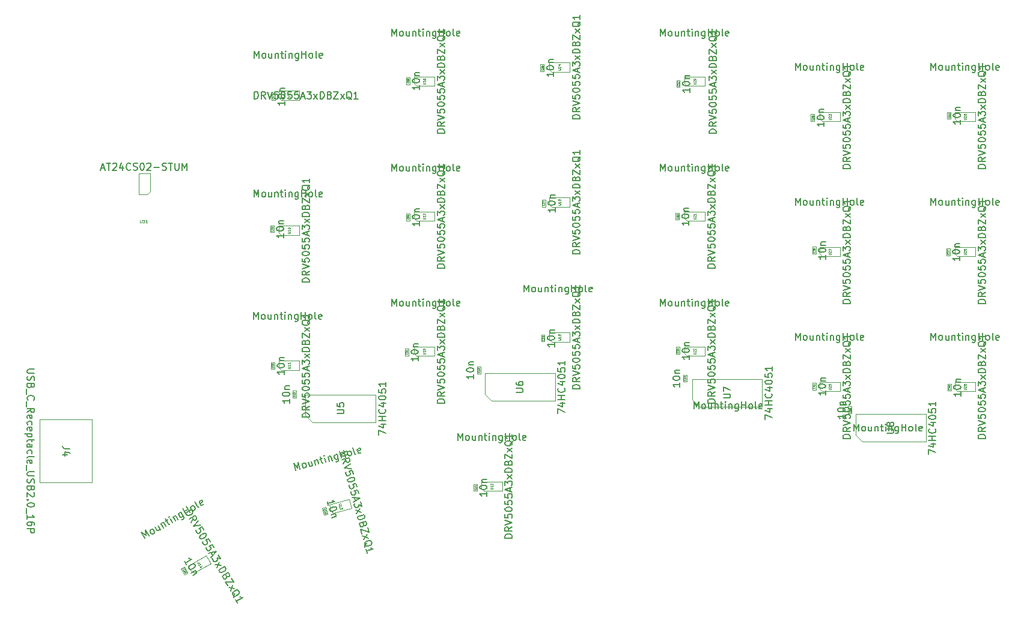
<source format=gbr>
G04 #@! TF.GenerationSoftware,KiCad,Pcbnew,8.0.3*
G04 #@! TF.CreationDate,2024-06-14T18:21:21-07:00*
G04 #@! TF.ProjectId,Keyboard,4b657962-6f61-4726-942e-6b696361645f,rev?*
G04 #@! TF.SameCoordinates,Original*
G04 #@! TF.FileFunction,AssemblyDrawing,Top*
%FSLAX46Y46*%
G04 Gerber Fmt 4.6, Leading zero omitted, Abs format (unit mm)*
G04 Created by KiCad (PCBNEW 8.0.3) date 2024-06-14 18:21:21*
%MOMM*%
%LPD*%
G01*
G04 APERTURE LIST*
%ADD10C,0.150000*%
%ADD11C,0.050000*%
%ADD12C,0.040000*%
%ADD13C,0.060000*%
%ADD14C,0.100000*%
G04 APERTURE END LIST*
D10*
X101483337Y-253686474D02*
X101224518Y-252720548D01*
X101224518Y-252720548D02*
X101731364Y-253324222D01*
X101731364Y-253324222D02*
X101868468Y-252548002D01*
X101868468Y-252548002D02*
X102127287Y-253513928D01*
X102725241Y-253353707D02*
X102620924Y-253332360D01*
X102620924Y-253332360D02*
X102562603Y-253298688D01*
X102562603Y-253298688D02*
X102491957Y-253219020D01*
X102491957Y-253219020D02*
X102418008Y-252943041D01*
X102418008Y-252943041D02*
X102439355Y-252838723D01*
X102439355Y-252838723D02*
X102473027Y-252780402D01*
X102473027Y-252780402D02*
X102552695Y-252709756D01*
X102552695Y-252709756D02*
X102690685Y-252672782D01*
X102690685Y-252672782D02*
X102795002Y-252694129D01*
X102795002Y-252694129D02*
X102853324Y-252727801D01*
X102853324Y-252727801D02*
X102923969Y-252807469D01*
X102923969Y-252807469D02*
X102997918Y-253083448D01*
X102997918Y-253083448D02*
X102976571Y-253187766D01*
X102976571Y-253187766D02*
X102942899Y-253246087D01*
X102942899Y-253246087D02*
X102863231Y-253316733D01*
X102863231Y-253316733D02*
X102725241Y-253353707D01*
X103702607Y-252401638D02*
X103875153Y-253045589D01*
X103288639Y-252512561D02*
X103424211Y-253018522D01*
X103424211Y-253018522D02*
X103494857Y-253098190D01*
X103494857Y-253098190D02*
X103599174Y-253119537D01*
X103599174Y-253119537D02*
X103737164Y-253082563D01*
X103737164Y-253082563D02*
X103816832Y-253011917D01*
X103816832Y-253011917D02*
X103850504Y-252953596D01*
X104162572Y-252278391D02*
X104335118Y-252922342D01*
X104187221Y-252370384D02*
X104220893Y-252312063D01*
X104220893Y-252312063D02*
X104300561Y-252241417D01*
X104300561Y-252241417D02*
X104438551Y-252204443D01*
X104438551Y-252204443D02*
X104542868Y-252225790D01*
X104542868Y-252225790D02*
X104613514Y-252305458D01*
X104613514Y-252305458D02*
X104749086Y-252811419D01*
X104898515Y-252081196D02*
X105266487Y-251982598D01*
X104950232Y-251722246D02*
X105172077Y-252550183D01*
X105172077Y-252550183D02*
X105242723Y-252629851D01*
X105242723Y-252629851D02*
X105347040Y-252651198D01*
X105347040Y-252651198D02*
X105439033Y-252626548D01*
X105761009Y-252540275D02*
X105588463Y-251896325D01*
X105502190Y-251574349D02*
X105468518Y-251632671D01*
X105468518Y-251632671D02*
X105526839Y-251666342D01*
X105526839Y-251666342D02*
X105560511Y-251608021D01*
X105560511Y-251608021D02*
X105502190Y-251574349D01*
X105502190Y-251574349D02*
X105526839Y-251666342D01*
X106048427Y-251773078D02*
X106220973Y-252417028D01*
X106073077Y-251865071D02*
X106106748Y-251806749D01*
X106106748Y-251806749D02*
X106186417Y-251736104D01*
X106186417Y-251736104D02*
X106324406Y-251699129D01*
X106324406Y-251699129D02*
X106428724Y-251720476D01*
X106428724Y-251720476D02*
X106499369Y-251800145D01*
X106499369Y-251800145D02*
X106634941Y-252306106D01*
X107336328Y-251427986D02*
X107545848Y-252209926D01*
X107545848Y-252209926D02*
X107524501Y-252314243D01*
X107524501Y-252314243D02*
X107490830Y-252372564D01*
X107490830Y-252372564D02*
X107411161Y-252443210D01*
X107411161Y-252443210D02*
X107273172Y-252480184D01*
X107273172Y-252480184D02*
X107168854Y-252458837D01*
X107496550Y-252025940D02*
X107416881Y-252096586D01*
X107416881Y-252096586D02*
X107232896Y-252145884D01*
X107232896Y-252145884D02*
X107128578Y-252124537D01*
X107128578Y-252124537D02*
X107070257Y-252090866D01*
X107070257Y-252090866D02*
X106999611Y-252011197D01*
X106999611Y-252011197D02*
X106925662Y-251735219D01*
X106925662Y-251735219D02*
X106947010Y-251630901D01*
X106947010Y-251630901D02*
X106980681Y-251572580D01*
X106980681Y-251572580D02*
X107060349Y-251501934D01*
X107060349Y-251501934D02*
X107244335Y-251452635D01*
X107244335Y-251452635D02*
X107348653Y-251473982D01*
X107968839Y-251948689D02*
X107710020Y-250982763D01*
X107833267Y-251442728D02*
X108385225Y-251294831D01*
X108520797Y-251800792D02*
X108261978Y-250834867D01*
X109118751Y-251640571D02*
X109014433Y-251619224D01*
X109014433Y-251619224D02*
X108956112Y-251585552D01*
X108956112Y-251585552D02*
X108885466Y-251505884D01*
X108885466Y-251505884D02*
X108811518Y-251229905D01*
X108811518Y-251229905D02*
X108832865Y-251125588D01*
X108832865Y-251125588D02*
X108866537Y-251067266D01*
X108866537Y-251067266D02*
X108946205Y-250996621D01*
X108946205Y-250996621D02*
X109084194Y-250959646D01*
X109084194Y-250959646D02*
X109188512Y-250980993D01*
X109188512Y-250980993D02*
X109246833Y-251014665D01*
X109246833Y-251014665D02*
X109317479Y-251094333D01*
X109317479Y-251094333D02*
X109391427Y-251370312D01*
X109391427Y-251370312D02*
X109370080Y-251474630D01*
X109370080Y-251474630D02*
X109336408Y-251532951D01*
X109336408Y-251532951D02*
X109256740Y-251603597D01*
X109256740Y-251603597D02*
X109118751Y-251640571D01*
X109992684Y-251406401D02*
X109888366Y-251385054D01*
X109888366Y-251385054D02*
X109817720Y-251305386D01*
X109817720Y-251305386D02*
X109595875Y-250477450D01*
X110716303Y-251163209D02*
X110636635Y-251233855D01*
X110636635Y-251233855D02*
X110452649Y-251283154D01*
X110452649Y-251283154D02*
X110348331Y-251261807D01*
X110348331Y-251261807D02*
X110277685Y-251182139D01*
X110277685Y-251182139D02*
X110179088Y-250814167D01*
X110179088Y-250814167D02*
X110200435Y-250709850D01*
X110200435Y-250709850D02*
X110280103Y-250639204D01*
X110280103Y-250639204D02*
X110464089Y-250589905D01*
X110464089Y-250589905D02*
X110568406Y-250611252D01*
X110568406Y-250611252D02*
X110639052Y-250690920D01*
X110639052Y-250690920D02*
X110663702Y-250782913D01*
X110663702Y-250782913D02*
X110228386Y-250998153D01*
X103424819Y-246185714D02*
X102424819Y-246185714D01*
X102424819Y-246185714D02*
X102424819Y-245947619D01*
X102424819Y-245947619D02*
X102472438Y-245804762D01*
X102472438Y-245804762D02*
X102567676Y-245709524D01*
X102567676Y-245709524D02*
X102662914Y-245661905D01*
X102662914Y-245661905D02*
X102853390Y-245614286D01*
X102853390Y-245614286D02*
X102996247Y-245614286D01*
X102996247Y-245614286D02*
X103186723Y-245661905D01*
X103186723Y-245661905D02*
X103281961Y-245709524D01*
X103281961Y-245709524D02*
X103377200Y-245804762D01*
X103377200Y-245804762D02*
X103424819Y-245947619D01*
X103424819Y-245947619D02*
X103424819Y-246185714D01*
X103424819Y-244614286D02*
X102948628Y-244947619D01*
X103424819Y-245185714D02*
X102424819Y-245185714D01*
X102424819Y-245185714D02*
X102424819Y-244804762D01*
X102424819Y-244804762D02*
X102472438Y-244709524D01*
X102472438Y-244709524D02*
X102520057Y-244661905D01*
X102520057Y-244661905D02*
X102615295Y-244614286D01*
X102615295Y-244614286D02*
X102758152Y-244614286D01*
X102758152Y-244614286D02*
X102853390Y-244661905D01*
X102853390Y-244661905D02*
X102901009Y-244709524D01*
X102901009Y-244709524D02*
X102948628Y-244804762D01*
X102948628Y-244804762D02*
X102948628Y-245185714D01*
X102424819Y-244328571D02*
X103424819Y-243995238D01*
X103424819Y-243995238D02*
X102424819Y-243661905D01*
X102424819Y-242852381D02*
X102424819Y-243328571D01*
X102424819Y-243328571D02*
X102901009Y-243376190D01*
X102901009Y-243376190D02*
X102853390Y-243328571D01*
X102853390Y-243328571D02*
X102805771Y-243233333D01*
X102805771Y-243233333D02*
X102805771Y-242995238D01*
X102805771Y-242995238D02*
X102853390Y-242900000D01*
X102853390Y-242900000D02*
X102901009Y-242852381D01*
X102901009Y-242852381D02*
X102996247Y-242804762D01*
X102996247Y-242804762D02*
X103234342Y-242804762D01*
X103234342Y-242804762D02*
X103329580Y-242852381D01*
X103329580Y-242852381D02*
X103377200Y-242900000D01*
X103377200Y-242900000D02*
X103424819Y-242995238D01*
X103424819Y-242995238D02*
X103424819Y-243233333D01*
X103424819Y-243233333D02*
X103377200Y-243328571D01*
X103377200Y-243328571D02*
X103329580Y-243376190D01*
X102424819Y-242185714D02*
X102424819Y-242090476D01*
X102424819Y-242090476D02*
X102472438Y-241995238D01*
X102472438Y-241995238D02*
X102520057Y-241947619D01*
X102520057Y-241947619D02*
X102615295Y-241900000D01*
X102615295Y-241900000D02*
X102805771Y-241852381D01*
X102805771Y-241852381D02*
X103043866Y-241852381D01*
X103043866Y-241852381D02*
X103234342Y-241900000D01*
X103234342Y-241900000D02*
X103329580Y-241947619D01*
X103329580Y-241947619D02*
X103377200Y-241995238D01*
X103377200Y-241995238D02*
X103424819Y-242090476D01*
X103424819Y-242090476D02*
X103424819Y-242185714D01*
X103424819Y-242185714D02*
X103377200Y-242280952D01*
X103377200Y-242280952D02*
X103329580Y-242328571D01*
X103329580Y-242328571D02*
X103234342Y-242376190D01*
X103234342Y-242376190D02*
X103043866Y-242423809D01*
X103043866Y-242423809D02*
X102805771Y-242423809D01*
X102805771Y-242423809D02*
X102615295Y-242376190D01*
X102615295Y-242376190D02*
X102520057Y-242328571D01*
X102520057Y-242328571D02*
X102472438Y-242280952D01*
X102472438Y-242280952D02*
X102424819Y-242185714D01*
X102424819Y-240947619D02*
X102424819Y-241423809D01*
X102424819Y-241423809D02*
X102901009Y-241471428D01*
X102901009Y-241471428D02*
X102853390Y-241423809D01*
X102853390Y-241423809D02*
X102805771Y-241328571D01*
X102805771Y-241328571D02*
X102805771Y-241090476D01*
X102805771Y-241090476D02*
X102853390Y-240995238D01*
X102853390Y-240995238D02*
X102901009Y-240947619D01*
X102901009Y-240947619D02*
X102996247Y-240900000D01*
X102996247Y-240900000D02*
X103234342Y-240900000D01*
X103234342Y-240900000D02*
X103329580Y-240947619D01*
X103329580Y-240947619D02*
X103377200Y-240995238D01*
X103377200Y-240995238D02*
X103424819Y-241090476D01*
X103424819Y-241090476D02*
X103424819Y-241328571D01*
X103424819Y-241328571D02*
X103377200Y-241423809D01*
X103377200Y-241423809D02*
X103329580Y-241471428D01*
X102424819Y-239995238D02*
X102424819Y-240471428D01*
X102424819Y-240471428D02*
X102901009Y-240519047D01*
X102901009Y-240519047D02*
X102853390Y-240471428D01*
X102853390Y-240471428D02*
X102805771Y-240376190D01*
X102805771Y-240376190D02*
X102805771Y-240138095D01*
X102805771Y-240138095D02*
X102853390Y-240042857D01*
X102853390Y-240042857D02*
X102901009Y-239995238D01*
X102901009Y-239995238D02*
X102996247Y-239947619D01*
X102996247Y-239947619D02*
X103234342Y-239947619D01*
X103234342Y-239947619D02*
X103329580Y-239995238D01*
X103329580Y-239995238D02*
X103377200Y-240042857D01*
X103377200Y-240042857D02*
X103424819Y-240138095D01*
X103424819Y-240138095D02*
X103424819Y-240376190D01*
X103424819Y-240376190D02*
X103377200Y-240471428D01*
X103377200Y-240471428D02*
X103329580Y-240519047D01*
X103139104Y-239566666D02*
X103139104Y-239090476D01*
X103424819Y-239661904D02*
X102424819Y-239328571D01*
X102424819Y-239328571D02*
X103424819Y-238995238D01*
X102424819Y-238757142D02*
X102424819Y-238138095D01*
X102424819Y-238138095D02*
X102805771Y-238471428D01*
X102805771Y-238471428D02*
X102805771Y-238328571D01*
X102805771Y-238328571D02*
X102853390Y-238233333D01*
X102853390Y-238233333D02*
X102901009Y-238185714D01*
X102901009Y-238185714D02*
X102996247Y-238138095D01*
X102996247Y-238138095D02*
X103234342Y-238138095D01*
X103234342Y-238138095D02*
X103329580Y-238185714D01*
X103329580Y-238185714D02*
X103377200Y-238233333D01*
X103377200Y-238233333D02*
X103424819Y-238328571D01*
X103424819Y-238328571D02*
X103424819Y-238614285D01*
X103424819Y-238614285D02*
X103377200Y-238709523D01*
X103377200Y-238709523D02*
X103329580Y-238757142D01*
X103424819Y-237804761D02*
X102758152Y-237280952D01*
X102758152Y-237804761D02*
X103424819Y-237280952D01*
X103424819Y-236899999D02*
X102424819Y-236899999D01*
X102424819Y-236899999D02*
X102424819Y-236661904D01*
X102424819Y-236661904D02*
X102472438Y-236519047D01*
X102472438Y-236519047D02*
X102567676Y-236423809D01*
X102567676Y-236423809D02*
X102662914Y-236376190D01*
X102662914Y-236376190D02*
X102853390Y-236328571D01*
X102853390Y-236328571D02*
X102996247Y-236328571D01*
X102996247Y-236328571D02*
X103186723Y-236376190D01*
X103186723Y-236376190D02*
X103281961Y-236423809D01*
X103281961Y-236423809D02*
X103377200Y-236519047D01*
X103377200Y-236519047D02*
X103424819Y-236661904D01*
X103424819Y-236661904D02*
X103424819Y-236899999D01*
X102901009Y-235566666D02*
X102948628Y-235423809D01*
X102948628Y-235423809D02*
X102996247Y-235376190D01*
X102996247Y-235376190D02*
X103091485Y-235328571D01*
X103091485Y-235328571D02*
X103234342Y-235328571D01*
X103234342Y-235328571D02*
X103329580Y-235376190D01*
X103329580Y-235376190D02*
X103377200Y-235423809D01*
X103377200Y-235423809D02*
X103424819Y-235519047D01*
X103424819Y-235519047D02*
X103424819Y-235899999D01*
X103424819Y-235899999D02*
X102424819Y-235899999D01*
X102424819Y-235899999D02*
X102424819Y-235566666D01*
X102424819Y-235566666D02*
X102472438Y-235471428D01*
X102472438Y-235471428D02*
X102520057Y-235423809D01*
X102520057Y-235423809D02*
X102615295Y-235376190D01*
X102615295Y-235376190D02*
X102710533Y-235376190D01*
X102710533Y-235376190D02*
X102805771Y-235423809D01*
X102805771Y-235423809D02*
X102853390Y-235471428D01*
X102853390Y-235471428D02*
X102901009Y-235566666D01*
X102901009Y-235566666D02*
X102901009Y-235899999D01*
X102424819Y-234995237D02*
X102424819Y-234328571D01*
X102424819Y-234328571D02*
X103424819Y-234995237D01*
X103424819Y-234995237D02*
X103424819Y-234328571D01*
X103424819Y-234042856D02*
X102758152Y-233519047D01*
X102758152Y-234042856D02*
X103424819Y-233519047D01*
X103520057Y-232471428D02*
X103472438Y-232566666D01*
X103472438Y-232566666D02*
X103377200Y-232661904D01*
X103377200Y-232661904D02*
X103234342Y-232804761D01*
X103234342Y-232804761D02*
X103186723Y-232899999D01*
X103186723Y-232899999D02*
X103186723Y-232995237D01*
X103424819Y-232947618D02*
X103377200Y-233042856D01*
X103377200Y-233042856D02*
X103281961Y-233138094D01*
X103281961Y-233138094D02*
X103091485Y-233185713D01*
X103091485Y-233185713D02*
X102758152Y-233185713D01*
X102758152Y-233185713D02*
X102567676Y-233138094D01*
X102567676Y-233138094D02*
X102472438Y-233042856D01*
X102472438Y-233042856D02*
X102424819Y-232947618D01*
X102424819Y-232947618D02*
X102424819Y-232757142D01*
X102424819Y-232757142D02*
X102472438Y-232661904D01*
X102472438Y-232661904D02*
X102567676Y-232566666D01*
X102567676Y-232566666D02*
X102758152Y-232519047D01*
X102758152Y-232519047D02*
X103091485Y-232519047D01*
X103091485Y-232519047D02*
X103281961Y-232566666D01*
X103281961Y-232566666D02*
X103377200Y-232661904D01*
X103377200Y-232661904D02*
X103424819Y-232757142D01*
X103424819Y-232757142D02*
X103424819Y-232947618D01*
X103424819Y-231566666D02*
X103424819Y-232138094D01*
X103424819Y-231852380D02*
X102424819Y-231852380D01*
X102424819Y-231852380D02*
X102567676Y-231947618D01*
X102567676Y-231947618D02*
X102662914Y-232042856D01*
X102662914Y-232042856D02*
X102710533Y-232138094D01*
D11*
X100395438Y-239296190D02*
X100654485Y-239296190D01*
X100654485Y-239296190D02*
X100684961Y-239280952D01*
X100684961Y-239280952D02*
X100700200Y-239265714D01*
X100700200Y-239265714D02*
X100715438Y-239235238D01*
X100715438Y-239235238D02*
X100715438Y-239174285D01*
X100715438Y-239174285D02*
X100700200Y-239143809D01*
X100700200Y-239143809D02*
X100684961Y-239128571D01*
X100684961Y-239128571D02*
X100654485Y-239113333D01*
X100654485Y-239113333D02*
X100395438Y-239113333D01*
X100715438Y-238793333D02*
X100715438Y-238976190D01*
X100715438Y-238884762D02*
X100395438Y-238884762D01*
X100395438Y-238884762D02*
X100441152Y-238915238D01*
X100441152Y-238915238D02*
X100471628Y-238945714D01*
X100471628Y-238945714D02*
X100486866Y-238976190D01*
X100715438Y-238488571D02*
X100715438Y-238671428D01*
X100715438Y-238580000D02*
X100395438Y-238580000D01*
X100395438Y-238580000D02*
X100441152Y-238610476D01*
X100441152Y-238610476D02*
X100471628Y-238640952D01*
X100471628Y-238640952D02*
X100486866Y-238671428D01*
D10*
X124359285Y-249434819D02*
X124359285Y-248434819D01*
X124359285Y-248434819D02*
X124692618Y-249149104D01*
X124692618Y-249149104D02*
X125025951Y-248434819D01*
X125025951Y-248434819D02*
X125025951Y-249434819D01*
X125644999Y-249434819D02*
X125549761Y-249387200D01*
X125549761Y-249387200D02*
X125502142Y-249339580D01*
X125502142Y-249339580D02*
X125454523Y-249244342D01*
X125454523Y-249244342D02*
X125454523Y-248958628D01*
X125454523Y-248958628D02*
X125502142Y-248863390D01*
X125502142Y-248863390D02*
X125549761Y-248815771D01*
X125549761Y-248815771D02*
X125644999Y-248768152D01*
X125644999Y-248768152D02*
X125787856Y-248768152D01*
X125787856Y-248768152D02*
X125883094Y-248815771D01*
X125883094Y-248815771D02*
X125930713Y-248863390D01*
X125930713Y-248863390D02*
X125978332Y-248958628D01*
X125978332Y-248958628D02*
X125978332Y-249244342D01*
X125978332Y-249244342D02*
X125930713Y-249339580D01*
X125930713Y-249339580D02*
X125883094Y-249387200D01*
X125883094Y-249387200D02*
X125787856Y-249434819D01*
X125787856Y-249434819D02*
X125644999Y-249434819D01*
X126835475Y-248768152D02*
X126835475Y-249434819D01*
X126406904Y-248768152D02*
X126406904Y-249291961D01*
X126406904Y-249291961D02*
X126454523Y-249387200D01*
X126454523Y-249387200D02*
X126549761Y-249434819D01*
X126549761Y-249434819D02*
X126692618Y-249434819D01*
X126692618Y-249434819D02*
X126787856Y-249387200D01*
X126787856Y-249387200D02*
X126835475Y-249339580D01*
X127311666Y-248768152D02*
X127311666Y-249434819D01*
X127311666Y-248863390D02*
X127359285Y-248815771D01*
X127359285Y-248815771D02*
X127454523Y-248768152D01*
X127454523Y-248768152D02*
X127597380Y-248768152D01*
X127597380Y-248768152D02*
X127692618Y-248815771D01*
X127692618Y-248815771D02*
X127740237Y-248911009D01*
X127740237Y-248911009D02*
X127740237Y-249434819D01*
X128073571Y-248768152D02*
X128454523Y-248768152D01*
X128216428Y-248434819D02*
X128216428Y-249291961D01*
X128216428Y-249291961D02*
X128264047Y-249387200D01*
X128264047Y-249387200D02*
X128359285Y-249434819D01*
X128359285Y-249434819D02*
X128454523Y-249434819D01*
X128787857Y-249434819D02*
X128787857Y-248768152D01*
X128787857Y-248434819D02*
X128740238Y-248482438D01*
X128740238Y-248482438D02*
X128787857Y-248530057D01*
X128787857Y-248530057D02*
X128835476Y-248482438D01*
X128835476Y-248482438D02*
X128787857Y-248434819D01*
X128787857Y-248434819D02*
X128787857Y-248530057D01*
X129264047Y-248768152D02*
X129264047Y-249434819D01*
X129264047Y-248863390D02*
X129311666Y-248815771D01*
X129311666Y-248815771D02*
X129406904Y-248768152D01*
X129406904Y-248768152D02*
X129549761Y-248768152D01*
X129549761Y-248768152D02*
X129644999Y-248815771D01*
X129644999Y-248815771D02*
X129692618Y-248911009D01*
X129692618Y-248911009D02*
X129692618Y-249434819D01*
X130597380Y-248768152D02*
X130597380Y-249577676D01*
X130597380Y-249577676D02*
X130549761Y-249672914D01*
X130549761Y-249672914D02*
X130502142Y-249720533D01*
X130502142Y-249720533D02*
X130406904Y-249768152D01*
X130406904Y-249768152D02*
X130264047Y-249768152D01*
X130264047Y-249768152D02*
X130168809Y-249720533D01*
X130597380Y-249387200D02*
X130502142Y-249434819D01*
X130502142Y-249434819D02*
X130311666Y-249434819D01*
X130311666Y-249434819D02*
X130216428Y-249387200D01*
X130216428Y-249387200D02*
X130168809Y-249339580D01*
X130168809Y-249339580D02*
X130121190Y-249244342D01*
X130121190Y-249244342D02*
X130121190Y-248958628D01*
X130121190Y-248958628D02*
X130168809Y-248863390D01*
X130168809Y-248863390D02*
X130216428Y-248815771D01*
X130216428Y-248815771D02*
X130311666Y-248768152D01*
X130311666Y-248768152D02*
X130502142Y-248768152D01*
X130502142Y-248768152D02*
X130597380Y-248815771D01*
X131073571Y-249434819D02*
X131073571Y-248434819D01*
X131073571Y-248911009D02*
X131644999Y-248911009D01*
X131644999Y-249434819D02*
X131644999Y-248434819D01*
X132264047Y-249434819D02*
X132168809Y-249387200D01*
X132168809Y-249387200D02*
X132121190Y-249339580D01*
X132121190Y-249339580D02*
X132073571Y-249244342D01*
X132073571Y-249244342D02*
X132073571Y-248958628D01*
X132073571Y-248958628D02*
X132121190Y-248863390D01*
X132121190Y-248863390D02*
X132168809Y-248815771D01*
X132168809Y-248815771D02*
X132264047Y-248768152D01*
X132264047Y-248768152D02*
X132406904Y-248768152D01*
X132406904Y-248768152D02*
X132502142Y-248815771D01*
X132502142Y-248815771D02*
X132549761Y-248863390D01*
X132549761Y-248863390D02*
X132597380Y-248958628D01*
X132597380Y-248958628D02*
X132597380Y-249244342D01*
X132597380Y-249244342D02*
X132549761Y-249339580D01*
X132549761Y-249339580D02*
X132502142Y-249387200D01*
X132502142Y-249387200D02*
X132406904Y-249434819D01*
X132406904Y-249434819D02*
X132264047Y-249434819D01*
X133168809Y-249434819D02*
X133073571Y-249387200D01*
X133073571Y-249387200D02*
X133025952Y-249291961D01*
X133025952Y-249291961D02*
X133025952Y-248434819D01*
X133930714Y-249387200D02*
X133835476Y-249434819D01*
X133835476Y-249434819D02*
X133645000Y-249434819D01*
X133645000Y-249434819D02*
X133549762Y-249387200D01*
X133549762Y-249387200D02*
X133502143Y-249291961D01*
X133502143Y-249291961D02*
X133502143Y-248911009D01*
X133502143Y-248911009D02*
X133549762Y-248815771D01*
X133549762Y-248815771D02*
X133645000Y-248768152D01*
X133645000Y-248768152D02*
X133835476Y-248768152D01*
X133835476Y-248768152D02*
X133930714Y-248815771D01*
X133930714Y-248815771D02*
X133978333Y-248911009D01*
X133978333Y-248911009D02*
X133978333Y-249006247D01*
X133978333Y-249006247D02*
X133502143Y-249101485D01*
X137864819Y-197542857D02*
X137864819Y-198114285D01*
X137864819Y-197828571D02*
X136864819Y-197828571D01*
X136864819Y-197828571D02*
X137007676Y-197923809D01*
X137007676Y-197923809D02*
X137102914Y-198019047D01*
X137102914Y-198019047D02*
X137150533Y-198114285D01*
X136864819Y-196923809D02*
X136864819Y-196828571D01*
X136864819Y-196828571D02*
X136912438Y-196733333D01*
X136912438Y-196733333D02*
X136960057Y-196685714D01*
X136960057Y-196685714D02*
X137055295Y-196638095D01*
X137055295Y-196638095D02*
X137245771Y-196590476D01*
X137245771Y-196590476D02*
X137483866Y-196590476D01*
X137483866Y-196590476D02*
X137674342Y-196638095D01*
X137674342Y-196638095D02*
X137769580Y-196685714D01*
X137769580Y-196685714D02*
X137817200Y-196733333D01*
X137817200Y-196733333D02*
X137864819Y-196828571D01*
X137864819Y-196828571D02*
X137864819Y-196923809D01*
X137864819Y-196923809D02*
X137817200Y-197019047D01*
X137817200Y-197019047D02*
X137769580Y-197066666D01*
X137769580Y-197066666D02*
X137674342Y-197114285D01*
X137674342Y-197114285D02*
X137483866Y-197161904D01*
X137483866Y-197161904D02*
X137245771Y-197161904D01*
X137245771Y-197161904D02*
X137055295Y-197114285D01*
X137055295Y-197114285D02*
X136960057Y-197066666D01*
X136960057Y-197066666D02*
X136912438Y-197019047D01*
X136912438Y-197019047D02*
X136864819Y-196923809D01*
X137198152Y-196161904D02*
X137864819Y-196161904D01*
X137293390Y-196161904D02*
X137245771Y-196114285D01*
X137245771Y-196114285D02*
X137198152Y-196019047D01*
X137198152Y-196019047D02*
X137198152Y-195876190D01*
X137198152Y-195876190D02*
X137245771Y-195780952D01*
X137245771Y-195780952D02*
X137341009Y-195733333D01*
X137341009Y-195733333D02*
X137864819Y-195733333D01*
D12*
X136339765Y-197060714D02*
X136351670Y-197072618D01*
X136351670Y-197072618D02*
X136363574Y-197108333D01*
X136363574Y-197108333D02*
X136363574Y-197132142D01*
X136363574Y-197132142D02*
X136351670Y-197167856D01*
X136351670Y-197167856D02*
X136327860Y-197191666D01*
X136327860Y-197191666D02*
X136304050Y-197203571D01*
X136304050Y-197203571D02*
X136256431Y-197215475D01*
X136256431Y-197215475D02*
X136220717Y-197215475D01*
X136220717Y-197215475D02*
X136173098Y-197203571D01*
X136173098Y-197203571D02*
X136149289Y-197191666D01*
X136149289Y-197191666D02*
X136125479Y-197167856D01*
X136125479Y-197167856D02*
X136113574Y-197132142D01*
X136113574Y-197132142D02*
X136113574Y-197108333D01*
X136113574Y-197108333D02*
X136125479Y-197072618D01*
X136125479Y-197072618D02*
X136137384Y-197060714D01*
X136113574Y-196977380D02*
X136113574Y-196822618D01*
X136113574Y-196822618D02*
X136208812Y-196905952D01*
X136208812Y-196905952D02*
X136208812Y-196870237D01*
X136208812Y-196870237D02*
X136220717Y-196846428D01*
X136220717Y-196846428D02*
X136232622Y-196834523D01*
X136232622Y-196834523D02*
X136256431Y-196822618D01*
X136256431Y-196822618D02*
X136315955Y-196822618D01*
X136315955Y-196822618D02*
X136339765Y-196834523D01*
X136339765Y-196834523D02*
X136351670Y-196846428D01*
X136351670Y-196846428D02*
X136363574Y-196870237D01*
X136363574Y-196870237D02*
X136363574Y-196941666D01*
X136363574Y-196941666D02*
X136351670Y-196965475D01*
X136351670Y-196965475D02*
X136339765Y-196977380D01*
X136113574Y-196608333D02*
X136113574Y-196655952D01*
X136113574Y-196655952D02*
X136125479Y-196679761D01*
X136125479Y-196679761D02*
X136137384Y-196691666D01*
X136137384Y-196691666D02*
X136173098Y-196715476D01*
X136173098Y-196715476D02*
X136220717Y-196727380D01*
X136220717Y-196727380D02*
X136315955Y-196727380D01*
X136315955Y-196727380D02*
X136339765Y-196715476D01*
X136339765Y-196715476D02*
X136351670Y-196703571D01*
X136351670Y-196703571D02*
X136363574Y-196679761D01*
X136363574Y-196679761D02*
X136363574Y-196632142D01*
X136363574Y-196632142D02*
X136351670Y-196608333D01*
X136351670Y-196608333D02*
X136339765Y-196596428D01*
X136339765Y-196596428D02*
X136315955Y-196584523D01*
X136315955Y-196584523D02*
X136256431Y-196584523D01*
X136256431Y-196584523D02*
X136232622Y-196596428D01*
X136232622Y-196596428D02*
X136220717Y-196608333D01*
X136220717Y-196608333D02*
X136208812Y-196632142D01*
X136208812Y-196632142D02*
X136208812Y-196679761D01*
X136208812Y-196679761D02*
X136220717Y-196703571D01*
X136220717Y-196703571D02*
X136232622Y-196715476D01*
X136232622Y-196715476D02*
X136256431Y-196727380D01*
D10*
X131999819Y-263235714D02*
X130999819Y-263235714D01*
X130999819Y-263235714D02*
X130999819Y-262997619D01*
X130999819Y-262997619D02*
X131047438Y-262854762D01*
X131047438Y-262854762D02*
X131142676Y-262759524D01*
X131142676Y-262759524D02*
X131237914Y-262711905D01*
X131237914Y-262711905D02*
X131428390Y-262664286D01*
X131428390Y-262664286D02*
X131571247Y-262664286D01*
X131571247Y-262664286D02*
X131761723Y-262711905D01*
X131761723Y-262711905D02*
X131856961Y-262759524D01*
X131856961Y-262759524D02*
X131952200Y-262854762D01*
X131952200Y-262854762D02*
X131999819Y-262997619D01*
X131999819Y-262997619D02*
X131999819Y-263235714D01*
X131999819Y-261664286D02*
X131523628Y-261997619D01*
X131999819Y-262235714D02*
X130999819Y-262235714D01*
X130999819Y-262235714D02*
X130999819Y-261854762D01*
X130999819Y-261854762D02*
X131047438Y-261759524D01*
X131047438Y-261759524D02*
X131095057Y-261711905D01*
X131095057Y-261711905D02*
X131190295Y-261664286D01*
X131190295Y-261664286D02*
X131333152Y-261664286D01*
X131333152Y-261664286D02*
X131428390Y-261711905D01*
X131428390Y-261711905D02*
X131476009Y-261759524D01*
X131476009Y-261759524D02*
X131523628Y-261854762D01*
X131523628Y-261854762D02*
X131523628Y-262235714D01*
X130999819Y-261378571D02*
X131999819Y-261045238D01*
X131999819Y-261045238D02*
X130999819Y-260711905D01*
X130999819Y-259902381D02*
X130999819Y-260378571D01*
X130999819Y-260378571D02*
X131476009Y-260426190D01*
X131476009Y-260426190D02*
X131428390Y-260378571D01*
X131428390Y-260378571D02*
X131380771Y-260283333D01*
X131380771Y-260283333D02*
X131380771Y-260045238D01*
X131380771Y-260045238D02*
X131428390Y-259950000D01*
X131428390Y-259950000D02*
X131476009Y-259902381D01*
X131476009Y-259902381D02*
X131571247Y-259854762D01*
X131571247Y-259854762D02*
X131809342Y-259854762D01*
X131809342Y-259854762D02*
X131904580Y-259902381D01*
X131904580Y-259902381D02*
X131952200Y-259950000D01*
X131952200Y-259950000D02*
X131999819Y-260045238D01*
X131999819Y-260045238D02*
X131999819Y-260283333D01*
X131999819Y-260283333D02*
X131952200Y-260378571D01*
X131952200Y-260378571D02*
X131904580Y-260426190D01*
X130999819Y-259235714D02*
X130999819Y-259140476D01*
X130999819Y-259140476D02*
X131047438Y-259045238D01*
X131047438Y-259045238D02*
X131095057Y-258997619D01*
X131095057Y-258997619D02*
X131190295Y-258950000D01*
X131190295Y-258950000D02*
X131380771Y-258902381D01*
X131380771Y-258902381D02*
X131618866Y-258902381D01*
X131618866Y-258902381D02*
X131809342Y-258950000D01*
X131809342Y-258950000D02*
X131904580Y-258997619D01*
X131904580Y-258997619D02*
X131952200Y-259045238D01*
X131952200Y-259045238D02*
X131999819Y-259140476D01*
X131999819Y-259140476D02*
X131999819Y-259235714D01*
X131999819Y-259235714D02*
X131952200Y-259330952D01*
X131952200Y-259330952D02*
X131904580Y-259378571D01*
X131904580Y-259378571D02*
X131809342Y-259426190D01*
X131809342Y-259426190D02*
X131618866Y-259473809D01*
X131618866Y-259473809D02*
X131380771Y-259473809D01*
X131380771Y-259473809D02*
X131190295Y-259426190D01*
X131190295Y-259426190D02*
X131095057Y-259378571D01*
X131095057Y-259378571D02*
X131047438Y-259330952D01*
X131047438Y-259330952D02*
X130999819Y-259235714D01*
X130999819Y-257997619D02*
X130999819Y-258473809D01*
X130999819Y-258473809D02*
X131476009Y-258521428D01*
X131476009Y-258521428D02*
X131428390Y-258473809D01*
X131428390Y-258473809D02*
X131380771Y-258378571D01*
X131380771Y-258378571D02*
X131380771Y-258140476D01*
X131380771Y-258140476D02*
X131428390Y-258045238D01*
X131428390Y-258045238D02*
X131476009Y-257997619D01*
X131476009Y-257997619D02*
X131571247Y-257950000D01*
X131571247Y-257950000D02*
X131809342Y-257950000D01*
X131809342Y-257950000D02*
X131904580Y-257997619D01*
X131904580Y-257997619D02*
X131952200Y-258045238D01*
X131952200Y-258045238D02*
X131999819Y-258140476D01*
X131999819Y-258140476D02*
X131999819Y-258378571D01*
X131999819Y-258378571D02*
X131952200Y-258473809D01*
X131952200Y-258473809D02*
X131904580Y-258521428D01*
X130999819Y-257045238D02*
X130999819Y-257521428D01*
X130999819Y-257521428D02*
X131476009Y-257569047D01*
X131476009Y-257569047D02*
X131428390Y-257521428D01*
X131428390Y-257521428D02*
X131380771Y-257426190D01*
X131380771Y-257426190D02*
X131380771Y-257188095D01*
X131380771Y-257188095D02*
X131428390Y-257092857D01*
X131428390Y-257092857D02*
X131476009Y-257045238D01*
X131476009Y-257045238D02*
X131571247Y-256997619D01*
X131571247Y-256997619D02*
X131809342Y-256997619D01*
X131809342Y-256997619D02*
X131904580Y-257045238D01*
X131904580Y-257045238D02*
X131952200Y-257092857D01*
X131952200Y-257092857D02*
X131999819Y-257188095D01*
X131999819Y-257188095D02*
X131999819Y-257426190D01*
X131999819Y-257426190D02*
X131952200Y-257521428D01*
X131952200Y-257521428D02*
X131904580Y-257569047D01*
X131714104Y-256616666D02*
X131714104Y-256140476D01*
X131999819Y-256711904D02*
X130999819Y-256378571D01*
X130999819Y-256378571D02*
X131999819Y-256045238D01*
X130999819Y-255807142D02*
X130999819Y-255188095D01*
X130999819Y-255188095D02*
X131380771Y-255521428D01*
X131380771Y-255521428D02*
X131380771Y-255378571D01*
X131380771Y-255378571D02*
X131428390Y-255283333D01*
X131428390Y-255283333D02*
X131476009Y-255235714D01*
X131476009Y-255235714D02*
X131571247Y-255188095D01*
X131571247Y-255188095D02*
X131809342Y-255188095D01*
X131809342Y-255188095D02*
X131904580Y-255235714D01*
X131904580Y-255235714D02*
X131952200Y-255283333D01*
X131952200Y-255283333D02*
X131999819Y-255378571D01*
X131999819Y-255378571D02*
X131999819Y-255664285D01*
X131999819Y-255664285D02*
X131952200Y-255759523D01*
X131952200Y-255759523D02*
X131904580Y-255807142D01*
X131999819Y-254854761D02*
X131333152Y-254330952D01*
X131333152Y-254854761D02*
X131999819Y-254330952D01*
X131999819Y-253949999D02*
X130999819Y-253949999D01*
X130999819Y-253949999D02*
X130999819Y-253711904D01*
X130999819Y-253711904D02*
X131047438Y-253569047D01*
X131047438Y-253569047D02*
X131142676Y-253473809D01*
X131142676Y-253473809D02*
X131237914Y-253426190D01*
X131237914Y-253426190D02*
X131428390Y-253378571D01*
X131428390Y-253378571D02*
X131571247Y-253378571D01*
X131571247Y-253378571D02*
X131761723Y-253426190D01*
X131761723Y-253426190D02*
X131856961Y-253473809D01*
X131856961Y-253473809D02*
X131952200Y-253569047D01*
X131952200Y-253569047D02*
X131999819Y-253711904D01*
X131999819Y-253711904D02*
X131999819Y-253949999D01*
X131476009Y-252616666D02*
X131523628Y-252473809D01*
X131523628Y-252473809D02*
X131571247Y-252426190D01*
X131571247Y-252426190D02*
X131666485Y-252378571D01*
X131666485Y-252378571D02*
X131809342Y-252378571D01*
X131809342Y-252378571D02*
X131904580Y-252426190D01*
X131904580Y-252426190D02*
X131952200Y-252473809D01*
X131952200Y-252473809D02*
X131999819Y-252569047D01*
X131999819Y-252569047D02*
X131999819Y-252949999D01*
X131999819Y-252949999D02*
X130999819Y-252949999D01*
X130999819Y-252949999D02*
X130999819Y-252616666D01*
X130999819Y-252616666D02*
X131047438Y-252521428D01*
X131047438Y-252521428D02*
X131095057Y-252473809D01*
X131095057Y-252473809D02*
X131190295Y-252426190D01*
X131190295Y-252426190D02*
X131285533Y-252426190D01*
X131285533Y-252426190D02*
X131380771Y-252473809D01*
X131380771Y-252473809D02*
X131428390Y-252521428D01*
X131428390Y-252521428D02*
X131476009Y-252616666D01*
X131476009Y-252616666D02*
X131476009Y-252949999D01*
X130999819Y-252045237D02*
X130999819Y-251378571D01*
X130999819Y-251378571D02*
X131999819Y-252045237D01*
X131999819Y-252045237D02*
X131999819Y-251378571D01*
X131999819Y-251092856D02*
X131333152Y-250569047D01*
X131333152Y-251092856D02*
X131999819Y-250569047D01*
X132095057Y-249521428D02*
X132047438Y-249616666D01*
X132047438Y-249616666D02*
X131952200Y-249711904D01*
X131952200Y-249711904D02*
X131809342Y-249854761D01*
X131809342Y-249854761D02*
X131761723Y-249949999D01*
X131761723Y-249949999D02*
X131761723Y-250045237D01*
X131999819Y-249997618D02*
X131952200Y-250092856D01*
X131952200Y-250092856D02*
X131856961Y-250188094D01*
X131856961Y-250188094D02*
X131666485Y-250235713D01*
X131666485Y-250235713D02*
X131333152Y-250235713D01*
X131333152Y-250235713D02*
X131142676Y-250188094D01*
X131142676Y-250188094D02*
X131047438Y-250092856D01*
X131047438Y-250092856D02*
X130999819Y-249997618D01*
X130999819Y-249997618D02*
X130999819Y-249807142D01*
X130999819Y-249807142D02*
X131047438Y-249711904D01*
X131047438Y-249711904D02*
X131142676Y-249616666D01*
X131142676Y-249616666D02*
X131333152Y-249569047D01*
X131333152Y-249569047D02*
X131666485Y-249569047D01*
X131666485Y-249569047D02*
X131856961Y-249616666D01*
X131856961Y-249616666D02*
X131952200Y-249711904D01*
X131952200Y-249711904D02*
X131999819Y-249807142D01*
X131999819Y-249807142D02*
X131999819Y-249997618D01*
X131999819Y-248616666D02*
X131999819Y-249188094D01*
X131999819Y-248902380D02*
X130999819Y-248902380D01*
X130999819Y-248902380D02*
X131142676Y-248997618D01*
X131142676Y-248997618D02*
X131237914Y-249092856D01*
X131237914Y-249092856D02*
X131285533Y-249188094D01*
D11*
X128970438Y-256346190D02*
X129229485Y-256346190D01*
X129229485Y-256346190D02*
X129259961Y-256330952D01*
X129259961Y-256330952D02*
X129275200Y-256315714D01*
X129275200Y-256315714D02*
X129290438Y-256285238D01*
X129290438Y-256285238D02*
X129290438Y-256224285D01*
X129290438Y-256224285D02*
X129275200Y-256193809D01*
X129275200Y-256193809D02*
X129259961Y-256178571D01*
X129259961Y-256178571D02*
X129229485Y-256163333D01*
X129229485Y-256163333D02*
X128970438Y-256163333D01*
X129290438Y-255843333D02*
X129290438Y-256026190D01*
X129290438Y-255934762D02*
X128970438Y-255934762D01*
X128970438Y-255934762D02*
X129016152Y-255965238D01*
X129016152Y-255965238D02*
X129046628Y-255995714D01*
X129046628Y-255995714D02*
X129061866Y-256026190D01*
X129000914Y-255721428D02*
X128985676Y-255706190D01*
X128985676Y-255706190D02*
X128970438Y-255675714D01*
X128970438Y-255675714D02*
X128970438Y-255599523D01*
X128970438Y-255599523D02*
X128985676Y-255569047D01*
X128985676Y-255569047D02*
X129000914Y-255553809D01*
X129000914Y-255553809D02*
X129031390Y-255538571D01*
X129031390Y-255538571D02*
X129061866Y-255538571D01*
X129061866Y-255538571D02*
X129107580Y-255553809D01*
X129107580Y-255553809D02*
X129290438Y-255736666D01*
X129290438Y-255736666D02*
X129290438Y-255538571D01*
D10*
X198674819Y-230135714D02*
X197674819Y-230135714D01*
X197674819Y-230135714D02*
X197674819Y-229897619D01*
X197674819Y-229897619D02*
X197722438Y-229754762D01*
X197722438Y-229754762D02*
X197817676Y-229659524D01*
X197817676Y-229659524D02*
X197912914Y-229611905D01*
X197912914Y-229611905D02*
X198103390Y-229564286D01*
X198103390Y-229564286D02*
X198246247Y-229564286D01*
X198246247Y-229564286D02*
X198436723Y-229611905D01*
X198436723Y-229611905D02*
X198531961Y-229659524D01*
X198531961Y-229659524D02*
X198627200Y-229754762D01*
X198627200Y-229754762D02*
X198674819Y-229897619D01*
X198674819Y-229897619D02*
X198674819Y-230135714D01*
X198674819Y-228564286D02*
X198198628Y-228897619D01*
X198674819Y-229135714D02*
X197674819Y-229135714D01*
X197674819Y-229135714D02*
X197674819Y-228754762D01*
X197674819Y-228754762D02*
X197722438Y-228659524D01*
X197722438Y-228659524D02*
X197770057Y-228611905D01*
X197770057Y-228611905D02*
X197865295Y-228564286D01*
X197865295Y-228564286D02*
X198008152Y-228564286D01*
X198008152Y-228564286D02*
X198103390Y-228611905D01*
X198103390Y-228611905D02*
X198151009Y-228659524D01*
X198151009Y-228659524D02*
X198198628Y-228754762D01*
X198198628Y-228754762D02*
X198198628Y-229135714D01*
X197674819Y-228278571D02*
X198674819Y-227945238D01*
X198674819Y-227945238D02*
X197674819Y-227611905D01*
X197674819Y-226802381D02*
X197674819Y-227278571D01*
X197674819Y-227278571D02*
X198151009Y-227326190D01*
X198151009Y-227326190D02*
X198103390Y-227278571D01*
X198103390Y-227278571D02*
X198055771Y-227183333D01*
X198055771Y-227183333D02*
X198055771Y-226945238D01*
X198055771Y-226945238D02*
X198103390Y-226850000D01*
X198103390Y-226850000D02*
X198151009Y-226802381D01*
X198151009Y-226802381D02*
X198246247Y-226754762D01*
X198246247Y-226754762D02*
X198484342Y-226754762D01*
X198484342Y-226754762D02*
X198579580Y-226802381D01*
X198579580Y-226802381D02*
X198627200Y-226850000D01*
X198627200Y-226850000D02*
X198674819Y-226945238D01*
X198674819Y-226945238D02*
X198674819Y-227183333D01*
X198674819Y-227183333D02*
X198627200Y-227278571D01*
X198627200Y-227278571D02*
X198579580Y-227326190D01*
X197674819Y-226135714D02*
X197674819Y-226040476D01*
X197674819Y-226040476D02*
X197722438Y-225945238D01*
X197722438Y-225945238D02*
X197770057Y-225897619D01*
X197770057Y-225897619D02*
X197865295Y-225850000D01*
X197865295Y-225850000D02*
X198055771Y-225802381D01*
X198055771Y-225802381D02*
X198293866Y-225802381D01*
X198293866Y-225802381D02*
X198484342Y-225850000D01*
X198484342Y-225850000D02*
X198579580Y-225897619D01*
X198579580Y-225897619D02*
X198627200Y-225945238D01*
X198627200Y-225945238D02*
X198674819Y-226040476D01*
X198674819Y-226040476D02*
X198674819Y-226135714D01*
X198674819Y-226135714D02*
X198627200Y-226230952D01*
X198627200Y-226230952D02*
X198579580Y-226278571D01*
X198579580Y-226278571D02*
X198484342Y-226326190D01*
X198484342Y-226326190D02*
X198293866Y-226373809D01*
X198293866Y-226373809D02*
X198055771Y-226373809D01*
X198055771Y-226373809D02*
X197865295Y-226326190D01*
X197865295Y-226326190D02*
X197770057Y-226278571D01*
X197770057Y-226278571D02*
X197722438Y-226230952D01*
X197722438Y-226230952D02*
X197674819Y-226135714D01*
X197674819Y-224897619D02*
X197674819Y-225373809D01*
X197674819Y-225373809D02*
X198151009Y-225421428D01*
X198151009Y-225421428D02*
X198103390Y-225373809D01*
X198103390Y-225373809D02*
X198055771Y-225278571D01*
X198055771Y-225278571D02*
X198055771Y-225040476D01*
X198055771Y-225040476D02*
X198103390Y-224945238D01*
X198103390Y-224945238D02*
X198151009Y-224897619D01*
X198151009Y-224897619D02*
X198246247Y-224850000D01*
X198246247Y-224850000D02*
X198484342Y-224850000D01*
X198484342Y-224850000D02*
X198579580Y-224897619D01*
X198579580Y-224897619D02*
X198627200Y-224945238D01*
X198627200Y-224945238D02*
X198674819Y-225040476D01*
X198674819Y-225040476D02*
X198674819Y-225278571D01*
X198674819Y-225278571D02*
X198627200Y-225373809D01*
X198627200Y-225373809D02*
X198579580Y-225421428D01*
X197674819Y-223945238D02*
X197674819Y-224421428D01*
X197674819Y-224421428D02*
X198151009Y-224469047D01*
X198151009Y-224469047D02*
X198103390Y-224421428D01*
X198103390Y-224421428D02*
X198055771Y-224326190D01*
X198055771Y-224326190D02*
X198055771Y-224088095D01*
X198055771Y-224088095D02*
X198103390Y-223992857D01*
X198103390Y-223992857D02*
X198151009Y-223945238D01*
X198151009Y-223945238D02*
X198246247Y-223897619D01*
X198246247Y-223897619D02*
X198484342Y-223897619D01*
X198484342Y-223897619D02*
X198579580Y-223945238D01*
X198579580Y-223945238D02*
X198627200Y-223992857D01*
X198627200Y-223992857D02*
X198674819Y-224088095D01*
X198674819Y-224088095D02*
X198674819Y-224326190D01*
X198674819Y-224326190D02*
X198627200Y-224421428D01*
X198627200Y-224421428D02*
X198579580Y-224469047D01*
X198389104Y-223516666D02*
X198389104Y-223040476D01*
X198674819Y-223611904D02*
X197674819Y-223278571D01*
X197674819Y-223278571D02*
X198674819Y-222945238D01*
X197674819Y-222707142D02*
X197674819Y-222088095D01*
X197674819Y-222088095D02*
X198055771Y-222421428D01*
X198055771Y-222421428D02*
X198055771Y-222278571D01*
X198055771Y-222278571D02*
X198103390Y-222183333D01*
X198103390Y-222183333D02*
X198151009Y-222135714D01*
X198151009Y-222135714D02*
X198246247Y-222088095D01*
X198246247Y-222088095D02*
X198484342Y-222088095D01*
X198484342Y-222088095D02*
X198579580Y-222135714D01*
X198579580Y-222135714D02*
X198627200Y-222183333D01*
X198627200Y-222183333D02*
X198674819Y-222278571D01*
X198674819Y-222278571D02*
X198674819Y-222564285D01*
X198674819Y-222564285D02*
X198627200Y-222659523D01*
X198627200Y-222659523D02*
X198579580Y-222707142D01*
X198674819Y-221754761D02*
X198008152Y-221230952D01*
X198008152Y-221754761D02*
X198674819Y-221230952D01*
X198674819Y-220849999D02*
X197674819Y-220849999D01*
X197674819Y-220849999D02*
X197674819Y-220611904D01*
X197674819Y-220611904D02*
X197722438Y-220469047D01*
X197722438Y-220469047D02*
X197817676Y-220373809D01*
X197817676Y-220373809D02*
X197912914Y-220326190D01*
X197912914Y-220326190D02*
X198103390Y-220278571D01*
X198103390Y-220278571D02*
X198246247Y-220278571D01*
X198246247Y-220278571D02*
X198436723Y-220326190D01*
X198436723Y-220326190D02*
X198531961Y-220373809D01*
X198531961Y-220373809D02*
X198627200Y-220469047D01*
X198627200Y-220469047D02*
X198674819Y-220611904D01*
X198674819Y-220611904D02*
X198674819Y-220849999D01*
X198151009Y-219516666D02*
X198198628Y-219373809D01*
X198198628Y-219373809D02*
X198246247Y-219326190D01*
X198246247Y-219326190D02*
X198341485Y-219278571D01*
X198341485Y-219278571D02*
X198484342Y-219278571D01*
X198484342Y-219278571D02*
X198579580Y-219326190D01*
X198579580Y-219326190D02*
X198627200Y-219373809D01*
X198627200Y-219373809D02*
X198674819Y-219469047D01*
X198674819Y-219469047D02*
X198674819Y-219849999D01*
X198674819Y-219849999D02*
X197674819Y-219849999D01*
X197674819Y-219849999D02*
X197674819Y-219516666D01*
X197674819Y-219516666D02*
X197722438Y-219421428D01*
X197722438Y-219421428D02*
X197770057Y-219373809D01*
X197770057Y-219373809D02*
X197865295Y-219326190D01*
X197865295Y-219326190D02*
X197960533Y-219326190D01*
X197960533Y-219326190D02*
X198055771Y-219373809D01*
X198055771Y-219373809D02*
X198103390Y-219421428D01*
X198103390Y-219421428D02*
X198151009Y-219516666D01*
X198151009Y-219516666D02*
X198151009Y-219849999D01*
X197674819Y-218945237D02*
X197674819Y-218278571D01*
X197674819Y-218278571D02*
X198674819Y-218945237D01*
X198674819Y-218945237D02*
X198674819Y-218278571D01*
X198674819Y-217992856D02*
X198008152Y-217469047D01*
X198008152Y-217992856D02*
X198674819Y-217469047D01*
X198770057Y-216421428D02*
X198722438Y-216516666D01*
X198722438Y-216516666D02*
X198627200Y-216611904D01*
X198627200Y-216611904D02*
X198484342Y-216754761D01*
X198484342Y-216754761D02*
X198436723Y-216849999D01*
X198436723Y-216849999D02*
X198436723Y-216945237D01*
X198674819Y-216897618D02*
X198627200Y-216992856D01*
X198627200Y-216992856D02*
X198531961Y-217088094D01*
X198531961Y-217088094D02*
X198341485Y-217135713D01*
X198341485Y-217135713D02*
X198008152Y-217135713D01*
X198008152Y-217135713D02*
X197817676Y-217088094D01*
X197817676Y-217088094D02*
X197722438Y-216992856D01*
X197722438Y-216992856D02*
X197674819Y-216897618D01*
X197674819Y-216897618D02*
X197674819Y-216707142D01*
X197674819Y-216707142D02*
X197722438Y-216611904D01*
X197722438Y-216611904D02*
X197817676Y-216516666D01*
X197817676Y-216516666D02*
X198008152Y-216469047D01*
X198008152Y-216469047D02*
X198341485Y-216469047D01*
X198341485Y-216469047D02*
X198531961Y-216516666D01*
X198531961Y-216516666D02*
X198627200Y-216611904D01*
X198627200Y-216611904D02*
X198674819Y-216707142D01*
X198674819Y-216707142D02*
X198674819Y-216897618D01*
X198674819Y-215516666D02*
X198674819Y-216088094D01*
X198674819Y-215802380D02*
X197674819Y-215802380D01*
X197674819Y-215802380D02*
X197817676Y-215897618D01*
X197817676Y-215897618D02*
X197912914Y-215992856D01*
X197912914Y-215992856D02*
X197960533Y-216088094D01*
D11*
X195645438Y-223246190D02*
X195904485Y-223246190D01*
X195904485Y-223246190D02*
X195934961Y-223230952D01*
X195934961Y-223230952D02*
X195950200Y-223215714D01*
X195950200Y-223215714D02*
X195965438Y-223185238D01*
X195965438Y-223185238D02*
X195965438Y-223124285D01*
X195965438Y-223124285D02*
X195950200Y-223093809D01*
X195950200Y-223093809D02*
X195934961Y-223078571D01*
X195934961Y-223078571D02*
X195904485Y-223063333D01*
X195904485Y-223063333D02*
X195645438Y-223063333D01*
X195675914Y-222926190D02*
X195660676Y-222910952D01*
X195660676Y-222910952D02*
X195645438Y-222880476D01*
X195645438Y-222880476D02*
X195645438Y-222804285D01*
X195645438Y-222804285D02*
X195660676Y-222773809D01*
X195660676Y-222773809D02*
X195675914Y-222758571D01*
X195675914Y-222758571D02*
X195706390Y-222743333D01*
X195706390Y-222743333D02*
X195736866Y-222743333D01*
X195736866Y-222743333D02*
X195782580Y-222758571D01*
X195782580Y-222758571D02*
X195965438Y-222941428D01*
X195965438Y-222941428D02*
X195965438Y-222743333D01*
X195645438Y-222453809D02*
X195645438Y-222606190D01*
X195645438Y-222606190D02*
X195797819Y-222621428D01*
X195797819Y-222621428D02*
X195782580Y-222606190D01*
X195782580Y-222606190D02*
X195767342Y-222575714D01*
X195767342Y-222575714D02*
X195767342Y-222499523D01*
X195767342Y-222499523D02*
X195782580Y-222469047D01*
X195782580Y-222469047D02*
X195797819Y-222453809D01*
X195797819Y-222453809D02*
X195828295Y-222438571D01*
X195828295Y-222438571D02*
X195904485Y-222438571D01*
X195904485Y-222438571D02*
X195934961Y-222453809D01*
X195934961Y-222453809D02*
X195950200Y-222469047D01*
X195950200Y-222469047D02*
X195965438Y-222499523D01*
X195965438Y-222499523D02*
X195965438Y-222575714D01*
X195965438Y-222575714D02*
X195950200Y-222606190D01*
X195950200Y-222606190D02*
X195934961Y-222621428D01*
D10*
X95684285Y-201254819D02*
X95684285Y-200254819D01*
X95684285Y-200254819D02*
X95922380Y-200254819D01*
X95922380Y-200254819D02*
X96065237Y-200302438D01*
X96065237Y-200302438D02*
X96160475Y-200397676D01*
X96160475Y-200397676D02*
X96208094Y-200492914D01*
X96208094Y-200492914D02*
X96255713Y-200683390D01*
X96255713Y-200683390D02*
X96255713Y-200826247D01*
X96255713Y-200826247D02*
X96208094Y-201016723D01*
X96208094Y-201016723D02*
X96160475Y-201111961D01*
X96160475Y-201111961D02*
X96065237Y-201207200D01*
X96065237Y-201207200D02*
X95922380Y-201254819D01*
X95922380Y-201254819D02*
X95684285Y-201254819D01*
X97255713Y-201254819D02*
X96922380Y-200778628D01*
X96684285Y-201254819D02*
X96684285Y-200254819D01*
X96684285Y-200254819D02*
X97065237Y-200254819D01*
X97065237Y-200254819D02*
X97160475Y-200302438D01*
X97160475Y-200302438D02*
X97208094Y-200350057D01*
X97208094Y-200350057D02*
X97255713Y-200445295D01*
X97255713Y-200445295D02*
X97255713Y-200588152D01*
X97255713Y-200588152D02*
X97208094Y-200683390D01*
X97208094Y-200683390D02*
X97160475Y-200731009D01*
X97160475Y-200731009D02*
X97065237Y-200778628D01*
X97065237Y-200778628D02*
X96684285Y-200778628D01*
X97541428Y-200254819D02*
X97874761Y-201254819D01*
X97874761Y-201254819D02*
X98208094Y-200254819D01*
X99017618Y-200254819D02*
X98541428Y-200254819D01*
X98541428Y-200254819D02*
X98493809Y-200731009D01*
X98493809Y-200731009D02*
X98541428Y-200683390D01*
X98541428Y-200683390D02*
X98636666Y-200635771D01*
X98636666Y-200635771D02*
X98874761Y-200635771D01*
X98874761Y-200635771D02*
X98969999Y-200683390D01*
X98969999Y-200683390D02*
X99017618Y-200731009D01*
X99017618Y-200731009D02*
X99065237Y-200826247D01*
X99065237Y-200826247D02*
X99065237Y-201064342D01*
X99065237Y-201064342D02*
X99017618Y-201159580D01*
X99017618Y-201159580D02*
X98969999Y-201207200D01*
X98969999Y-201207200D02*
X98874761Y-201254819D01*
X98874761Y-201254819D02*
X98636666Y-201254819D01*
X98636666Y-201254819D02*
X98541428Y-201207200D01*
X98541428Y-201207200D02*
X98493809Y-201159580D01*
X99684285Y-200254819D02*
X99779523Y-200254819D01*
X99779523Y-200254819D02*
X99874761Y-200302438D01*
X99874761Y-200302438D02*
X99922380Y-200350057D01*
X99922380Y-200350057D02*
X99969999Y-200445295D01*
X99969999Y-200445295D02*
X100017618Y-200635771D01*
X100017618Y-200635771D02*
X100017618Y-200873866D01*
X100017618Y-200873866D02*
X99969999Y-201064342D01*
X99969999Y-201064342D02*
X99922380Y-201159580D01*
X99922380Y-201159580D02*
X99874761Y-201207200D01*
X99874761Y-201207200D02*
X99779523Y-201254819D01*
X99779523Y-201254819D02*
X99684285Y-201254819D01*
X99684285Y-201254819D02*
X99589047Y-201207200D01*
X99589047Y-201207200D02*
X99541428Y-201159580D01*
X99541428Y-201159580D02*
X99493809Y-201064342D01*
X99493809Y-201064342D02*
X99446190Y-200873866D01*
X99446190Y-200873866D02*
X99446190Y-200635771D01*
X99446190Y-200635771D02*
X99493809Y-200445295D01*
X99493809Y-200445295D02*
X99541428Y-200350057D01*
X99541428Y-200350057D02*
X99589047Y-200302438D01*
X99589047Y-200302438D02*
X99684285Y-200254819D01*
X100922380Y-200254819D02*
X100446190Y-200254819D01*
X100446190Y-200254819D02*
X100398571Y-200731009D01*
X100398571Y-200731009D02*
X100446190Y-200683390D01*
X100446190Y-200683390D02*
X100541428Y-200635771D01*
X100541428Y-200635771D02*
X100779523Y-200635771D01*
X100779523Y-200635771D02*
X100874761Y-200683390D01*
X100874761Y-200683390D02*
X100922380Y-200731009D01*
X100922380Y-200731009D02*
X100969999Y-200826247D01*
X100969999Y-200826247D02*
X100969999Y-201064342D01*
X100969999Y-201064342D02*
X100922380Y-201159580D01*
X100922380Y-201159580D02*
X100874761Y-201207200D01*
X100874761Y-201207200D02*
X100779523Y-201254819D01*
X100779523Y-201254819D02*
X100541428Y-201254819D01*
X100541428Y-201254819D02*
X100446190Y-201207200D01*
X100446190Y-201207200D02*
X100398571Y-201159580D01*
X101874761Y-200254819D02*
X101398571Y-200254819D01*
X101398571Y-200254819D02*
X101350952Y-200731009D01*
X101350952Y-200731009D02*
X101398571Y-200683390D01*
X101398571Y-200683390D02*
X101493809Y-200635771D01*
X101493809Y-200635771D02*
X101731904Y-200635771D01*
X101731904Y-200635771D02*
X101827142Y-200683390D01*
X101827142Y-200683390D02*
X101874761Y-200731009D01*
X101874761Y-200731009D02*
X101922380Y-200826247D01*
X101922380Y-200826247D02*
X101922380Y-201064342D01*
X101922380Y-201064342D02*
X101874761Y-201159580D01*
X101874761Y-201159580D02*
X101827142Y-201207200D01*
X101827142Y-201207200D02*
X101731904Y-201254819D01*
X101731904Y-201254819D02*
X101493809Y-201254819D01*
X101493809Y-201254819D02*
X101398571Y-201207200D01*
X101398571Y-201207200D02*
X101350952Y-201159580D01*
X102303333Y-200969104D02*
X102779523Y-200969104D01*
X102208095Y-201254819D02*
X102541428Y-200254819D01*
X102541428Y-200254819D02*
X102874761Y-201254819D01*
X103112857Y-200254819D02*
X103731904Y-200254819D01*
X103731904Y-200254819D02*
X103398571Y-200635771D01*
X103398571Y-200635771D02*
X103541428Y-200635771D01*
X103541428Y-200635771D02*
X103636666Y-200683390D01*
X103636666Y-200683390D02*
X103684285Y-200731009D01*
X103684285Y-200731009D02*
X103731904Y-200826247D01*
X103731904Y-200826247D02*
X103731904Y-201064342D01*
X103731904Y-201064342D02*
X103684285Y-201159580D01*
X103684285Y-201159580D02*
X103636666Y-201207200D01*
X103636666Y-201207200D02*
X103541428Y-201254819D01*
X103541428Y-201254819D02*
X103255714Y-201254819D01*
X103255714Y-201254819D02*
X103160476Y-201207200D01*
X103160476Y-201207200D02*
X103112857Y-201159580D01*
X104065238Y-201254819D02*
X104589047Y-200588152D01*
X104065238Y-200588152D02*
X104589047Y-201254819D01*
X104970000Y-201254819D02*
X104970000Y-200254819D01*
X104970000Y-200254819D02*
X105208095Y-200254819D01*
X105208095Y-200254819D02*
X105350952Y-200302438D01*
X105350952Y-200302438D02*
X105446190Y-200397676D01*
X105446190Y-200397676D02*
X105493809Y-200492914D01*
X105493809Y-200492914D02*
X105541428Y-200683390D01*
X105541428Y-200683390D02*
X105541428Y-200826247D01*
X105541428Y-200826247D02*
X105493809Y-201016723D01*
X105493809Y-201016723D02*
X105446190Y-201111961D01*
X105446190Y-201111961D02*
X105350952Y-201207200D01*
X105350952Y-201207200D02*
X105208095Y-201254819D01*
X105208095Y-201254819D02*
X104970000Y-201254819D01*
X106303333Y-200731009D02*
X106446190Y-200778628D01*
X106446190Y-200778628D02*
X106493809Y-200826247D01*
X106493809Y-200826247D02*
X106541428Y-200921485D01*
X106541428Y-200921485D02*
X106541428Y-201064342D01*
X106541428Y-201064342D02*
X106493809Y-201159580D01*
X106493809Y-201159580D02*
X106446190Y-201207200D01*
X106446190Y-201207200D02*
X106350952Y-201254819D01*
X106350952Y-201254819D02*
X105970000Y-201254819D01*
X105970000Y-201254819D02*
X105970000Y-200254819D01*
X105970000Y-200254819D02*
X106303333Y-200254819D01*
X106303333Y-200254819D02*
X106398571Y-200302438D01*
X106398571Y-200302438D02*
X106446190Y-200350057D01*
X106446190Y-200350057D02*
X106493809Y-200445295D01*
X106493809Y-200445295D02*
X106493809Y-200540533D01*
X106493809Y-200540533D02*
X106446190Y-200635771D01*
X106446190Y-200635771D02*
X106398571Y-200683390D01*
X106398571Y-200683390D02*
X106303333Y-200731009D01*
X106303333Y-200731009D02*
X105970000Y-200731009D01*
X106874762Y-200254819D02*
X107541428Y-200254819D01*
X107541428Y-200254819D02*
X106874762Y-201254819D01*
X106874762Y-201254819D02*
X107541428Y-201254819D01*
X107827143Y-201254819D02*
X108350952Y-200588152D01*
X107827143Y-200588152D02*
X108350952Y-201254819D01*
X109398571Y-201350057D02*
X109303333Y-201302438D01*
X109303333Y-201302438D02*
X109208095Y-201207200D01*
X109208095Y-201207200D02*
X109065238Y-201064342D01*
X109065238Y-201064342D02*
X108970000Y-201016723D01*
X108970000Y-201016723D02*
X108874762Y-201016723D01*
X108922381Y-201254819D02*
X108827143Y-201207200D01*
X108827143Y-201207200D02*
X108731905Y-201111961D01*
X108731905Y-201111961D02*
X108684286Y-200921485D01*
X108684286Y-200921485D02*
X108684286Y-200588152D01*
X108684286Y-200588152D02*
X108731905Y-200397676D01*
X108731905Y-200397676D02*
X108827143Y-200302438D01*
X108827143Y-200302438D02*
X108922381Y-200254819D01*
X108922381Y-200254819D02*
X109112857Y-200254819D01*
X109112857Y-200254819D02*
X109208095Y-200302438D01*
X109208095Y-200302438D02*
X109303333Y-200397676D01*
X109303333Y-200397676D02*
X109350952Y-200588152D01*
X109350952Y-200588152D02*
X109350952Y-200921485D01*
X109350952Y-200921485D02*
X109303333Y-201111961D01*
X109303333Y-201111961D02*
X109208095Y-201207200D01*
X109208095Y-201207200D02*
X109112857Y-201254819D01*
X109112857Y-201254819D02*
X108922381Y-201254819D01*
X110303333Y-201254819D02*
X109731905Y-201254819D01*
X110017619Y-201254819D02*
X110017619Y-200254819D01*
X110017619Y-200254819D02*
X109922381Y-200397676D01*
X109922381Y-200397676D02*
X109827143Y-200492914D01*
X109827143Y-200492914D02*
X109731905Y-200540533D01*
D11*
X100395438Y-201043809D02*
X100654485Y-201043809D01*
X100654485Y-201043809D02*
X100684961Y-201028571D01*
X100684961Y-201028571D02*
X100700200Y-201013333D01*
X100700200Y-201013333D02*
X100715438Y-200982857D01*
X100715438Y-200982857D02*
X100715438Y-200921904D01*
X100715438Y-200921904D02*
X100700200Y-200891428D01*
X100700200Y-200891428D02*
X100684961Y-200876190D01*
X100684961Y-200876190D02*
X100654485Y-200860952D01*
X100654485Y-200860952D02*
X100395438Y-200860952D01*
X100715438Y-200693333D02*
X100715438Y-200632381D01*
X100715438Y-200632381D02*
X100700200Y-200601904D01*
X100700200Y-200601904D02*
X100684961Y-200586666D01*
X100684961Y-200586666D02*
X100639247Y-200556190D01*
X100639247Y-200556190D02*
X100578295Y-200540952D01*
X100578295Y-200540952D02*
X100456390Y-200540952D01*
X100456390Y-200540952D02*
X100425914Y-200556190D01*
X100425914Y-200556190D02*
X100410676Y-200571428D01*
X100410676Y-200571428D02*
X100395438Y-200601904D01*
X100395438Y-200601904D02*
X100395438Y-200662857D01*
X100395438Y-200662857D02*
X100410676Y-200693333D01*
X100410676Y-200693333D02*
X100425914Y-200708571D01*
X100425914Y-200708571D02*
X100456390Y-200723809D01*
X100456390Y-200723809D02*
X100532580Y-200723809D01*
X100532580Y-200723809D02*
X100563057Y-200708571D01*
X100563057Y-200708571D02*
X100578295Y-200693333D01*
X100578295Y-200693333D02*
X100593533Y-200662857D01*
X100593533Y-200662857D02*
X100593533Y-200601904D01*
X100593533Y-200601904D02*
X100578295Y-200571428D01*
X100578295Y-200571428D02*
X100563057Y-200556190D01*
X100563057Y-200556190D02*
X100532580Y-200540952D01*
D10*
X195064819Y-223522857D02*
X195064819Y-224094285D01*
X195064819Y-223808571D02*
X194064819Y-223808571D01*
X194064819Y-223808571D02*
X194207676Y-223903809D01*
X194207676Y-223903809D02*
X194302914Y-223999047D01*
X194302914Y-223999047D02*
X194350533Y-224094285D01*
X194064819Y-222903809D02*
X194064819Y-222808571D01*
X194064819Y-222808571D02*
X194112438Y-222713333D01*
X194112438Y-222713333D02*
X194160057Y-222665714D01*
X194160057Y-222665714D02*
X194255295Y-222618095D01*
X194255295Y-222618095D02*
X194445771Y-222570476D01*
X194445771Y-222570476D02*
X194683866Y-222570476D01*
X194683866Y-222570476D02*
X194874342Y-222618095D01*
X194874342Y-222618095D02*
X194969580Y-222665714D01*
X194969580Y-222665714D02*
X195017200Y-222713333D01*
X195017200Y-222713333D02*
X195064819Y-222808571D01*
X195064819Y-222808571D02*
X195064819Y-222903809D01*
X195064819Y-222903809D02*
X195017200Y-222999047D01*
X195017200Y-222999047D02*
X194969580Y-223046666D01*
X194969580Y-223046666D02*
X194874342Y-223094285D01*
X194874342Y-223094285D02*
X194683866Y-223141904D01*
X194683866Y-223141904D02*
X194445771Y-223141904D01*
X194445771Y-223141904D02*
X194255295Y-223094285D01*
X194255295Y-223094285D02*
X194160057Y-223046666D01*
X194160057Y-223046666D02*
X194112438Y-222999047D01*
X194112438Y-222999047D02*
X194064819Y-222903809D01*
X194398152Y-222141904D02*
X195064819Y-222141904D01*
X194493390Y-222141904D02*
X194445771Y-222094285D01*
X194445771Y-222094285D02*
X194398152Y-221999047D01*
X194398152Y-221999047D02*
X194398152Y-221856190D01*
X194398152Y-221856190D02*
X194445771Y-221760952D01*
X194445771Y-221760952D02*
X194541009Y-221713333D01*
X194541009Y-221713333D02*
X195064819Y-221713333D01*
D12*
X193539765Y-223040714D02*
X193551670Y-223052618D01*
X193551670Y-223052618D02*
X193563574Y-223088333D01*
X193563574Y-223088333D02*
X193563574Y-223112142D01*
X193563574Y-223112142D02*
X193551670Y-223147856D01*
X193551670Y-223147856D02*
X193527860Y-223171666D01*
X193527860Y-223171666D02*
X193504050Y-223183571D01*
X193504050Y-223183571D02*
X193456431Y-223195475D01*
X193456431Y-223195475D02*
X193420717Y-223195475D01*
X193420717Y-223195475D02*
X193373098Y-223183571D01*
X193373098Y-223183571D02*
X193349289Y-223171666D01*
X193349289Y-223171666D02*
X193325479Y-223147856D01*
X193325479Y-223147856D02*
X193313574Y-223112142D01*
X193313574Y-223112142D02*
X193313574Y-223088333D01*
X193313574Y-223088333D02*
X193325479Y-223052618D01*
X193325479Y-223052618D02*
X193337384Y-223040714D01*
X193313574Y-222957380D02*
X193313574Y-222802618D01*
X193313574Y-222802618D02*
X193408812Y-222885952D01*
X193408812Y-222885952D02*
X193408812Y-222850237D01*
X193408812Y-222850237D02*
X193420717Y-222826428D01*
X193420717Y-222826428D02*
X193432622Y-222814523D01*
X193432622Y-222814523D02*
X193456431Y-222802618D01*
X193456431Y-222802618D02*
X193515955Y-222802618D01*
X193515955Y-222802618D02*
X193539765Y-222814523D01*
X193539765Y-222814523D02*
X193551670Y-222826428D01*
X193551670Y-222826428D02*
X193563574Y-222850237D01*
X193563574Y-222850237D02*
X193563574Y-222921666D01*
X193563574Y-222921666D02*
X193551670Y-222945475D01*
X193551670Y-222945475D02*
X193539765Y-222957380D01*
X193313574Y-222719285D02*
X193313574Y-222552619D01*
X193313574Y-222552619D02*
X193563574Y-222659761D01*
D10*
X156914819Y-218492857D02*
X156914819Y-219064285D01*
X156914819Y-218778571D02*
X155914819Y-218778571D01*
X155914819Y-218778571D02*
X156057676Y-218873809D01*
X156057676Y-218873809D02*
X156152914Y-218969047D01*
X156152914Y-218969047D02*
X156200533Y-219064285D01*
X155914819Y-217873809D02*
X155914819Y-217778571D01*
X155914819Y-217778571D02*
X155962438Y-217683333D01*
X155962438Y-217683333D02*
X156010057Y-217635714D01*
X156010057Y-217635714D02*
X156105295Y-217588095D01*
X156105295Y-217588095D02*
X156295771Y-217540476D01*
X156295771Y-217540476D02*
X156533866Y-217540476D01*
X156533866Y-217540476D02*
X156724342Y-217588095D01*
X156724342Y-217588095D02*
X156819580Y-217635714D01*
X156819580Y-217635714D02*
X156867200Y-217683333D01*
X156867200Y-217683333D02*
X156914819Y-217778571D01*
X156914819Y-217778571D02*
X156914819Y-217873809D01*
X156914819Y-217873809D02*
X156867200Y-217969047D01*
X156867200Y-217969047D02*
X156819580Y-218016666D01*
X156819580Y-218016666D02*
X156724342Y-218064285D01*
X156724342Y-218064285D02*
X156533866Y-218111904D01*
X156533866Y-218111904D02*
X156295771Y-218111904D01*
X156295771Y-218111904D02*
X156105295Y-218064285D01*
X156105295Y-218064285D02*
X156010057Y-218016666D01*
X156010057Y-218016666D02*
X155962438Y-217969047D01*
X155962438Y-217969047D02*
X155914819Y-217873809D01*
X156248152Y-217111904D02*
X156914819Y-217111904D01*
X156343390Y-217111904D02*
X156295771Y-217064285D01*
X156295771Y-217064285D02*
X156248152Y-216969047D01*
X156248152Y-216969047D02*
X156248152Y-216826190D01*
X156248152Y-216826190D02*
X156295771Y-216730952D01*
X156295771Y-216730952D02*
X156391009Y-216683333D01*
X156391009Y-216683333D02*
X156914819Y-216683333D01*
D12*
X155389765Y-218010714D02*
X155401670Y-218022618D01*
X155401670Y-218022618D02*
X155413574Y-218058333D01*
X155413574Y-218058333D02*
X155413574Y-218082142D01*
X155413574Y-218082142D02*
X155401670Y-218117856D01*
X155401670Y-218117856D02*
X155377860Y-218141666D01*
X155377860Y-218141666D02*
X155354050Y-218153571D01*
X155354050Y-218153571D02*
X155306431Y-218165475D01*
X155306431Y-218165475D02*
X155270717Y-218165475D01*
X155270717Y-218165475D02*
X155223098Y-218153571D01*
X155223098Y-218153571D02*
X155199289Y-218141666D01*
X155199289Y-218141666D02*
X155175479Y-218117856D01*
X155175479Y-218117856D02*
X155163574Y-218082142D01*
X155163574Y-218082142D02*
X155163574Y-218058333D01*
X155163574Y-218058333D02*
X155175479Y-218022618D01*
X155175479Y-218022618D02*
X155187384Y-218010714D01*
X155163574Y-217927380D02*
X155163574Y-217772618D01*
X155163574Y-217772618D02*
X155258812Y-217855952D01*
X155258812Y-217855952D02*
X155258812Y-217820237D01*
X155258812Y-217820237D02*
X155270717Y-217796428D01*
X155270717Y-217796428D02*
X155282622Y-217784523D01*
X155282622Y-217784523D02*
X155306431Y-217772618D01*
X155306431Y-217772618D02*
X155365955Y-217772618D01*
X155365955Y-217772618D02*
X155389765Y-217784523D01*
X155389765Y-217784523D02*
X155401670Y-217796428D01*
X155401670Y-217796428D02*
X155413574Y-217820237D01*
X155413574Y-217820237D02*
X155413574Y-217891666D01*
X155413574Y-217891666D02*
X155401670Y-217915475D01*
X155401670Y-217915475D02*
X155389765Y-217927380D01*
X155163574Y-217689285D02*
X155163574Y-217534523D01*
X155163574Y-217534523D02*
X155258812Y-217617857D01*
X155258812Y-217617857D02*
X155258812Y-217582142D01*
X155258812Y-217582142D02*
X155270717Y-217558333D01*
X155270717Y-217558333D02*
X155282622Y-217546428D01*
X155282622Y-217546428D02*
X155306431Y-217534523D01*
X155306431Y-217534523D02*
X155365955Y-217534523D01*
X155365955Y-217534523D02*
X155389765Y-217546428D01*
X155389765Y-217546428D02*
X155401670Y-217558333D01*
X155401670Y-217558333D02*
X155413574Y-217582142D01*
X155413574Y-217582142D02*
X155413574Y-217653571D01*
X155413574Y-217653571D02*
X155401670Y-217677380D01*
X155401670Y-217677380D02*
X155389765Y-217689285D01*
D10*
X171934285Y-216254819D02*
X171934285Y-215254819D01*
X171934285Y-215254819D02*
X172267618Y-215969104D01*
X172267618Y-215969104D02*
X172600951Y-215254819D01*
X172600951Y-215254819D02*
X172600951Y-216254819D01*
X173219999Y-216254819D02*
X173124761Y-216207200D01*
X173124761Y-216207200D02*
X173077142Y-216159580D01*
X173077142Y-216159580D02*
X173029523Y-216064342D01*
X173029523Y-216064342D02*
X173029523Y-215778628D01*
X173029523Y-215778628D02*
X173077142Y-215683390D01*
X173077142Y-215683390D02*
X173124761Y-215635771D01*
X173124761Y-215635771D02*
X173219999Y-215588152D01*
X173219999Y-215588152D02*
X173362856Y-215588152D01*
X173362856Y-215588152D02*
X173458094Y-215635771D01*
X173458094Y-215635771D02*
X173505713Y-215683390D01*
X173505713Y-215683390D02*
X173553332Y-215778628D01*
X173553332Y-215778628D02*
X173553332Y-216064342D01*
X173553332Y-216064342D02*
X173505713Y-216159580D01*
X173505713Y-216159580D02*
X173458094Y-216207200D01*
X173458094Y-216207200D02*
X173362856Y-216254819D01*
X173362856Y-216254819D02*
X173219999Y-216254819D01*
X174410475Y-215588152D02*
X174410475Y-216254819D01*
X173981904Y-215588152D02*
X173981904Y-216111961D01*
X173981904Y-216111961D02*
X174029523Y-216207200D01*
X174029523Y-216207200D02*
X174124761Y-216254819D01*
X174124761Y-216254819D02*
X174267618Y-216254819D01*
X174267618Y-216254819D02*
X174362856Y-216207200D01*
X174362856Y-216207200D02*
X174410475Y-216159580D01*
X174886666Y-215588152D02*
X174886666Y-216254819D01*
X174886666Y-215683390D02*
X174934285Y-215635771D01*
X174934285Y-215635771D02*
X175029523Y-215588152D01*
X175029523Y-215588152D02*
X175172380Y-215588152D01*
X175172380Y-215588152D02*
X175267618Y-215635771D01*
X175267618Y-215635771D02*
X175315237Y-215731009D01*
X175315237Y-215731009D02*
X175315237Y-216254819D01*
X175648571Y-215588152D02*
X176029523Y-215588152D01*
X175791428Y-215254819D02*
X175791428Y-216111961D01*
X175791428Y-216111961D02*
X175839047Y-216207200D01*
X175839047Y-216207200D02*
X175934285Y-216254819D01*
X175934285Y-216254819D02*
X176029523Y-216254819D01*
X176362857Y-216254819D02*
X176362857Y-215588152D01*
X176362857Y-215254819D02*
X176315238Y-215302438D01*
X176315238Y-215302438D02*
X176362857Y-215350057D01*
X176362857Y-215350057D02*
X176410476Y-215302438D01*
X176410476Y-215302438D02*
X176362857Y-215254819D01*
X176362857Y-215254819D02*
X176362857Y-215350057D01*
X176839047Y-215588152D02*
X176839047Y-216254819D01*
X176839047Y-215683390D02*
X176886666Y-215635771D01*
X176886666Y-215635771D02*
X176981904Y-215588152D01*
X176981904Y-215588152D02*
X177124761Y-215588152D01*
X177124761Y-215588152D02*
X177219999Y-215635771D01*
X177219999Y-215635771D02*
X177267618Y-215731009D01*
X177267618Y-215731009D02*
X177267618Y-216254819D01*
X178172380Y-215588152D02*
X178172380Y-216397676D01*
X178172380Y-216397676D02*
X178124761Y-216492914D01*
X178124761Y-216492914D02*
X178077142Y-216540533D01*
X178077142Y-216540533D02*
X177981904Y-216588152D01*
X177981904Y-216588152D02*
X177839047Y-216588152D01*
X177839047Y-216588152D02*
X177743809Y-216540533D01*
X178172380Y-216207200D02*
X178077142Y-216254819D01*
X178077142Y-216254819D02*
X177886666Y-216254819D01*
X177886666Y-216254819D02*
X177791428Y-216207200D01*
X177791428Y-216207200D02*
X177743809Y-216159580D01*
X177743809Y-216159580D02*
X177696190Y-216064342D01*
X177696190Y-216064342D02*
X177696190Y-215778628D01*
X177696190Y-215778628D02*
X177743809Y-215683390D01*
X177743809Y-215683390D02*
X177791428Y-215635771D01*
X177791428Y-215635771D02*
X177886666Y-215588152D01*
X177886666Y-215588152D02*
X178077142Y-215588152D01*
X178077142Y-215588152D02*
X178172380Y-215635771D01*
X178648571Y-216254819D02*
X178648571Y-215254819D01*
X178648571Y-215731009D02*
X179219999Y-215731009D01*
X179219999Y-216254819D02*
X179219999Y-215254819D01*
X179839047Y-216254819D02*
X179743809Y-216207200D01*
X179743809Y-216207200D02*
X179696190Y-216159580D01*
X179696190Y-216159580D02*
X179648571Y-216064342D01*
X179648571Y-216064342D02*
X179648571Y-215778628D01*
X179648571Y-215778628D02*
X179696190Y-215683390D01*
X179696190Y-215683390D02*
X179743809Y-215635771D01*
X179743809Y-215635771D02*
X179839047Y-215588152D01*
X179839047Y-215588152D02*
X179981904Y-215588152D01*
X179981904Y-215588152D02*
X180077142Y-215635771D01*
X180077142Y-215635771D02*
X180124761Y-215683390D01*
X180124761Y-215683390D02*
X180172380Y-215778628D01*
X180172380Y-215778628D02*
X180172380Y-216064342D01*
X180172380Y-216064342D02*
X180124761Y-216159580D01*
X180124761Y-216159580D02*
X180077142Y-216207200D01*
X180077142Y-216207200D02*
X179981904Y-216254819D01*
X179981904Y-216254819D02*
X179839047Y-216254819D01*
X180743809Y-216254819D02*
X180648571Y-216207200D01*
X180648571Y-216207200D02*
X180600952Y-216111961D01*
X180600952Y-216111961D02*
X180600952Y-215254819D01*
X181505714Y-216207200D02*
X181410476Y-216254819D01*
X181410476Y-216254819D02*
X181220000Y-216254819D01*
X181220000Y-216254819D02*
X181124762Y-216207200D01*
X181124762Y-216207200D02*
X181077143Y-216111961D01*
X181077143Y-216111961D02*
X181077143Y-215731009D01*
X181077143Y-215731009D02*
X181124762Y-215635771D01*
X181124762Y-215635771D02*
X181220000Y-215588152D01*
X181220000Y-215588152D02*
X181410476Y-215588152D01*
X181410476Y-215588152D02*
X181505714Y-215635771D01*
X181505714Y-215635771D02*
X181553333Y-215731009D01*
X181553333Y-215731009D02*
X181553333Y-215826247D01*
X181553333Y-215826247D02*
X181077143Y-215921485D01*
X180184285Y-248154819D02*
X180184285Y-247154819D01*
X180184285Y-247154819D02*
X180517618Y-247869104D01*
X180517618Y-247869104D02*
X180850951Y-247154819D01*
X180850951Y-247154819D02*
X180850951Y-248154819D01*
X181469999Y-248154819D02*
X181374761Y-248107200D01*
X181374761Y-248107200D02*
X181327142Y-248059580D01*
X181327142Y-248059580D02*
X181279523Y-247964342D01*
X181279523Y-247964342D02*
X181279523Y-247678628D01*
X181279523Y-247678628D02*
X181327142Y-247583390D01*
X181327142Y-247583390D02*
X181374761Y-247535771D01*
X181374761Y-247535771D02*
X181469999Y-247488152D01*
X181469999Y-247488152D02*
X181612856Y-247488152D01*
X181612856Y-247488152D02*
X181708094Y-247535771D01*
X181708094Y-247535771D02*
X181755713Y-247583390D01*
X181755713Y-247583390D02*
X181803332Y-247678628D01*
X181803332Y-247678628D02*
X181803332Y-247964342D01*
X181803332Y-247964342D02*
X181755713Y-248059580D01*
X181755713Y-248059580D02*
X181708094Y-248107200D01*
X181708094Y-248107200D02*
X181612856Y-248154819D01*
X181612856Y-248154819D02*
X181469999Y-248154819D01*
X182660475Y-247488152D02*
X182660475Y-248154819D01*
X182231904Y-247488152D02*
X182231904Y-248011961D01*
X182231904Y-248011961D02*
X182279523Y-248107200D01*
X182279523Y-248107200D02*
X182374761Y-248154819D01*
X182374761Y-248154819D02*
X182517618Y-248154819D01*
X182517618Y-248154819D02*
X182612856Y-248107200D01*
X182612856Y-248107200D02*
X182660475Y-248059580D01*
X183136666Y-247488152D02*
X183136666Y-248154819D01*
X183136666Y-247583390D02*
X183184285Y-247535771D01*
X183184285Y-247535771D02*
X183279523Y-247488152D01*
X183279523Y-247488152D02*
X183422380Y-247488152D01*
X183422380Y-247488152D02*
X183517618Y-247535771D01*
X183517618Y-247535771D02*
X183565237Y-247631009D01*
X183565237Y-247631009D02*
X183565237Y-248154819D01*
X183898571Y-247488152D02*
X184279523Y-247488152D01*
X184041428Y-247154819D02*
X184041428Y-248011961D01*
X184041428Y-248011961D02*
X184089047Y-248107200D01*
X184089047Y-248107200D02*
X184184285Y-248154819D01*
X184184285Y-248154819D02*
X184279523Y-248154819D01*
X184612857Y-248154819D02*
X184612857Y-247488152D01*
X184612857Y-247154819D02*
X184565238Y-247202438D01*
X184565238Y-247202438D02*
X184612857Y-247250057D01*
X184612857Y-247250057D02*
X184660476Y-247202438D01*
X184660476Y-247202438D02*
X184612857Y-247154819D01*
X184612857Y-247154819D02*
X184612857Y-247250057D01*
X185089047Y-247488152D02*
X185089047Y-248154819D01*
X185089047Y-247583390D02*
X185136666Y-247535771D01*
X185136666Y-247535771D02*
X185231904Y-247488152D01*
X185231904Y-247488152D02*
X185374761Y-247488152D01*
X185374761Y-247488152D02*
X185469999Y-247535771D01*
X185469999Y-247535771D02*
X185517618Y-247631009D01*
X185517618Y-247631009D02*
X185517618Y-248154819D01*
X186422380Y-247488152D02*
X186422380Y-248297676D01*
X186422380Y-248297676D02*
X186374761Y-248392914D01*
X186374761Y-248392914D02*
X186327142Y-248440533D01*
X186327142Y-248440533D02*
X186231904Y-248488152D01*
X186231904Y-248488152D02*
X186089047Y-248488152D01*
X186089047Y-248488152D02*
X185993809Y-248440533D01*
X186422380Y-248107200D02*
X186327142Y-248154819D01*
X186327142Y-248154819D02*
X186136666Y-248154819D01*
X186136666Y-248154819D02*
X186041428Y-248107200D01*
X186041428Y-248107200D02*
X185993809Y-248059580D01*
X185993809Y-248059580D02*
X185946190Y-247964342D01*
X185946190Y-247964342D02*
X185946190Y-247678628D01*
X185946190Y-247678628D02*
X185993809Y-247583390D01*
X185993809Y-247583390D02*
X186041428Y-247535771D01*
X186041428Y-247535771D02*
X186136666Y-247488152D01*
X186136666Y-247488152D02*
X186327142Y-247488152D01*
X186327142Y-247488152D02*
X186422380Y-247535771D01*
X186898571Y-248154819D02*
X186898571Y-247154819D01*
X186898571Y-247631009D02*
X187469999Y-247631009D01*
X187469999Y-248154819D02*
X187469999Y-247154819D01*
X188089047Y-248154819D02*
X187993809Y-248107200D01*
X187993809Y-248107200D02*
X187946190Y-248059580D01*
X187946190Y-248059580D02*
X187898571Y-247964342D01*
X187898571Y-247964342D02*
X187898571Y-247678628D01*
X187898571Y-247678628D02*
X187946190Y-247583390D01*
X187946190Y-247583390D02*
X187993809Y-247535771D01*
X187993809Y-247535771D02*
X188089047Y-247488152D01*
X188089047Y-247488152D02*
X188231904Y-247488152D01*
X188231904Y-247488152D02*
X188327142Y-247535771D01*
X188327142Y-247535771D02*
X188374761Y-247583390D01*
X188374761Y-247583390D02*
X188422380Y-247678628D01*
X188422380Y-247678628D02*
X188422380Y-247964342D01*
X188422380Y-247964342D02*
X188374761Y-248059580D01*
X188374761Y-248059580D02*
X188327142Y-248107200D01*
X188327142Y-248107200D02*
X188231904Y-248154819D01*
X188231904Y-248154819D02*
X188089047Y-248154819D01*
X188993809Y-248154819D02*
X188898571Y-248107200D01*
X188898571Y-248107200D02*
X188850952Y-248011961D01*
X188850952Y-248011961D02*
X188850952Y-247154819D01*
X189755714Y-248107200D02*
X189660476Y-248154819D01*
X189660476Y-248154819D02*
X189470000Y-248154819D01*
X189470000Y-248154819D02*
X189374762Y-248107200D01*
X189374762Y-248107200D02*
X189327143Y-248011961D01*
X189327143Y-248011961D02*
X189327143Y-247631009D01*
X189327143Y-247631009D02*
X189374762Y-247535771D01*
X189374762Y-247535771D02*
X189470000Y-247488152D01*
X189470000Y-247488152D02*
X189660476Y-247488152D01*
X189660476Y-247488152D02*
X189755714Y-247535771D01*
X189755714Y-247535771D02*
X189803333Y-247631009D01*
X189803333Y-247631009D02*
X189803333Y-247726247D01*
X189803333Y-247726247D02*
X189327143Y-247821485D01*
X64700180Y-239426189D02*
X63890657Y-239426189D01*
X63890657Y-239426189D02*
X63795419Y-239473808D01*
X63795419Y-239473808D02*
X63747800Y-239521427D01*
X63747800Y-239521427D02*
X63700180Y-239616665D01*
X63700180Y-239616665D02*
X63700180Y-239807141D01*
X63700180Y-239807141D02*
X63747800Y-239902379D01*
X63747800Y-239902379D02*
X63795419Y-239949998D01*
X63795419Y-239949998D02*
X63890657Y-239997617D01*
X63890657Y-239997617D02*
X64700180Y-239997617D01*
X63747800Y-240426189D02*
X63700180Y-240569046D01*
X63700180Y-240569046D02*
X63700180Y-240807141D01*
X63700180Y-240807141D02*
X63747800Y-240902379D01*
X63747800Y-240902379D02*
X63795419Y-240949998D01*
X63795419Y-240949998D02*
X63890657Y-240997617D01*
X63890657Y-240997617D02*
X63985895Y-240997617D01*
X63985895Y-240997617D02*
X64081133Y-240949998D01*
X64081133Y-240949998D02*
X64128752Y-240902379D01*
X64128752Y-240902379D02*
X64176371Y-240807141D01*
X64176371Y-240807141D02*
X64223990Y-240616665D01*
X64223990Y-240616665D02*
X64271609Y-240521427D01*
X64271609Y-240521427D02*
X64319228Y-240473808D01*
X64319228Y-240473808D02*
X64414466Y-240426189D01*
X64414466Y-240426189D02*
X64509704Y-240426189D01*
X64509704Y-240426189D02*
X64604942Y-240473808D01*
X64604942Y-240473808D02*
X64652561Y-240521427D01*
X64652561Y-240521427D02*
X64700180Y-240616665D01*
X64700180Y-240616665D02*
X64700180Y-240854760D01*
X64700180Y-240854760D02*
X64652561Y-240997617D01*
X64223990Y-241759522D02*
X64176371Y-241902379D01*
X64176371Y-241902379D02*
X64128752Y-241949998D01*
X64128752Y-241949998D02*
X64033514Y-241997617D01*
X64033514Y-241997617D02*
X63890657Y-241997617D01*
X63890657Y-241997617D02*
X63795419Y-241949998D01*
X63795419Y-241949998D02*
X63747800Y-241902379D01*
X63747800Y-241902379D02*
X63700180Y-241807141D01*
X63700180Y-241807141D02*
X63700180Y-241426189D01*
X63700180Y-241426189D02*
X64700180Y-241426189D01*
X64700180Y-241426189D02*
X64700180Y-241759522D01*
X64700180Y-241759522D02*
X64652561Y-241854760D01*
X64652561Y-241854760D02*
X64604942Y-241902379D01*
X64604942Y-241902379D02*
X64509704Y-241949998D01*
X64509704Y-241949998D02*
X64414466Y-241949998D01*
X64414466Y-241949998D02*
X64319228Y-241902379D01*
X64319228Y-241902379D02*
X64271609Y-241854760D01*
X64271609Y-241854760D02*
X64223990Y-241759522D01*
X64223990Y-241759522D02*
X64223990Y-241426189D01*
X63604942Y-242188094D02*
X63604942Y-242949998D01*
X63795419Y-243759522D02*
X63747800Y-243711903D01*
X63747800Y-243711903D02*
X63700180Y-243569046D01*
X63700180Y-243569046D02*
X63700180Y-243473808D01*
X63700180Y-243473808D02*
X63747800Y-243330951D01*
X63747800Y-243330951D02*
X63843038Y-243235713D01*
X63843038Y-243235713D02*
X63938276Y-243188094D01*
X63938276Y-243188094D02*
X64128752Y-243140475D01*
X64128752Y-243140475D02*
X64271609Y-243140475D01*
X64271609Y-243140475D02*
X64462085Y-243188094D01*
X64462085Y-243188094D02*
X64557323Y-243235713D01*
X64557323Y-243235713D02*
X64652561Y-243330951D01*
X64652561Y-243330951D02*
X64700180Y-243473808D01*
X64700180Y-243473808D02*
X64700180Y-243569046D01*
X64700180Y-243569046D02*
X64652561Y-243711903D01*
X64652561Y-243711903D02*
X64604942Y-243759522D01*
X63604942Y-243949999D02*
X63604942Y-244711903D01*
X63700180Y-245521427D02*
X64176371Y-245188094D01*
X63700180Y-244949999D02*
X64700180Y-244949999D01*
X64700180Y-244949999D02*
X64700180Y-245330951D01*
X64700180Y-245330951D02*
X64652561Y-245426189D01*
X64652561Y-245426189D02*
X64604942Y-245473808D01*
X64604942Y-245473808D02*
X64509704Y-245521427D01*
X64509704Y-245521427D02*
X64366847Y-245521427D01*
X64366847Y-245521427D02*
X64271609Y-245473808D01*
X64271609Y-245473808D02*
X64223990Y-245426189D01*
X64223990Y-245426189D02*
X64176371Y-245330951D01*
X64176371Y-245330951D02*
X64176371Y-244949999D01*
X63747800Y-246330951D02*
X63700180Y-246235713D01*
X63700180Y-246235713D02*
X63700180Y-246045237D01*
X63700180Y-246045237D02*
X63747800Y-245949999D01*
X63747800Y-245949999D02*
X63843038Y-245902380D01*
X63843038Y-245902380D02*
X64223990Y-245902380D01*
X64223990Y-245902380D02*
X64319228Y-245949999D01*
X64319228Y-245949999D02*
X64366847Y-246045237D01*
X64366847Y-246045237D02*
X64366847Y-246235713D01*
X64366847Y-246235713D02*
X64319228Y-246330951D01*
X64319228Y-246330951D02*
X64223990Y-246378570D01*
X64223990Y-246378570D02*
X64128752Y-246378570D01*
X64128752Y-246378570D02*
X64033514Y-245902380D01*
X63747800Y-247235713D02*
X63700180Y-247140475D01*
X63700180Y-247140475D02*
X63700180Y-246949999D01*
X63700180Y-246949999D02*
X63747800Y-246854761D01*
X63747800Y-246854761D02*
X63795419Y-246807142D01*
X63795419Y-246807142D02*
X63890657Y-246759523D01*
X63890657Y-246759523D02*
X64176371Y-246759523D01*
X64176371Y-246759523D02*
X64271609Y-246807142D01*
X64271609Y-246807142D02*
X64319228Y-246854761D01*
X64319228Y-246854761D02*
X64366847Y-246949999D01*
X64366847Y-246949999D02*
X64366847Y-247140475D01*
X64366847Y-247140475D02*
X64319228Y-247235713D01*
X63747800Y-248045237D02*
X63700180Y-247949999D01*
X63700180Y-247949999D02*
X63700180Y-247759523D01*
X63700180Y-247759523D02*
X63747800Y-247664285D01*
X63747800Y-247664285D02*
X63843038Y-247616666D01*
X63843038Y-247616666D02*
X64223990Y-247616666D01*
X64223990Y-247616666D02*
X64319228Y-247664285D01*
X64319228Y-247664285D02*
X64366847Y-247759523D01*
X64366847Y-247759523D02*
X64366847Y-247949999D01*
X64366847Y-247949999D02*
X64319228Y-248045237D01*
X64319228Y-248045237D02*
X64223990Y-248092856D01*
X64223990Y-248092856D02*
X64128752Y-248092856D01*
X64128752Y-248092856D02*
X64033514Y-247616666D01*
X64366847Y-248521428D02*
X63366847Y-248521428D01*
X64319228Y-248521428D02*
X64366847Y-248616666D01*
X64366847Y-248616666D02*
X64366847Y-248807142D01*
X64366847Y-248807142D02*
X64319228Y-248902380D01*
X64319228Y-248902380D02*
X64271609Y-248949999D01*
X64271609Y-248949999D02*
X64176371Y-248997618D01*
X64176371Y-248997618D02*
X63890657Y-248997618D01*
X63890657Y-248997618D02*
X63795419Y-248949999D01*
X63795419Y-248949999D02*
X63747800Y-248902380D01*
X63747800Y-248902380D02*
X63700180Y-248807142D01*
X63700180Y-248807142D02*
X63700180Y-248616666D01*
X63700180Y-248616666D02*
X63747800Y-248521428D01*
X64366847Y-249283333D02*
X64366847Y-249664285D01*
X64700180Y-249426190D02*
X63843038Y-249426190D01*
X63843038Y-249426190D02*
X63747800Y-249473809D01*
X63747800Y-249473809D02*
X63700180Y-249569047D01*
X63700180Y-249569047D02*
X63700180Y-249664285D01*
X63700180Y-250426190D02*
X64223990Y-250426190D01*
X64223990Y-250426190D02*
X64319228Y-250378571D01*
X64319228Y-250378571D02*
X64366847Y-250283333D01*
X64366847Y-250283333D02*
X64366847Y-250092857D01*
X64366847Y-250092857D02*
X64319228Y-249997619D01*
X63747800Y-250426190D02*
X63700180Y-250330952D01*
X63700180Y-250330952D02*
X63700180Y-250092857D01*
X63700180Y-250092857D02*
X63747800Y-249997619D01*
X63747800Y-249997619D02*
X63843038Y-249950000D01*
X63843038Y-249950000D02*
X63938276Y-249950000D01*
X63938276Y-249950000D02*
X64033514Y-249997619D01*
X64033514Y-249997619D02*
X64081133Y-250092857D01*
X64081133Y-250092857D02*
X64081133Y-250330952D01*
X64081133Y-250330952D02*
X64128752Y-250426190D01*
X63747800Y-251330952D02*
X63700180Y-251235714D01*
X63700180Y-251235714D02*
X63700180Y-251045238D01*
X63700180Y-251045238D02*
X63747800Y-250950000D01*
X63747800Y-250950000D02*
X63795419Y-250902381D01*
X63795419Y-250902381D02*
X63890657Y-250854762D01*
X63890657Y-250854762D02*
X64176371Y-250854762D01*
X64176371Y-250854762D02*
X64271609Y-250902381D01*
X64271609Y-250902381D02*
X64319228Y-250950000D01*
X64319228Y-250950000D02*
X64366847Y-251045238D01*
X64366847Y-251045238D02*
X64366847Y-251235714D01*
X64366847Y-251235714D02*
X64319228Y-251330952D01*
X63700180Y-251902381D02*
X63747800Y-251807143D01*
X63747800Y-251807143D02*
X63843038Y-251759524D01*
X63843038Y-251759524D02*
X64700180Y-251759524D01*
X63747800Y-252664286D02*
X63700180Y-252569048D01*
X63700180Y-252569048D02*
X63700180Y-252378572D01*
X63700180Y-252378572D02*
X63747800Y-252283334D01*
X63747800Y-252283334D02*
X63843038Y-252235715D01*
X63843038Y-252235715D02*
X64223990Y-252235715D01*
X64223990Y-252235715D02*
X64319228Y-252283334D01*
X64319228Y-252283334D02*
X64366847Y-252378572D01*
X64366847Y-252378572D02*
X64366847Y-252569048D01*
X64366847Y-252569048D02*
X64319228Y-252664286D01*
X64319228Y-252664286D02*
X64223990Y-252711905D01*
X64223990Y-252711905D02*
X64128752Y-252711905D01*
X64128752Y-252711905D02*
X64033514Y-252235715D01*
X63604942Y-252902382D02*
X63604942Y-253664286D01*
X64700180Y-253902382D02*
X63890657Y-253902382D01*
X63890657Y-253902382D02*
X63795419Y-253950001D01*
X63795419Y-253950001D02*
X63747800Y-253997620D01*
X63747800Y-253997620D02*
X63700180Y-254092858D01*
X63700180Y-254092858D02*
X63700180Y-254283334D01*
X63700180Y-254283334D02*
X63747800Y-254378572D01*
X63747800Y-254378572D02*
X63795419Y-254426191D01*
X63795419Y-254426191D02*
X63890657Y-254473810D01*
X63890657Y-254473810D02*
X64700180Y-254473810D01*
X63747800Y-254902382D02*
X63700180Y-255045239D01*
X63700180Y-255045239D02*
X63700180Y-255283334D01*
X63700180Y-255283334D02*
X63747800Y-255378572D01*
X63747800Y-255378572D02*
X63795419Y-255426191D01*
X63795419Y-255426191D02*
X63890657Y-255473810D01*
X63890657Y-255473810D02*
X63985895Y-255473810D01*
X63985895Y-255473810D02*
X64081133Y-255426191D01*
X64081133Y-255426191D02*
X64128752Y-255378572D01*
X64128752Y-255378572D02*
X64176371Y-255283334D01*
X64176371Y-255283334D02*
X64223990Y-255092858D01*
X64223990Y-255092858D02*
X64271609Y-254997620D01*
X64271609Y-254997620D02*
X64319228Y-254950001D01*
X64319228Y-254950001D02*
X64414466Y-254902382D01*
X64414466Y-254902382D02*
X64509704Y-254902382D01*
X64509704Y-254902382D02*
X64604942Y-254950001D01*
X64604942Y-254950001D02*
X64652561Y-254997620D01*
X64652561Y-254997620D02*
X64700180Y-255092858D01*
X64700180Y-255092858D02*
X64700180Y-255330953D01*
X64700180Y-255330953D02*
X64652561Y-255473810D01*
X64223990Y-256235715D02*
X64176371Y-256378572D01*
X64176371Y-256378572D02*
X64128752Y-256426191D01*
X64128752Y-256426191D02*
X64033514Y-256473810D01*
X64033514Y-256473810D02*
X63890657Y-256473810D01*
X63890657Y-256473810D02*
X63795419Y-256426191D01*
X63795419Y-256426191D02*
X63747800Y-256378572D01*
X63747800Y-256378572D02*
X63700180Y-256283334D01*
X63700180Y-256283334D02*
X63700180Y-255902382D01*
X63700180Y-255902382D02*
X64700180Y-255902382D01*
X64700180Y-255902382D02*
X64700180Y-256235715D01*
X64700180Y-256235715D02*
X64652561Y-256330953D01*
X64652561Y-256330953D02*
X64604942Y-256378572D01*
X64604942Y-256378572D02*
X64509704Y-256426191D01*
X64509704Y-256426191D02*
X64414466Y-256426191D01*
X64414466Y-256426191D02*
X64319228Y-256378572D01*
X64319228Y-256378572D02*
X64271609Y-256330953D01*
X64271609Y-256330953D02*
X64223990Y-256235715D01*
X64223990Y-256235715D02*
X64223990Y-255902382D01*
X64604942Y-256854763D02*
X64652561Y-256902382D01*
X64652561Y-256902382D02*
X64700180Y-256997620D01*
X64700180Y-256997620D02*
X64700180Y-257235715D01*
X64700180Y-257235715D02*
X64652561Y-257330953D01*
X64652561Y-257330953D02*
X64604942Y-257378572D01*
X64604942Y-257378572D02*
X64509704Y-257426191D01*
X64509704Y-257426191D02*
X64414466Y-257426191D01*
X64414466Y-257426191D02*
X64271609Y-257378572D01*
X64271609Y-257378572D02*
X63700180Y-256807144D01*
X63700180Y-256807144D02*
X63700180Y-257426191D01*
X63795419Y-257854763D02*
X63747800Y-257902382D01*
X63747800Y-257902382D02*
X63700180Y-257854763D01*
X63700180Y-257854763D02*
X63747800Y-257807144D01*
X63747800Y-257807144D02*
X63795419Y-257854763D01*
X63795419Y-257854763D02*
X63700180Y-257854763D01*
X64700180Y-258521429D02*
X64700180Y-258616667D01*
X64700180Y-258616667D02*
X64652561Y-258711905D01*
X64652561Y-258711905D02*
X64604942Y-258759524D01*
X64604942Y-258759524D02*
X64509704Y-258807143D01*
X64509704Y-258807143D02*
X64319228Y-258854762D01*
X64319228Y-258854762D02*
X64081133Y-258854762D01*
X64081133Y-258854762D02*
X63890657Y-258807143D01*
X63890657Y-258807143D02*
X63795419Y-258759524D01*
X63795419Y-258759524D02*
X63747800Y-258711905D01*
X63747800Y-258711905D02*
X63700180Y-258616667D01*
X63700180Y-258616667D02*
X63700180Y-258521429D01*
X63700180Y-258521429D02*
X63747800Y-258426191D01*
X63747800Y-258426191D02*
X63795419Y-258378572D01*
X63795419Y-258378572D02*
X63890657Y-258330953D01*
X63890657Y-258330953D02*
X64081133Y-258283334D01*
X64081133Y-258283334D02*
X64319228Y-258283334D01*
X64319228Y-258283334D02*
X64509704Y-258330953D01*
X64509704Y-258330953D02*
X64604942Y-258378572D01*
X64604942Y-258378572D02*
X64652561Y-258426191D01*
X64652561Y-258426191D02*
X64700180Y-258521429D01*
X63604942Y-259045239D02*
X63604942Y-259807143D01*
X63700180Y-260569048D02*
X63700180Y-259997620D01*
X63700180Y-260283334D02*
X64700180Y-260283334D01*
X64700180Y-260283334D02*
X64557323Y-260188096D01*
X64557323Y-260188096D02*
X64462085Y-260092858D01*
X64462085Y-260092858D02*
X64414466Y-259997620D01*
X64700180Y-261426191D02*
X64700180Y-261235715D01*
X64700180Y-261235715D02*
X64652561Y-261140477D01*
X64652561Y-261140477D02*
X64604942Y-261092858D01*
X64604942Y-261092858D02*
X64462085Y-260997620D01*
X64462085Y-260997620D02*
X64271609Y-260950001D01*
X64271609Y-260950001D02*
X63890657Y-260950001D01*
X63890657Y-260950001D02*
X63795419Y-260997620D01*
X63795419Y-260997620D02*
X63747800Y-261045239D01*
X63747800Y-261045239D02*
X63700180Y-261140477D01*
X63700180Y-261140477D02*
X63700180Y-261330953D01*
X63700180Y-261330953D02*
X63747800Y-261426191D01*
X63747800Y-261426191D02*
X63795419Y-261473810D01*
X63795419Y-261473810D02*
X63890657Y-261521429D01*
X63890657Y-261521429D02*
X64128752Y-261521429D01*
X64128752Y-261521429D02*
X64223990Y-261473810D01*
X64223990Y-261473810D02*
X64271609Y-261426191D01*
X64271609Y-261426191D02*
X64319228Y-261330953D01*
X64319228Y-261330953D02*
X64319228Y-261140477D01*
X64319228Y-261140477D02*
X64271609Y-261045239D01*
X64271609Y-261045239D02*
X64223990Y-260997620D01*
X64223990Y-260997620D02*
X64128752Y-260950001D01*
X63700180Y-261950001D02*
X64700180Y-261950001D01*
X64700180Y-261950001D02*
X64700180Y-262330953D01*
X64700180Y-262330953D02*
X64652561Y-262426191D01*
X64652561Y-262426191D02*
X64604942Y-262473810D01*
X64604942Y-262473810D02*
X64509704Y-262521429D01*
X64509704Y-262521429D02*
X64366847Y-262521429D01*
X64366847Y-262521429D02*
X64271609Y-262473810D01*
X64271609Y-262473810D02*
X64223990Y-262426191D01*
X64223990Y-262426191D02*
X64176371Y-262330953D01*
X64176371Y-262330953D02*
X64176371Y-261950001D01*
X69700180Y-250616666D02*
X68985895Y-250616666D01*
X68985895Y-250616666D02*
X68843038Y-250569047D01*
X68843038Y-250569047D02*
X68747800Y-250473809D01*
X68747800Y-250473809D02*
X68700180Y-250330952D01*
X68700180Y-250330952D02*
X68700180Y-250235714D01*
X69366847Y-251521428D02*
X68700180Y-251521428D01*
X69747800Y-251283333D02*
X69033514Y-251045238D01*
X69033514Y-251045238D02*
X69033514Y-251664285D01*
X138454819Y-245688094D02*
X138454819Y-245021428D01*
X138454819Y-245021428D02*
X139454819Y-245449999D01*
X138788152Y-244211904D02*
X139454819Y-244211904D01*
X138407200Y-244449999D02*
X139121485Y-244688094D01*
X139121485Y-244688094D02*
X139121485Y-244069047D01*
X139454819Y-243688094D02*
X138454819Y-243688094D01*
X138931009Y-243688094D02*
X138931009Y-243116666D01*
X139454819Y-243116666D02*
X138454819Y-243116666D01*
X139359580Y-242069047D02*
X139407200Y-242116666D01*
X139407200Y-242116666D02*
X139454819Y-242259523D01*
X139454819Y-242259523D02*
X139454819Y-242354761D01*
X139454819Y-242354761D02*
X139407200Y-242497618D01*
X139407200Y-242497618D02*
X139311961Y-242592856D01*
X139311961Y-242592856D02*
X139216723Y-242640475D01*
X139216723Y-242640475D02*
X139026247Y-242688094D01*
X139026247Y-242688094D02*
X138883390Y-242688094D01*
X138883390Y-242688094D02*
X138692914Y-242640475D01*
X138692914Y-242640475D02*
X138597676Y-242592856D01*
X138597676Y-242592856D02*
X138502438Y-242497618D01*
X138502438Y-242497618D02*
X138454819Y-242354761D01*
X138454819Y-242354761D02*
X138454819Y-242259523D01*
X138454819Y-242259523D02*
X138502438Y-242116666D01*
X138502438Y-242116666D02*
X138550057Y-242069047D01*
X138788152Y-241211904D02*
X139454819Y-241211904D01*
X138407200Y-241449999D02*
X139121485Y-241688094D01*
X139121485Y-241688094D02*
X139121485Y-241069047D01*
X138454819Y-240497618D02*
X138454819Y-240402380D01*
X138454819Y-240402380D02*
X138502438Y-240307142D01*
X138502438Y-240307142D02*
X138550057Y-240259523D01*
X138550057Y-240259523D02*
X138645295Y-240211904D01*
X138645295Y-240211904D02*
X138835771Y-240164285D01*
X138835771Y-240164285D02*
X139073866Y-240164285D01*
X139073866Y-240164285D02*
X139264342Y-240211904D01*
X139264342Y-240211904D02*
X139359580Y-240259523D01*
X139359580Y-240259523D02*
X139407200Y-240307142D01*
X139407200Y-240307142D02*
X139454819Y-240402380D01*
X139454819Y-240402380D02*
X139454819Y-240497618D01*
X139454819Y-240497618D02*
X139407200Y-240592856D01*
X139407200Y-240592856D02*
X139359580Y-240640475D01*
X139359580Y-240640475D02*
X139264342Y-240688094D01*
X139264342Y-240688094D02*
X139073866Y-240735713D01*
X139073866Y-240735713D02*
X138835771Y-240735713D01*
X138835771Y-240735713D02*
X138645295Y-240688094D01*
X138645295Y-240688094D02*
X138550057Y-240640475D01*
X138550057Y-240640475D02*
X138502438Y-240592856D01*
X138502438Y-240592856D02*
X138454819Y-240497618D01*
X138454819Y-239259523D02*
X138454819Y-239735713D01*
X138454819Y-239735713D02*
X138931009Y-239783332D01*
X138931009Y-239783332D02*
X138883390Y-239735713D01*
X138883390Y-239735713D02*
X138835771Y-239640475D01*
X138835771Y-239640475D02*
X138835771Y-239402380D01*
X138835771Y-239402380D02*
X138883390Y-239307142D01*
X138883390Y-239307142D02*
X138931009Y-239259523D01*
X138931009Y-239259523D02*
X139026247Y-239211904D01*
X139026247Y-239211904D02*
X139264342Y-239211904D01*
X139264342Y-239211904D02*
X139359580Y-239259523D01*
X139359580Y-239259523D02*
X139407200Y-239307142D01*
X139407200Y-239307142D02*
X139454819Y-239402380D01*
X139454819Y-239402380D02*
X139454819Y-239640475D01*
X139454819Y-239640475D02*
X139407200Y-239735713D01*
X139407200Y-239735713D02*
X139359580Y-239783332D01*
X139454819Y-238259523D02*
X139454819Y-238830951D01*
X139454819Y-238545237D02*
X138454819Y-238545237D01*
X138454819Y-238545237D02*
X138597676Y-238640475D01*
X138597676Y-238640475D02*
X138692914Y-238735713D01*
X138692914Y-238735713D02*
X138740533Y-238830951D01*
X132565566Y-242696666D02*
X133358900Y-242696666D01*
X133358900Y-242696666D02*
X133452233Y-242650000D01*
X133452233Y-242650000D02*
X133498900Y-242603333D01*
X133498900Y-242603333D02*
X133545566Y-242510000D01*
X133545566Y-242510000D02*
X133545566Y-242323333D01*
X133545566Y-242323333D02*
X133498900Y-242230000D01*
X133498900Y-242230000D02*
X133452233Y-242183333D01*
X133452233Y-242183333D02*
X133358900Y-242136666D01*
X133358900Y-242136666D02*
X132565566Y-242136666D01*
X132565566Y-241249999D02*
X132565566Y-241436666D01*
X132565566Y-241436666D02*
X132612233Y-241529999D01*
X132612233Y-241529999D02*
X132658900Y-241576666D01*
X132658900Y-241576666D02*
X132798900Y-241669999D01*
X132798900Y-241669999D02*
X132985566Y-241716666D01*
X132985566Y-241716666D02*
X133358900Y-241716666D01*
X133358900Y-241716666D02*
X133452233Y-241669999D01*
X133452233Y-241669999D02*
X133498900Y-241623333D01*
X133498900Y-241623333D02*
X133545566Y-241529999D01*
X133545566Y-241529999D02*
X133545566Y-241343333D01*
X133545566Y-241343333D02*
X133498900Y-241249999D01*
X133498900Y-241249999D02*
X133452233Y-241203333D01*
X133452233Y-241203333D02*
X133358900Y-241156666D01*
X133358900Y-241156666D02*
X133125566Y-241156666D01*
X133125566Y-241156666D02*
X133032233Y-241203333D01*
X133032233Y-241203333D02*
X132985566Y-241249999D01*
X132985566Y-241249999D02*
X132938900Y-241343333D01*
X132938900Y-241343333D02*
X132938900Y-241529999D01*
X132938900Y-241529999D02*
X132985566Y-241623333D01*
X132985566Y-241623333D02*
X133032233Y-241669999D01*
X133032233Y-241669999D02*
X133125566Y-241716666D01*
X100644819Y-243612857D02*
X100644819Y-244184285D01*
X100644819Y-243898571D02*
X99644819Y-243898571D01*
X99644819Y-243898571D02*
X99787676Y-243993809D01*
X99787676Y-243993809D02*
X99882914Y-244089047D01*
X99882914Y-244089047D02*
X99930533Y-244184285D01*
X99644819Y-242993809D02*
X99644819Y-242898571D01*
X99644819Y-242898571D02*
X99692438Y-242803333D01*
X99692438Y-242803333D02*
X99740057Y-242755714D01*
X99740057Y-242755714D02*
X99835295Y-242708095D01*
X99835295Y-242708095D02*
X100025771Y-242660476D01*
X100025771Y-242660476D02*
X100263866Y-242660476D01*
X100263866Y-242660476D02*
X100454342Y-242708095D01*
X100454342Y-242708095D02*
X100549580Y-242755714D01*
X100549580Y-242755714D02*
X100597200Y-242803333D01*
X100597200Y-242803333D02*
X100644819Y-242898571D01*
X100644819Y-242898571D02*
X100644819Y-242993809D01*
X100644819Y-242993809D02*
X100597200Y-243089047D01*
X100597200Y-243089047D02*
X100549580Y-243136666D01*
X100549580Y-243136666D02*
X100454342Y-243184285D01*
X100454342Y-243184285D02*
X100263866Y-243231904D01*
X100263866Y-243231904D02*
X100025771Y-243231904D01*
X100025771Y-243231904D02*
X99835295Y-243184285D01*
X99835295Y-243184285D02*
X99740057Y-243136666D01*
X99740057Y-243136666D02*
X99692438Y-243089047D01*
X99692438Y-243089047D02*
X99644819Y-242993809D01*
X99978152Y-242231904D02*
X100644819Y-242231904D01*
X100073390Y-242231904D02*
X100025771Y-242184285D01*
X100025771Y-242184285D02*
X99978152Y-242089047D01*
X99978152Y-242089047D02*
X99978152Y-241946190D01*
X99978152Y-241946190D02*
X100025771Y-241850952D01*
X100025771Y-241850952D02*
X100121009Y-241803333D01*
X100121009Y-241803333D02*
X100644819Y-241803333D01*
D12*
X101439765Y-243130714D02*
X101451670Y-243142618D01*
X101451670Y-243142618D02*
X101463574Y-243178333D01*
X101463574Y-243178333D02*
X101463574Y-243202142D01*
X101463574Y-243202142D02*
X101451670Y-243237856D01*
X101451670Y-243237856D02*
X101427860Y-243261666D01*
X101427860Y-243261666D02*
X101404050Y-243273571D01*
X101404050Y-243273571D02*
X101356431Y-243285475D01*
X101356431Y-243285475D02*
X101320717Y-243285475D01*
X101320717Y-243285475D02*
X101273098Y-243273571D01*
X101273098Y-243273571D02*
X101249289Y-243261666D01*
X101249289Y-243261666D02*
X101225479Y-243237856D01*
X101225479Y-243237856D02*
X101213574Y-243202142D01*
X101213574Y-243202142D02*
X101213574Y-243178333D01*
X101213574Y-243178333D02*
X101225479Y-243142618D01*
X101225479Y-243142618D02*
X101237384Y-243130714D01*
X101463574Y-242892618D02*
X101463574Y-243035475D01*
X101463574Y-242964047D02*
X101213574Y-242964047D01*
X101213574Y-242964047D02*
X101249289Y-242987856D01*
X101249289Y-242987856D02*
X101273098Y-243011666D01*
X101273098Y-243011666D02*
X101285003Y-243035475D01*
X101320717Y-242749761D02*
X101308812Y-242773571D01*
X101308812Y-242773571D02*
X101296908Y-242785476D01*
X101296908Y-242785476D02*
X101273098Y-242797380D01*
X101273098Y-242797380D02*
X101261193Y-242797380D01*
X101261193Y-242797380D02*
X101237384Y-242785476D01*
X101237384Y-242785476D02*
X101225479Y-242773571D01*
X101225479Y-242773571D02*
X101213574Y-242749761D01*
X101213574Y-242749761D02*
X101213574Y-242702142D01*
X101213574Y-242702142D02*
X101225479Y-242678333D01*
X101225479Y-242678333D02*
X101237384Y-242666428D01*
X101237384Y-242666428D02*
X101261193Y-242654523D01*
X101261193Y-242654523D02*
X101273098Y-242654523D01*
X101273098Y-242654523D02*
X101296908Y-242666428D01*
X101296908Y-242666428D02*
X101308812Y-242678333D01*
X101308812Y-242678333D02*
X101320717Y-242702142D01*
X101320717Y-242702142D02*
X101320717Y-242749761D01*
X101320717Y-242749761D02*
X101332622Y-242773571D01*
X101332622Y-242773571D02*
X101344527Y-242785476D01*
X101344527Y-242785476D02*
X101368336Y-242797380D01*
X101368336Y-242797380D02*
X101415955Y-242797380D01*
X101415955Y-242797380D02*
X101439765Y-242785476D01*
X101439765Y-242785476D02*
X101451670Y-242773571D01*
X101451670Y-242773571D02*
X101463574Y-242749761D01*
X101463574Y-242749761D02*
X101463574Y-242702142D01*
X101463574Y-242702142D02*
X101451670Y-242678333D01*
X101451670Y-242678333D02*
X101439765Y-242666428D01*
X101439765Y-242666428D02*
X101415955Y-242654523D01*
X101415955Y-242654523D02*
X101368336Y-242654523D01*
X101368336Y-242654523D02*
X101344527Y-242666428D01*
X101344527Y-242666428D02*
X101332622Y-242678333D01*
X101332622Y-242678333D02*
X101320717Y-242702142D01*
D10*
X118964819Y-218592857D02*
X118964819Y-219164285D01*
X118964819Y-218878571D02*
X117964819Y-218878571D01*
X117964819Y-218878571D02*
X118107676Y-218973809D01*
X118107676Y-218973809D02*
X118202914Y-219069047D01*
X118202914Y-219069047D02*
X118250533Y-219164285D01*
X117964819Y-217973809D02*
X117964819Y-217878571D01*
X117964819Y-217878571D02*
X118012438Y-217783333D01*
X118012438Y-217783333D02*
X118060057Y-217735714D01*
X118060057Y-217735714D02*
X118155295Y-217688095D01*
X118155295Y-217688095D02*
X118345771Y-217640476D01*
X118345771Y-217640476D02*
X118583866Y-217640476D01*
X118583866Y-217640476D02*
X118774342Y-217688095D01*
X118774342Y-217688095D02*
X118869580Y-217735714D01*
X118869580Y-217735714D02*
X118917200Y-217783333D01*
X118917200Y-217783333D02*
X118964819Y-217878571D01*
X118964819Y-217878571D02*
X118964819Y-217973809D01*
X118964819Y-217973809D02*
X118917200Y-218069047D01*
X118917200Y-218069047D02*
X118869580Y-218116666D01*
X118869580Y-218116666D02*
X118774342Y-218164285D01*
X118774342Y-218164285D02*
X118583866Y-218211904D01*
X118583866Y-218211904D02*
X118345771Y-218211904D01*
X118345771Y-218211904D02*
X118155295Y-218164285D01*
X118155295Y-218164285D02*
X118060057Y-218116666D01*
X118060057Y-218116666D02*
X118012438Y-218069047D01*
X118012438Y-218069047D02*
X117964819Y-217973809D01*
X118298152Y-217211904D02*
X118964819Y-217211904D01*
X118393390Y-217211904D02*
X118345771Y-217164285D01*
X118345771Y-217164285D02*
X118298152Y-217069047D01*
X118298152Y-217069047D02*
X118298152Y-216926190D01*
X118298152Y-216926190D02*
X118345771Y-216830952D01*
X118345771Y-216830952D02*
X118441009Y-216783333D01*
X118441009Y-216783333D02*
X118964819Y-216783333D01*
D12*
X117439765Y-218110714D02*
X117451670Y-218122618D01*
X117451670Y-218122618D02*
X117463574Y-218158333D01*
X117463574Y-218158333D02*
X117463574Y-218182142D01*
X117463574Y-218182142D02*
X117451670Y-218217856D01*
X117451670Y-218217856D02*
X117427860Y-218241666D01*
X117427860Y-218241666D02*
X117404050Y-218253571D01*
X117404050Y-218253571D02*
X117356431Y-218265475D01*
X117356431Y-218265475D02*
X117320717Y-218265475D01*
X117320717Y-218265475D02*
X117273098Y-218253571D01*
X117273098Y-218253571D02*
X117249289Y-218241666D01*
X117249289Y-218241666D02*
X117225479Y-218217856D01*
X117225479Y-218217856D02*
X117213574Y-218182142D01*
X117213574Y-218182142D02*
X117213574Y-218158333D01*
X117213574Y-218158333D02*
X117225479Y-218122618D01*
X117225479Y-218122618D02*
X117237384Y-218110714D01*
X117237384Y-218015475D02*
X117225479Y-218003571D01*
X117225479Y-218003571D02*
X117213574Y-217979761D01*
X117213574Y-217979761D02*
X117213574Y-217920237D01*
X117213574Y-217920237D02*
X117225479Y-217896428D01*
X117225479Y-217896428D02*
X117237384Y-217884523D01*
X117237384Y-217884523D02*
X117261193Y-217872618D01*
X117261193Y-217872618D02*
X117285003Y-217872618D01*
X117285003Y-217872618D02*
X117320717Y-217884523D01*
X117320717Y-217884523D02*
X117463574Y-218027380D01*
X117463574Y-218027380D02*
X117463574Y-217872618D01*
X117463574Y-217753571D02*
X117463574Y-217705952D01*
X117463574Y-217705952D02*
X117451670Y-217682142D01*
X117451670Y-217682142D02*
X117439765Y-217670238D01*
X117439765Y-217670238D02*
X117404050Y-217646428D01*
X117404050Y-217646428D02*
X117356431Y-217634523D01*
X117356431Y-217634523D02*
X117261193Y-217634523D01*
X117261193Y-217634523D02*
X117237384Y-217646428D01*
X117237384Y-217646428D02*
X117225479Y-217658333D01*
X117225479Y-217658333D02*
X117213574Y-217682142D01*
X117213574Y-217682142D02*
X117213574Y-217729761D01*
X117213574Y-217729761D02*
X117225479Y-217753571D01*
X117225479Y-217753571D02*
X117237384Y-217765476D01*
X117237384Y-217765476D02*
X117261193Y-217777380D01*
X117261193Y-217777380D02*
X117320717Y-217777380D01*
X117320717Y-217777380D02*
X117344527Y-217765476D01*
X117344527Y-217765476D02*
X117356431Y-217753571D01*
X117356431Y-217753571D02*
X117368336Y-217729761D01*
X117368336Y-217729761D02*
X117368336Y-217682142D01*
X117368336Y-217682142D02*
X117356431Y-217658333D01*
X117356431Y-217658333D02*
X117344527Y-217646428D01*
X117344527Y-217646428D02*
X117320717Y-217634523D01*
D10*
X157634285Y-245004819D02*
X157634285Y-244004819D01*
X157634285Y-244004819D02*
X157967618Y-244719104D01*
X157967618Y-244719104D02*
X158300951Y-244004819D01*
X158300951Y-244004819D02*
X158300951Y-245004819D01*
X158919999Y-245004819D02*
X158824761Y-244957200D01*
X158824761Y-244957200D02*
X158777142Y-244909580D01*
X158777142Y-244909580D02*
X158729523Y-244814342D01*
X158729523Y-244814342D02*
X158729523Y-244528628D01*
X158729523Y-244528628D02*
X158777142Y-244433390D01*
X158777142Y-244433390D02*
X158824761Y-244385771D01*
X158824761Y-244385771D02*
X158919999Y-244338152D01*
X158919999Y-244338152D02*
X159062856Y-244338152D01*
X159062856Y-244338152D02*
X159158094Y-244385771D01*
X159158094Y-244385771D02*
X159205713Y-244433390D01*
X159205713Y-244433390D02*
X159253332Y-244528628D01*
X159253332Y-244528628D02*
X159253332Y-244814342D01*
X159253332Y-244814342D02*
X159205713Y-244909580D01*
X159205713Y-244909580D02*
X159158094Y-244957200D01*
X159158094Y-244957200D02*
X159062856Y-245004819D01*
X159062856Y-245004819D02*
X158919999Y-245004819D01*
X160110475Y-244338152D02*
X160110475Y-245004819D01*
X159681904Y-244338152D02*
X159681904Y-244861961D01*
X159681904Y-244861961D02*
X159729523Y-244957200D01*
X159729523Y-244957200D02*
X159824761Y-245004819D01*
X159824761Y-245004819D02*
X159967618Y-245004819D01*
X159967618Y-245004819D02*
X160062856Y-244957200D01*
X160062856Y-244957200D02*
X160110475Y-244909580D01*
X160586666Y-244338152D02*
X160586666Y-245004819D01*
X160586666Y-244433390D02*
X160634285Y-244385771D01*
X160634285Y-244385771D02*
X160729523Y-244338152D01*
X160729523Y-244338152D02*
X160872380Y-244338152D01*
X160872380Y-244338152D02*
X160967618Y-244385771D01*
X160967618Y-244385771D02*
X161015237Y-244481009D01*
X161015237Y-244481009D02*
X161015237Y-245004819D01*
X161348571Y-244338152D02*
X161729523Y-244338152D01*
X161491428Y-244004819D02*
X161491428Y-244861961D01*
X161491428Y-244861961D02*
X161539047Y-244957200D01*
X161539047Y-244957200D02*
X161634285Y-245004819D01*
X161634285Y-245004819D02*
X161729523Y-245004819D01*
X162062857Y-245004819D02*
X162062857Y-244338152D01*
X162062857Y-244004819D02*
X162015238Y-244052438D01*
X162015238Y-244052438D02*
X162062857Y-244100057D01*
X162062857Y-244100057D02*
X162110476Y-244052438D01*
X162110476Y-244052438D02*
X162062857Y-244004819D01*
X162062857Y-244004819D02*
X162062857Y-244100057D01*
X162539047Y-244338152D02*
X162539047Y-245004819D01*
X162539047Y-244433390D02*
X162586666Y-244385771D01*
X162586666Y-244385771D02*
X162681904Y-244338152D01*
X162681904Y-244338152D02*
X162824761Y-244338152D01*
X162824761Y-244338152D02*
X162919999Y-244385771D01*
X162919999Y-244385771D02*
X162967618Y-244481009D01*
X162967618Y-244481009D02*
X162967618Y-245004819D01*
X163872380Y-244338152D02*
X163872380Y-245147676D01*
X163872380Y-245147676D02*
X163824761Y-245242914D01*
X163824761Y-245242914D02*
X163777142Y-245290533D01*
X163777142Y-245290533D02*
X163681904Y-245338152D01*
X163681904Y-245338152D02*
X163539047Y-245338152D01*
X163539047Y-245338152D02*
X163443809Y-245290533D01*
X163872380Y-244957200D02*
X163777142Y-245004819D01*
X163777142Y-245004819D02*
X163586666Y-245004819D01*
X163586666Y-245004819D02*
X163491428Y-244957200D01*
X163491428Y-244957200D02*
X163443809Y-244909580D01*
X163443809Y-244909580D02*
X163396190Y-244814342D01*
X163396190Y-244814342D02*
X163396190Y-244528628D01*
X163396190Y-244528628D02*
X163443809Y-244433390D01*
X163443809Y-244433390D02*
X163491428Y-244385771D01*
X163491428Y-244385771D02*
X163586666Y-244338152D01*
X163586666Y-244338152D02*
X163777142Y-244338152D01*
X163777142Y-244338152D02*
X163872380Y-244385771D01*
X164348571Y-245004819D02*
X164348571Y-244004819D01*
X164348571Y-244481009D02*
X164919999Y-244481009D01*
X164919999Y-245004819D02*
X164919999Y-244004819D01*
X165539047Y-245004819D02*
X165443809Y-244957200D01*
X165443809Y-244957200D02*
X165396190Y-244909580D01*
X165396190Y-244909580D02*
X165348571Y-244814342D01*
X165348571Y-244814342D02*
X165348571Y-244528628D01*
X165348571Y-244528628D02*
X165396190Y-244433390D01*
X165396190Y-244433390D02*
X165443809Y-244385771D01*
X165443809Y-244385771D02*
X165539047Y-244338152D01*
X165539047Y-244338152D02*
X165681904Y-244338152D01*
X165681904Y-244338152D02*
X165777142Y-244385771D01*
X165777142Y-244385771D02*
X165824761Y-244433390D01*
X165824761Y-244433390D02*
X165872380Y-244528628D01*
X165872380Y-244528628D02*
X165872380Y-244814342D01*
X165872380Y-244814342D02*
X165824761Y-244909580D01*
X165824761Y-244909580D02*
X165777142Y-244957200D01*
X165777142Y-244957200D02*
X165681904Y-245004819D01*
X165681904Y-245004819D02*
X165539047Y-245004819D01*
X166443809Y-245004819D02*
X166348571Y-244957200D01*
X166348571Y-244957200D02*
X166300952Y-244861961D01*
X166300952Y-244861961D02*
X166300952Y-244004819D01*
X167205714Y-244957200D02*
X167110476Y-245004819D01*
X167110476Y-245004819D02*
X166920000Y-245004819D01*
X166920000Y-245004819D02*
X166824762Y-244957200D01*
X166824762Y-244957200D02*
X166777143Y-244861961D01*
X166777143Y-244861961D02*
X166777143Y-244481009D01*
X166777143Y-244481009D02*
X166824762Y-244385771D01*
X166824762Y-244385771D02*
X166920000Y-244338152D01*
X166920000Y-244338152D02*
X167110476Y-244338152D01*
X167110476Y-244338152D02*
X167205714Y-244385771D01*
X167205714Y-244385771D02*
X167253333Y-244481009D01*
X167253333Y-244481009D02*
X167253333Y-244576247D01*
X167253333Y-244576247D02*
X166777143Y-244671485D01*
X118964819Y-199362857D02*
X118964819Y-199934285D01*
X118964819Y-199648571D02*
X117964819Y-199648571D01*
X117964819Y-199648571D02*
X118107676Y-199743809D01*
X118107676Y-199743809D02*
X118202914Y-199839047D01*
X118202914Y-199839047D02*
X118250533Y-199934285D01*
X117964819Y-198743809D02*
X117964819Y-198648571D01*
X117964819Y-198648571D02*
X118012438Y-198553333D01*
X118012438Y-198553333D02*
X118060057Y-198505714D01*
X118060057Y-198505714D02*
X118155295Y-198458095D01*
X118155295Y-198458095D02*
X118345771Y-198410476D01*
X118345771Y-198410476D02*
X118583866Y-198410476D01*
X118583866Y-198410476D02*
X118774342Y-198458095D01*
X118774342Y-198458095D02*
X118869580Y-198505714D01*
X118869580Y-198505714D02*
X118917200Y-198553333D01*
X118917200Y-198553333D02*
X118964819Y-198648571D01*
X118964819Y-198648571D02*
X118964819Y-198743809D01*
X118964819Y-198743809D02*
X118917200Y-198839047D01*
X118917200Y-198839047D02*
X118869580Y-198886666D01*
X118869580Y-198886666D02*
X118774342Y-198934285D01*
X118774342Y-198934285D02*
X118583866Y-198981904D01*
X118583866Y-198981904D02*
X118345771Y-198981904D01*
X118345771Y-198981904D02*
X118155295Y-198934285D01*
X118155295Y-198934285D02*
X118060057Y-198886666D01*
X118060057Y-198886666D02*
X118012438Y-198839047D01*
X118012438Y-198839047D02*
X117964819Y-198743809D01*
X118298152Y-197981904D02*
X118964819Y-197981904D01*
X118393390Y-197981904D02*
X118345771Y-197934285D01*
X118345771Y-197934285D02*
X118298152Y-197839047D01*
X118298152Y-197839047D02*
X118298152Y-197696190D01*
X118298152Y-197696190D02*
X118345771Y-197600952D01*
X118345771Y-197600952D02*
X118441009Y-197553333D01*
X118441009Y-197553333D02*
X118964819Y-197553333D01*
D12*
X117439765Y-198880714D02*
X117451670Y-198892618D01*
X117451670Y-198892618D02*
X117463574Y-198928333D01*
X117463574Y-198928333D02*
X117463574Y-198952142D01*
X117463574Y-198952142D02*
X117451670Y-198987856D01*
X117451670Y-198987856D02*
X117427860Y-199011666D01*
X117427860Y-199011666D02*
X117404050Y-199023571D01*
X117404050Y-199023571D02*
X117356431Y-199035475D01*
X117356431Y-199035475D02*
X117320717Y-199035475D01*
X117320717Y-199035475D02*
X117273098Y-199023571D01*
X117273098Y-199023571D02*
X117249289Y-199011666D01*
X117249289Y-199011666D02*
X117225479Y-198987856D01*
X117225479Y-198987856D02*
X117213574Y-198952142D01*
X117213574Y-198952142D02*
X117213574Y-198928333D01*
X117213574Y-198928333D02*
X117225479Y-198892618D01*
X117225479Y-198892618D02*
X117237384Y-198880714D01*
X117237384Y-198785475D02*
X117225479Y-198773571D01*
X117225479Y-198773571D02*
X117213574Y-198749761D01*
X117213574Y-198749761D02*
X117213574Y-198690237D01*
X117213574Y-198690237D02*
X117225479Y-198666428D01*
X117225479Y-198666428D02*
X117237384Y-198654523D01*
X117237384Y-198654523D02*
X117261193Y-198642618D01*
X117261193Y-198642618D02*
X117285003Y-198642618D01*
X117285003Y-198642618D02*
X117320717Y-198654523D01*
X117320717Y-198654523D02*
X117463574Y-198797380D01*
X117463574Y-198797380D02*
X117463574Y-198642618D01*
X117320717Y-198499761D02*
X117308812Y-198523571D01*
X117308812Y-198523571D02*
X117296908Y-198535476D01*
X117296908Y-198535476D02*
X117273098Y-198547380D01*
X117273098Y-198547380D02*
X117261193Y-198547380D01*
X117261193Y-198547380D02*
X117237384Y-198535476D01*
X117237384Y-198535476D02*
X117225479Y-198523571D01*
X117225479Y-198523571D02*
X117213574Y-198499761D01*
X117213574Y-198499761D02*
X117213574Y-198452142D01*
X117213574Y-198452142D02*
X117225479Y-198428333D01*
X117225479Y-198428333D02*
X117237384Y-198416428D01*
X117237384Y-198416428D02*
X117261193Y-198404523D01*
X117261193Y-198404523D02*
X117273098Y-198404523D01*
X117273098Y-198404523D02*
X117296908Y-198416428D01*
X117296908Y-198416428D02*
X117308812Y-198428333D01*
X117308812Y-198428333D02*
X117320717Y-198452142D01*
X117320717Y-198452142D02*
X117320717Y-198499761D01*
X117320717Y-198499761D02*
X117332622Y-198523571D01*
X117332622Y-198523571D02*
X117344527Y-198535476D01*
X117344527Y-198535476D02*
X117368336Y-198547380D01*
X117368336Y-198547380D02*
X117415955Y-198547380D01*
X117415955Y-198547380D02*
X117439765Y-198535476D01*
X117439765Y-198535476D02*
X117451670Y-198523571D01*
X117451670Y-198523571D02*
X117463574Y-198499761D01*
X117463574Y-198499761D02*
X117463574Y-198452142D01*
X117463574Y-198452142D02*
X117451670Y-198428333D01*
X117451670Y-198428333D02*
X117439765Y-198416428D01*
X117439765Y-198416428D02*
X117415955Y-198404523D01*
X117415955Y-198404523D02*
X117368336Y-198404523D01*
X117368336Y-198404523D02*
X117344527Y-198416428D01*
X117344527Y-198416428D02*
X117332622Y-198428333D01*
X117332622Y-198428333D02*
X117320717Y-198452142D01*
D10*
X141524819Y-242185714D02*
X140524819Y-242185714D01*
X140524819Y-242185714D02*
X140524819Y-241947619D01*
X140524819Y-241947619D02*
X140572438Y-241804762D01*
X140572438Y-241804762D02*
X140667676Y-241709524D01*
X140667676Y-241709524D02*
X140762914Y-241661905D01*
X140762914Y-241661905D02*
X140953390Y-241614286D01*
X140953390Y-241614286D02*
X141096247Y-241614286D01*
X141096247Y-241614286D02*
X141286723Y-241661905D01*
X141286723Y-241661905D02*
X141381961Y-241709524D01*
X141381961Y-241709524D02*
X141477200Y-241804762D01*
X141477200Y-241804762D02*
X141524819Y-241947619D01*
X141524819Y-241947619D02*
X141524819Y-242185714D01*
X141524819Y-240614286D02*
X141048628Y-240947619D01*
X141524819Y-241185714D02*
X140524819Y-241185714D01*
X140524819Y-241185714D02*
X140524819Y-240804762D01*
X140524819Y-240804762D02*
X140572438Y-240709524D01*
X140572438Y-240709524D02*
X140620057Y-240661905D01*
X140620057Y-240661905D02*
X140715295Y-240614286D01*
X140715295Y-240614286D02*
X140858152Y-240614286D01*
X140858152Y-240614286D02*
X140953390Y-240661905D01*
X140953390Y-240661905D02*
X141001009Y-240709524D01*
X141001009Y-240709524D02*
X141048628Y-240804762D01*
X141048628Y-240804762D02*
X141048628Y-241185714D01*
X140524819Y-240328571D02*
X141524819Y-239995238D01*
X141524819Y-239995238D02*
X140524819Y-239661905D01*
X140524819Y-238852381D02*
X140524819Y-239328571D01*
X140524819Y-239328571D02*
X141001009Y-239376190D01*
X141001009Y-239376190D02*
X140953390Y-239328571D01*
X140953390Y-239328571D02*
X140905771Y-239233333D01*
X140905771Y-239233333D02*
X140905771Y-238995238D01*
X140905771Y-238995238D02*
X140953390Y-238900000D01*
X140953390Y-238900000D02*
X141001009Y-238852381D01*
X141001009Y-238852381D02*
X141096247Y-238804762D01*
X141096247Y-238804762D02*
X141334342Y-238804762D01*
X141334342Y-238804762D02*
X141429580Y-238852381D01*
X141429580Y-238852381D02*
X141477200Y-238900000D01*
X141477200Y-238900000D02*
X141524819Y-238995238D01*
X141524819Y-238995238D02*
X141524819Y-239233333D01*
X141524819Y-239233333D02*
X141477200Y-239328571D01*
X141477200Y-239328571D02*
X141429580Y-239376190D01*
X140524819Y-238185714D02*
X140524819Y-238090476D01*
X140524819Y-238090476D02*
X140572438Y-237995238D01*
X140572438Y-237995238D02*
X140620057Y-237947619D01*
X140620057Y-237947619D02*
X140715295Y-237900000D01*
X140715295Y-237900000D02*
X140905771Y-237852381D01*
X140905771Y-237852381D02*
X141143866Y-237852381D01*
X141143866Y-237852381D02*
X141334342Y-237900000D01*
X141334342Y-237900000D02*
X141429580Y-237947619D01*
X141429580Y-237947619D02*
X141477200Y-237995238D01*
X141477200Y-237995238D02*
X141524819Y-238090476D01*
X141524819Y-238090476D02*
X141524819Y-238185714D01*
X141524819Y-238185714D02*
X141477200Y-238280952D01*
X141477200Y-238280952D02*
X141429580Y-238328571D01*
X141429580Y-238328571D02*
X141334342Y-238376190D01*
X141334342Y-238376190D02*
X141143866Y-238423809D01*
X141143866Y-238423809D02*
X140905771Y-238423809D01*
X140905771Y-238423809D02*
X140715295Y-238376190D01*
X140715295Y-238376190D02*
X140620057Y-238328571D01*
X140620057Y-238328571D02*
X140572438Y-238280952D01*
X140572438Y-238280952D02*
X140524819Y-238185714D01*
X140524819Y-236947619D02*
X140524819Y-237423809D01*
X140524819Y-237423809D02*
X141001009Y-237471428D01*
X141001009Y-237471428D02*
X140953390Y-237423809D01*
X140953390Y-237423809D02*
X140905771Y-237328571D01*
X140905771Y-237328571D02*
X140905771Y-237090476D01*
X140905771Y-237090476D02*
X140953390Y-236995238D01*
X140953390Y-236995238D02*
X141001009Y-236947619D01*
X141001009Y-236947619D02*
X141096247Y-236900000D01*
X141096247Y-236900000D02*
X141334342Y-236900000D01*
X141334342Y-236900000D02*
X141429580Y-236947619D01*
X141429580Y-236947619D02*
X141477200Y-236995238D01*
X141477200Y-236995238D02*
X141524819Y-237090476D01*
X141524819Y-237090476D02*
X141524819Y-237328571D01*
X141524819Y-237328571D02*
X141477200Y-237423809D01*
X141477200Y-237423809D02*
X141429580Y-237471428D01*
X140524819Y-235995238D02*
X140524819Y-236471428D01*
X140524819Y-236471428D02*
X141001009Y-236519047D01*
X141001009Y-236519047D02*
X140953390Y-236471428D01*
X140953390Y-236471428D02*
X140905771Y-236376190D01*
X140905771Y-236376190D02*
X140905771Y-236138095D01*
X140905771Y-236138095D02*
X140953390Y-236042857D01*
X140953390Y-236042857D02*
X141001009Y-235995238D01*
X141001009Y-235995238D02*
X141096247Y-235947619D01*
X141096247Y-235947619D02*
X141334342Y-235947619D01*
X141334342Y-235947619D02*
X141429580Y-235995238D01*
X141429580Y-235995238D02*
X141477200Y-236042857D01*
X141477200Y-236042857D02*
X141524819Y-236138095D01*
X141524819Y-236138095D02*
X141524819Y-236376190D01*
X141524819Y-236376190D02*
X141477200Y-236471428D01*
X141477200Y-236471428D02*
X141429580Y-236519047D01*
X141239104Y-235566666D02*
X141239104Y-235090476D01*
X141524819Y-235661904D02*
X140524819Y-235328571D01*
X140524819Y-235328571D02*
X141524819Y-234995238D01*
X140524819Y-234757142D02*
X140524819Y-234138095D01*
X140524819Y-234138095D02*
X140905771Y-234471428D01*
X140905771Y-234471428D02*
X140905771Y-234328571D01*
X140905771Y-234328571D02*
X140953390Y-234233333D01*
X140953390Y-234233333D02*
X141001009Y-234185714D01*
X141001009Y-234185714D02*
X141096247Y-234138095D01*
X141096247Y-234138095D02*
X141334342Y-234138095D01*
X141334342Y-234138095D02*
X141429580Y-234185714D01*
X141429580Y-234185714D02*
X141477200Y-234233333D01*
X141477200Y-234233333D02*
X141524819Y-234328571D01*
X141524819Y-234328571D02*
X141524819Y-234614285D01*
X141524819Y-234614285D02*
X141477200Y-234709523D01*
X141477200Y-234709523D02*
X141429580Y-234757142D01*
X141524819Y-233804761D02*
X140858152Y-233280952D01*
X140858152Y-233804761D02*
X141524819Y-233280952D01*
X141524819Y-232899999D02*
X140524819Y-232899999D01*
X140524819Y-232899999D02*
X140524819Y-232661904D01*
X140524819Y-232661904D02*
X140572438Y-232519047D01*
X140572438Y-232519047D02*
X140667676Y-232423809D01*
X140667676Y-232423809D02*
X140762914Y-232376190D01*
X140762914Y-232376190D02*
X140953390Y-232328571D01*
X140953390Y-232328571D02*
X141096247Y-232328571D01*
X141096247Y-232328571D02*
X141286723Y-232376190D01*
X141286723Y-232376190D02*
X141381961Y-232423809D01*
X141381961Y-232423809D02*
X141477200Y-232519047D01*
X141477200Y-232519047D02*
X141524819Y-232661904D01*
X141524819Y-232661904D02*
X141524819Y-232899999D01*
X141001009Y-231566666D02*
X141048628Y-231423809D01*
X141048628Y-231423809D02*
X141096247Y-231376190D01*
X141096247Y-231376190D02*
X141191485Y-231328571D01*
X141191485Y-231328571D02*
X141334342Y-231328571D01*
X141334342Y-231328571D02*
X141429580Y-231376190D01*
X141429580Y-231376190D02*
X141477200Y-231423809D01*
X141477200Y-231423809D02*
X141524819Y-231519047D01*
X141524819Y-231519047D02*
X141524819Y-231899999D01*
X141524819Y-231899999D02*
X140524819Y-231899999D01*
X140524819Y-231899999D02*
X140524819Y-231566666D01*
X140524819Y-231566666D02*
X140572438Y-231471428D01*
X140572438Y-231471428D02*
X140620057Y-231423809D01*
X140620057Y-231423809D02*
X140715295Y-231376190D01*
X140715295Y-231376190D02*
X140810533Y-231376190D01*
X140810533Y-231376190D02*
X140905771Y-231423809D01*
X140905771Y-231423809D02*
X140953390Y-231471428D01*
X140953390Y-231471428D02*
X141001009Y-231566666D01*
X141001009Y-231566666D02*
X141001009Y-231899999D01*
X140524819Y-230995237D02*
X140524819Y-230328571D01*
X140524819Y-230328571D02*
X141524819Y-230995237D01*
X141524819Y-230995237D02*
X141524819Y-230328571D01*
X141524819Y-230042856D02*
X140858152Y-229519047D01*
X140858152Y-230042856D02*
X141524819Y-229519047D01*
X141620057Y-228471428D02*
X141572438Y-228566666D01*
X141572438Y-228566666D02*
X141477200Y-228661904D01*
X141477200Y-228661904D02*
X141334342Y-228804761D01*
X141334342Y-228804761D02*
X141286723Y-228899999D01*
X141286723Y-228899999D02*
X141286723Y-228995237D01*
X141524819Y-228947618D02*
X141477200Y-229042856D01*
X141477200Y-229042856D02*
X141381961Y-229138094D01*
X141381961Y-229138094D02*
X141191485Y-229185713D01*
X141191485Y-229185713D02*
X140858152Y-229185713D01*
X140858152Y-229185713D02*
X140667676Y-229138094D01*
X140667676Y-229138094D02*
X140572438Y-229042856D01*
X140572438Y-229042856D02*
X140524819Y-228947618D01*
X140524819Y-228947618D02*
X140524819Y-228757142D01*
X140524819Y-228757142D02*
X140572438Y-228661904D01*
X140572438Y-228661904D02*
X140667676Y-228566666D01*
X140667676Y-228566666D02*
X140858152Y-228519047D01*
X140858152Y-228519047D02*
X141191485Y-228519047D01*
X141191485Y-228519047D02*
X141381961Y-228566666D01*
X141381961Y-228566666D02*
X141477200Y-228661904D01*
X141477200Y-228661904D02*
X141524819Y-228757142D01*
X141524819Y-228757142D02*
X141524819Y-228947618D01*
X141524819Y-227566666D02*
X141524819Y-228138094D01*
X141524819Y-227852380D02*
X140524819Y-227852380D01*
X140524819Y-227852380D02*
X140667676Y-227947618D01*
X140667676Y-227947618D02*
X140762914Y-228042856D01*
X140762914Y-228042856D02*
X140810533Y-228138094D01*
D11*
X138495438Y-235296190D02*
X138754485Y-235296190D01*
X138754485Y-235296190D02*
X138784961Y-235280952D01*
X138784961Y-235280952D02*
X138800200Y-235265714D01*
X138800200Y-235265714D02*
X138815438Y-235235238D01*
X138815438Y-235235238D02*
X138815438Y-235174285D01*
X138815438Y-235174285D02*
X138800200Y-235143809D01*
X138800200Y-235143809D02*
X138784961Y-235128571D01*
X138784961Y-235128571D02*
X138754485Y-235113333D01*
X138754485Y-235113333D02*
X138495438Y-235113333D01*
X138815438Y-234793333D02*
X138815438Y-234976190D01*
X138815438Y-234884762D02*
X138495438Y-234884762D01*
X138495438Y-234884762D02*
X138541152Y-234915238D01*
X138541152Y-234915238D02*
X138571628Y-234945714D01*
X138571628Y-234945714D02*
X138586866Y-234976190D01*
X138632580Y-234610476D02*
X138617342Y-234640952D01*
X138617342Y-234640952D02*
X138602104Y-234656190D01*
X138602104Y-234656190D02*
X138571628Y-234671428D01*
X138571628Y-234671428D02*
X138556390Y-234671428D01*
X138556390Y-234671428D02*
X138525914Y-234656190D01*
X138525914Y-234656190D02*
X138510676Y-234640952D01*
X138510676Y-234640952D02*
X138495438Y-234610476D01*
X138495438Y-234610476D02*
X138495438Y-234549523D01*
X138495438Y-234549523D02*
X138510676Y-234519047D01*
X138510676Y-234519047D02*
X138525914Y-234503809D01*
X138525914Y-234503809D02*
X138556390Y-234488571D01*
X138556390Y-234488571D02*
X138571628Y-234488571D01*
X138571628Y-234488571D02*
X138602104Y-234503809D01*
X138602104Y-234503809D02*
X138617342Y-234519047D01*
X138617342Y-234519047D02*
X138632580Y-234549523D01*
X138632580Y-234549523D02*
X138632580Y-234610476D01*
X138632580Y-234610476D02*
X138647819Y-234640952D01*
X138647819Y-234640952D02*
X138663057Y-234656190D01*
X138663057Y-234656190D02*
X138693533Y-234671428D01*
X138693533Y-234671428D02*
X138754485Y-234671428D01*
X138754485Y-234671428D02*
X138784961Y-234656190D01*
X138784961Y-234656190D02*
X138800200Y-234640952D01*
X138800200Y-234640952D02*
X138815438Y-234610476D01*
X138815438Y-234610476D02*
X138815438Y-234549523D01*
X138815438Y-234549523D02*
X138800200Y-234519047D01*
X138800200Y-234519047D02*
X138784961Y-234503809D01*
X138784961Y-234503809D02*
X138754485Y-234488571D01*
X138754485Y-234488571D02*
X138693533Y-234488571D01*
X138693533Y-234488571D02*
X138663057Y-234503809D01*
X138663057Y-234503809D02*
X138647819Y-234519047D01*
X138647819Y-234519047D02*
X138632580Y-234549523D01*
D10*
X107793218Y-251229089D02*
X108759144Y-250970270D01*
X108759144Y-250970270D02*
X108820768Y-251200253D01*
X108820768Y-251200253D02*
X108811745Y-251350567D01*
X108811745Y-251350567D02*
X108744402Y-251467209D01*
X108744402Y-251467209D02*
X108664734Y-251537855D01*
X108664734Y-251537855D02*
X108493073Y-251633150D01*
X108493073Y-251633150D02*
X108355083Y-251670124D01*
X108355083Y-251670124D02*
X108158773Y-251673427D01*
X108158773Y-251673427D02*
X108054455Y-251652080D01*
X108054455Y-251652080D02*
X107937812Y-251584736D01*
X107937812Y-251584736D02*
X107854842Y-251459072D01*
X107854842Y-251459072D02*
X107793218Y-251229089D01*
X108199934Y-252746973D02*
X108573626Y-252301750D01*
X108052037Y-252195015D02*
X109017963Y-251936196D01*
X109017963Y-251936196D02*
X109116561Y-252304168D01*
X109116561Y-252304168D02*
X109095214Y-252408485D01*
X109095214Y-252408485D02*
X109061542Y-252466807D01*
X109061542Y-252466807D02*
X108981874Y-252537453D01*
X108981874Y-252537453D02*
X108843884Y-252574427D01*
X108843884Y-252574427D02*
X108739567Y-252553080D01*
X108739567Y-252553080D02*
X108681246Y-252519408D01*
X108681246Y-252519408D02*
X108610600Y-252439740D01*
X108610600Y-252439740D02*
X108512002Y-252071768D01*
X109239808Y-252764132D02*
X108360155Y-253344927D01*
X108360155Y-253344927D02*
X109412354Y-253408083D01*
X109621874Y-254190023D02*
X109498627Y-253730058D01*
X109498627Y-253730058D02*
X109026338Y-253807309D01*
X109026338Y-253807309D02*
X109084659Y-253840981D01*
X109084659Y-253840981D02*
X109155305Y-253920649D01*
X109155305Y-253920649D02*
X109216928Y-254150631D01*
X109216928Y-254150631D02*
X109195581Y-254254949D01*
X109195581Y-254254949D02*
X109161910Y-254313270D01*
X109161910Y-254313270D02*
X109082241Y-254383916D01*
X109082241Y-254383916D02*
X108852259Y-254445540D01*
X108852259Y-254445540D02*
X108747941Y-254424193D01*
X108747941Y-254424193D02*
X108689620Y-254390521D01*
X108689620Y-254390521D02*
X108618974Y-254310853D01*
X108618974Y-254310853D02*
X108557351Y-254080870D01*
X108557351Y-254080870D02*
X108578698Y-253976553D01*
X108578698Y-253976553D02*
X108612370Y-253918232D01*
X109794420Y-254833974D02*
X109819070Y-254925967D01*
X109819070Y-254925967D02*
X109797723Y-255030284D01*
X109797723Y-255030284D02*
X109764051Y-255088605D01*
X109764051Y-255088605D02*
X109684383Y-255159251D01*
X109684383Y-255159251D02*
X109512722Y-255254547D01*
X109512722Y-255254547D02*
X109282739Y-255316170D01*
X109282739Y-255316170D02*
X109086429Y-255319473D01*
X109086429Y-255319473D02*
X108982111Y-255298126D01*
X108982111Y-255298126D02*
X108923790Y-255264454D01*
X108923790Y-255264454D02*
X108853144Y-255184786D01*
X108853144Y-255184786D02*
X108828495Y-255092793D01*
X108828495Y-255092793D02*
X108849842Y-254988475D01*
X108849842Y-254988475D02*
X108883513Y-254930154D01*
X108883513Y-254930154D02*
X108963182Y-254859508D01*
X108963182Y-254859508D02*
X109134843Y-254764213D01*
X109134843Y-254764213D02*
X109364825Y-254702589D01*
X109364825Y-254702589D02*
X109561136Y-254699287D01*
X109561136Y-254699287D02*
X109665453Y-254720634D01*
X109665453Y-254720634D02*
X109723774Y-254754306D01*
X109723774Y-254754306D02*
X109794420Y-254833974D01*
X110114863Y-256029882D02*
X109991616Y-255569917D01*
X109991616Y-255569917D02*
X109519326Y-255647168D01*
X109519326Y-255647168D02*
X109577648Y-255680840D01*
X109577648Y-255680840D02*
X109648294Y-255760508D01*
X109648294Y-255760508D02*
X109709917Y-255990490D01*
X109709917Y-255990490D02*
X109688570Y-256094808D01*
X109688570Y-256094808D02*
X109654898Y-256153129D01*
X109654898Y-256153129D02*
X109575230Y-256223775D01*
X109575230Y-256223775D02*
X109345248Y-256285399D01*
X109345248Y-256285399D02*
X109240930Y-256264052D01*
X109240930Y-256264052D02*
X109182609Y-256230380D01*
X109182609Y-256230380D02*
X109111963Y-256150712D01*
X109111963Y-256150712D02*
X109050339Y-255920729D01*
X109050339Y-255920729D02*
X109071686Y-255816412D01*
X109071686Y-255816412D02*
X109105358Y-255758090D01*
X110361357Y-256949811D02*
X110238110Y-256489847D01*
X110238110Y-256489847D02*
X109765821Y-256567097D01*
X109765821Y-256567097D02*
X109824142Y-256600769D01*
X109824142Y-256600769D02*
X109894788Y-256680437D01*
X109894788Y-256680437D02*
X109956411Y-256910420D01*
X109956411Y-256910420D02*
X109935064Y-257014737D01*
X109935064Y-257014737D02*
X109901393Y-257073059D01*
X109901393Y-257073059D02*
X109821724Y-257143704D01*
X109821724Y-257143704D02*
X109591742Y-257205328D01*
X109591742Y-257205328D02*
X109487424Y-257183981D01*
X109487424Y-257183981D02*
X109429103Y-257150309D01*
X109429103Y-257150309D02*
X109358457Y-257070641D01*
X109358457Y-257070641D02*
X109296834Y-256840659D01*
X109296834Y-256840659D02*
X109318181Y-256736341D01*
X109318181Y-256736341D02*
X109351853Y-256678020D01*
X109782333Y-257548650D02*
X109905580Y-258008615D01*
X109481705Y-257530606D02*
X110533903Y-257593762D01*
X110533903Y-257593762D02*
X109654251Y-258174556D01*
X110681800Y-258145720D02*
X110842021Y-258743674D01*
X110842021Y-258743674D02*
X110387777Y-258520296D01*
X110387777Y-258520296D02*
X110424751Y-258658286D01*
X110424751Y-258658286D02*
X110403404Y-258762603D01*
X110403404Y-258762603D02*
X110369732Y-258820924D01*
X110369732Y-258820924D02*
X110290064Y-258891570D01*
X110290064Y-258891570D02*
X110060081Y-258953194D01*
X110060081Y-258953194D02*
X109955764Y-258931847D01*
X109955764Y-258931847D02*
X109897443Y-258898175D01*
X109897443Y-258898175D02*
X109826797Y-258818507D01*
X109826797Y-258818507D02*
X109752848Y-258542528D01*
X109752848Y-258542528D02*
X109774195Y-258438210D01*
X109774195Y-258438210D02*
X109807867Y-258379889D01*
X109962369Y-259324468D02*
X110741891Y-259657883D01*
X110606319Y-259151922D02*
X110097940Y-259830429D01*
X110196538Y-260198401D02*
X111162464Y-259939582D01*
X111162464Y-259939582D02*
X111224088Y-260169565D01*
X111224088Y-260169565D02*
X111215065Y-260319879D01*
X111215065Y-260319879D02*
X111147722Y-260436521D01*
X111147722Y-260436521D02*
X111068054Y-260507167D01*
X111068054Y-260507167D02*
X110896392Y-260602462D01*
X110896392Y-260602462D02*
X110758403Y-260639436D01*
X110758403Y-260639436D02*
X110562092Y-260642739D01*
X110562092Y-260642739D02*
X110457775Y-260621392D01*
X110457775Y-260621392D02*
X110341132Y-260554048D01*
X110341132Y-260554048D02*
X110258162Y-260428384D01*
X110258162Y-260428384D02*
X110196538Y-260198401D01*
X111047591Y-261350730D02*
X111038569Y-261501045D01*
X111038569Y-261501045D02*
X111004897Y-261559366D01*
X111004897Y-261559366D02*
X110925229Y-261630012D01*
X110925229Y-261630012D02*
X110787240Y-261666986D01*
X110787240Y-261666986D02*
X110682922Y-261645639D01*
X110682922Y-261645639D02*
X110624601Y-261611967D01*
X110624601Y-261611967D02*
X110553955Y-261532299D01*
X110553955Y-261532299D02*
X110455357Y-261164327D01*
X110455357Y-261164327D02*
X111421283Y-260905508D01*
X111421283Y-260905508D02*
X111507556Y-261227483D01*
X111507556Y-261227483D02*
X111486209Y-261331801D01*
X111486209Y-261331801D02*
X111452537Y-261390122D01*
X111452537Y-261390122D02*
X111372869Y-261460768D01*
X111372869Y-261460768D02*
X111280876Y-261485417D01*
X111280876Y-261485417D02*
X111176558Y-261464070D01*
X111176558Y-261464070D02*
X111118237Y-261430399D01*
X111118237Y-261430399D02*
X111047591Y-261350730D01*
X111047591Y-261350730D02*
X110961318Y-261028755D01*
X111655453Y-261779441D02*
X111827999Y-262423391D01*
X111827999Y-262423391D02*
X110689527Y-262038260D01*
X110689527Y-262038260D02*
X110862073Y-262682210D01*
X110936021Y-262958189D02*
X111715544Y-263291604D01*
X111579972Y-262785643D02*
X111071593Y-263464150D01*
X111250744Y-264500722D02*
X111272091Y-264396405D01*
X111272091Y-264396405D02*
X111339434Y-264279762D01*
X111339434Y-264279762D02*
X111440450Y-264104799D01*
X111440450Y-264104799D02*
X111461797Y-264000481D01*
X111461797Y-264000481D02*
X111437147Y-263908488D01*
X111219490Y-264016108D02*
X111240837Y-263911791D01*
X111240837Y-263911791D02*
X111308180Y-263795148D01*
X111308180Y-263795148D02*
X111479841Y-263699853D01*
X111479841Y-263699853D02*
X111801817Y-263613580D01*
X111801817Y-263613580D02*
X111998127Y-263610278D01*
X111998127Y-263610278D02*
X112114770Y-263677621D01*
X112114770Y-263677621D02*
X112185416Y-263757289D01*
X112185416Y-263757289D02*
X112234714Y-263941275D01*
X112234714Y-263941275D02*
X112213367Y-264045593D01*
X112213367Y-264045593D02*
X112146024Y-264162235D01*
X112146024Y-264162235D02*
X111974363Y-264257530D01*
X111974363Y-264257530D02*
X111652387Y-264343803D01*
X111652387Y-264343803D02*
X111456077Y-264347106D01*
X111456077Y-264347106D02*
X111339434Y-264279762D01*
X111339434Y-264279762D02*
X111268789Y-264200094D01*
X111268789Y-264200094D02*
X111219490Y-264016108D01*
X111576906Y-265350006D02*
X111429010Y-264798048D01*
X111502958Y-265074027D02*
X112468884Y-264815208D01*
X112468884Y-264815208D02*
X112306245Y-264760189D01*
X112306245Y-264760189D02*
X112189603Y-264692846D01*
X112189603Y-264692846D02*
X112118957Y-264613177D01*
D11*
X107866072Y-258342129D02*
X107615851Y-258409175D01*
X107615851Y-258409175D02*
X107590357Y-258431782D01*
X107590357Y-258431782D02*
X107579582Y-258450445D01*
X107579582Y-258450445D02*
X107572751Y-258483826D01*
X107572751Y-258483826D02*
X107588527Y-258542702D01*
X107588527Y-258542702D02*
X107611133Y-258568196D01*
X107611133Y-258568196D02*
X107629796Y-258578971D01*
X107629796Y-258578971D02*
X107663178Y-258585802D01*
X107663178Y-258585802D02*
X107913399Y-258518755D01*
X107687124Y-258910674D02*
X107639798Y-258734047D01*
X107663461Y-258822360D02*
X107972557Y-258739538D01*
X107972557Y-258739538D02*
X107920513Y-258721932D01*
X107920513Y-258721932D02*
X107883187Y-258700382D01*
X107883187Y-258700382D02*
X107860581Y-258674889D01*
X108023828Y-258930884D02*
X108075099Y-259122229D01*
X108075099Y-259122229D02*
X107929741Y-259050748D01*
X107929741Y-259050748D02*
X107941572Y-259094905D01*
X107941572Y-259094905D02*
X107934741Y-259128286D01*
X107934741Y-259128286D02*
X107923966Y-259146949D01*
X107923966Y-259146949D02*
X107898472Y-259169556D01*
X107898472Y-259169556D02*
X107824878Y-259189275D01*
X107824878Y-259189275D02*
X107791496Y-259182444D01*
X107791496Y-259182444D02*
X107772834Y-259171669D01*
X107772834Y-259171669D02*
X107750227Y-259146176D01*
X107750227Y-259146176D02*
X107726564Y-259057862D01*
X107726564Y-259057862D02*
X107733395Y-259024481D01*
X107733395Y-259024481D02*
X107744170Y-259005818D01*
D10*
X171934285Y-235304819D02*
X171934285Y-234304819D01*
X171934285Y-234304819D02*
X172267618Y-235019104D01*
X172267618Y-235019104D02*
X172600951Y-234304819D01*
X172600951Y-234304819D02*
X172600951Y-235304819D01*
X173219999Y-235304819D02*
X173124761Y-235257200D01*
X173124761Y-235257200D02*
X173077142Y-235209580D01*
X173077142Y-235209580D02*
X173029523Y-235114342D01*
X173029523Y-235114342D02*
X173029523Y-234828628D01*
X173029523Y-234828628D02*
X173077142Y-234733390D01*
X173077142Y-234733390D02*
X173124761Y-234685771D01*
X173124761Y-234685771D02*
X173219999Y-234638152D01*
X173219999Y-234638152D02*
X173362856Y-234638152D01*
X173362856Y-234638152D02*
X173458094Y-234685771D01*
X173458094Y-234685771D02*
X173505713Y-234733390D01*
X173505713Y-234733390D02*
X173553332Y-234828628D01*
X173553332Y-234828628D02*
X173553332Y-235114342D01*
X173553332Y-235114342D02*
X173505713Y-235209580D01*
X173505713Y-235209580D02*
X173458094Y-235257200D01*
X173458094Y-235257200D02*
X173362856Y-235304819D01*
X173362856Y-235304819D02*
X173219999Y-235304819D01*
X174410475Y-234638152D02*
X174410475Y-235304819D01*
X173981904Y-234638152D02*
X173981904Y-235161961D01*
X173981904Y-235161961D02*
X174029523Y-235257200D01*
X174029523Y-235257200D02*
X174124761Y-235304819D01*
X174124761Y-235304819D02*
X174267618Y-235304819D01*
X174267618Y-235304819D02*
X174362856Y-235257200D01*
X174362856Y-235257200D02*
X174410475Y-235209580D01*
X174886666Y-234638152D02*
X174886666Y-235304819D01*
X174886666Y-234733390D02*
X174934285Y-234685771D01*
X174934285Y-234685771D02*
X175029523Y-234638152D01*
X175029523Y-234638152D02*
X175172380Y-234638152D01*
X175172380Y-234638152D02*
X175267618Y-234685771D01*
X175267618Y-234685771D02*
X175315237Y-234781009D01*
X175315237Y-234781009D02*
X175315237Y-235304819D01*
X175648571Y-234638152D02*
X176029523Y-234638152D01*
X175791428Y-234304819D02*
X175791428Y-235161961D01*
X175791428Y-235161961D02*
X175839047Y-235257200D01*
X175839047Y-235257200D02*
X175934285Y-235304819D01*
X175934285Y-235304819D02*
X176029523Y-235304819D01*
X176362857Y-235304819D02*
X176362857Y-234638152D01*
X176362857Y-234304819D02*
X176315238Y-234352438D01*
X176315238Y-234352438D02*
X176362857Y-234400057D01*
X176362857Y-234400057D02*
X176410476Y-234352438D01*
X176410476Y-234352438D02*
X176362857Y-234304819D01*
X176362857Y-234304819D02*
X176362857Y-234400057D01*
X176839047Y-234638152D02*
X176839047Y-235304819D01*
X176839047Y-234733390D02*
X176886666Y-234685771D01*
X176886666Y-234685771D02*
X176981904Y-234638152D01*
X176981904Y-234638152D02*
X177124761Y-234638152D01*
X177124761Y-234638152D02*
X177219999Y-234685771D01*
X177219999Y-234685771D02*
X177267618Y-234781009D01*
X177267618Y-234781009D02*
X177267618Y-235304819D01*
X178172380Y-234638152D02*
X178172380Y-235447676D01*
X178172380Y-235447676D02*
X178124761Y-235542914D01*
X178124761Y-235542914D02*
X178077142Y-235590533D01*
X178077142Y-235590533D02*
X177981904Y-235638152D01*
X177981904Y-235638152D02*
X177839047Y-235638152D01*
X177839047Y-235638152D02*
X177743809Y-235590533D01*
X178172380Y-235257200D02*
X178077142Y-235304819D01*
X178077142Y-235304819D02*
X177886666Y-235304819D01*
X177886666Y-235304819D02*
X177791428Y-235257200D01*
X177791428Y-235257200D02*
X177743809Y-235209580D01*
X177743809Y-235209580D02*
X177696190Y-235114342D01*
X177696190Y-235114342D02*
X177696190Y-234828628D01*
X177696190Y-234828628D02*
X177743809Y-234733390D01*
X177743809Y-234733390D02*
X177791428Y-234685771D01*
X177791428Y-234685771D02*
X177886666Y-234638152D01*
X177886666Y-234638152D02*
X178077142Y-234638152D01*
X178077142Y-234638152D02*
X178172380Y-234685771D01*
X178648571Y-235304819D02*
X178648571Y-234304819D01*
X178648571Y-234781009D02*
X179219999Y-234781009D01*
X179219999Y-235304819D02*
X179219999Y-234304819D01*
X179839047Y-235304819D02*
X179743809Y-235257200D01*
X179743809Y-235257200D02*
X179696190Y-235209580D01*
X179696190Y-235209580D02*
X179648571Y-235114342D01*
X179648571Y-235114342D02*
X179648571Y-234828628D01*
X179648571Y-234828628D02*
X179696190Y-234733390D01*
X179696190Y-234733390D02*
X179743809Y-234685771D01*
X179743809Y-234685771D02*
X179839047Y-234638152D01*
X179839047Y-234638152D02*
X179981904Y-234638152D01*
X179981904Y-234638152D02*
X180077142Y-234685771D01*
X180077142Y-234685771D02*
X180124761Y-234733390D01*
X180124761Y-234733390D02*
X180172380Y-234828628D01*
X180172380Y-234828628D02*
X180172380Y-235114342D01*
X180172380Y-235114342D02*
X180124761Y-235209580D01*
X180124761Y-235209580D02*
X180077142Y-235257200D01*
X180077142Y-235257200D02*
X179981904Y-235304819D01*
X179981904Y-235304819D02*
X179839047Y-235304819D01*
X180743809Y-235304819D02*
X180648571Y-235257200D01*
X180648571Y-235257200D02*
X180600952Y-235161961D01*
X180600952Y-235161961D02*
X180600952Y-234304819D01*
X181505714Y-235257200D02*
X181410476Y-235304819D01*
X181410476Y-235304819D02*
X181220000Y-235304819D01*
X181220000Y-235304819D02*
X181124762Y-235257200D01*
X181124762Y-235257200D02*
X181077143Y-235161961D01*
X181077143Y-235161961D02*
X181077143Y-234781009D01*
X181077143Y-234781009D02*
X181124762Y-234685771D01*
X181124762Y-234685771D02*
X181220000Y-234638152D01*
X181220000Y-234638152D02*
X181410476Y-234638152D01*
X181410476Y-234638152D02*
X181505714Y-234685771D01*
X181505714Y-234685771D02*
X181553333Y-234781009D01*
X181553333Y-234781009D02*
X181553333Y-234876247D01*
X181553333Y-234876247D02*
X181077143Y-234971485D01*
X179624819Y-249185714D02*
X178624819Y-249185714D01*
X178624819Y-249185714D02*
X178624819Y-248947619D01*
X178624819Y-248947619D02*
X178672438Y-248804762D01*
X178672438Y-248804762D02*
X178767676Y-248709524D01*
X178767676Y-248709524D02*
X178862914Y-248661905D01*
X178862914Y-248661905D02*
X179053390Y-248614286D01*
X179053390Y-248614286D02*
X179196247Y-248614286D01*
X179196247Y-248614286D02*
X179386723Y-248661905D01*
X179386723Y-248661905D02*
X179481961Y-248709524D01*
X179481961Y-248709524D02*
X179577200Y-248804762D01*
X179577200Y-248804762D02*
X179624819Y-248947619D01*
X179624819Y-248947619D02*
X179624819Y-249185714D01*
X179624819Y-247614286D02*
X179148628Y-247947619D01*
X179624819Y-248185714D02*
X178624819Y-248185714D01*
X178624819Y-248185714D02*
X178624819Y-247804762D01*
X178624819Y-247804762D02*
X178672438Y-247709524D01*
X178672438Y-247709524D02*
X178720057Y-247661905D01*
X178720057Y-247661905D02*
X178815295Y-247614286D01*
X178815295Y-247614286D02*
X178958152Y-247614286D01*
X178958152Y-247614286D02*
X179053390Y-247661905D01*
X179053390Y-247661905D02*
X179101009Y-247709524D01*
X179101009Y-247709524D02*
X179148628Y-247804762D01*
X179148628Y-247804762D02*
X179148628Y-248185714D01*
X178624819Y-247328571D02*
X179624819Y-246995238D01*
X179624819Y-246995238D02*
X178624819Y-246661905D01*
X178624819Y-245852381D02*
X178624819Y-246328571D01*
X178624819Y-246328571D02*
X179101009Y-246376190D01*
X179101009Y-246376190D02*
X179053390Y-246328571D01*
X179053390Y-246328571D02*
X179005771Y-246233333D01*
X179005771Y-246233333D02*
X179005771Y-245995238D01*
X179005771Y-245995238D02*
X179053390Y-245900000D01*
X179053390Y-245900000D02*
X179101009Y-245852381D01*
X179101009Y-245852381D02*
X179196247Y-245804762D01*
X179196247Y-245804762D02*
X179434342Y-245804762D01*
X179434342Y-245804762D02*
X179529580Y-245852381D01*
X179529580Y-245852381D02*
X179577200Y-245900000D01*
X179577200Y-245900000D02*
X179624819Y-245995238D01*
X179624819Y-245995238D02*
X179624819Y-246233333D01*
X179624819Y-246233333D02*
X179577200Y-246328571D01*
X179577200Y-246328571D02*
X179529580Y-246376190D01*
X178624819Y-245185714D02*
X178624819Y-245090476D01*
X178624819Y-245090476D02*
X178672438Y-244995238D01*
X178672438Y-244995238D02*
X178720057Y-244947619D01*
X178720057Y-244947619D02*
X178815295Y-244900000D01*
X178815295Y-244900000D02*
X179005771Y-244852381D01*
X179005771Y-244852381D02*
X179243866Y-244852381D01*
X179243866Y-244852381D02*
X179434342Y-244900000D01*
X179434342Y-244900000D02*
X179529580Y-244947619D01*
X179529580Y-244947619D02*
X179577200Y-244995238D01*
X179577200Y-244995238D02*
X179624819Y-245090476D01*
X179624819Y-245090476D02*
X179624819Y-245185714D01*
X179624819Y-245185714D02*
X179577200Y-245280952D01*
X179577200Y-245280952D02*
X179529580Y-245328571D01*
X179529580Y-245328571D02*
X179434342Y-245376190D01*
X179434342Y-245376190D02*
X179243866Y-245423809D01*
X179243866Y-245423809D02*
X179005771Y-245423809D01*
X179005771Y-245423809D02*
X178815295Y-245376190D01*
X178815295Y-245376190D02*
X178720057Y-245328571D01*
X178720057Y-245328571D02*
X178672438Y-245280952D01*
X178672438Y-245280952D02*
X178624819Y-245185714D01*
X178624819Y-243947619D02*
X178624819Y-244423809D01*
X178624819Y-244423809D02*
X179101009Y-244471428D01*
X179101009Y-244471428D02*
X179053390Y-244423809D01*
X179053390Y-244423809D02*
X179005771Y-244328571D01*
X179005771Y-244328571D02*
X179005771Y-244090476D01*
X179005771Y-244090476D02*
X179053390Y-243995238D01*
X179053390Y-243995238D02*
X179101009Y-243947619D01*
X179101009Y-243947619D02*
X179196247Y-243900000D01*
X179196247Y-243900000D02*
X179434342Y-243900000D01*
X179434342Y-243900000D02*
X179529580Y-243947619D01*
X179529580Y-243947619D02*
X179577200Y-243995238D01*
X179577200Y-243995238D02*
X179624819Y-244090476D01*
X179624819Y-244090476D02*
X179624819Y-244328571D01*
X179624819Y-244328571D02*
X179577200Y-244423809D01*
X179577200Y-244423809D02*
X179529580Y-244471428D01*
X178624819Y-242995238D02*
X178624819Y-243471428D01*
X178624819Y-243471428D02*
X179101009Y-243519047D01*
X179101009Y-243519047D02*
X179053390Y-243471428D01*
X179053390Y-243471428D02*
X179005771Y-243376190D01*
X179005771Y-243376190D02*
X179005771Y-243138095D01*
X179005771Y-243138095D02*
X179053390Y-243042857D01*
X179053390Y-243042857D02*
X179101009Y-242995238D01*
X179101009Y-242995238D02*
X179196247Y-242947619D01*
X179196247Y-242947619D02*
X179434342Y-242947619D01*
X179434342Y-242947619D02*
X179529580Y-242995238D01*
X179529580Y-242995238D02*
X179577200Y-243042857D01*
X179577200Y-243042857D02*
X179624819Y-243138095D01*
X179624819Y-243138095D02*
X179624819Y-243376190D01*
X179624819Y-243376190D02*
X179577200Y-243471428D01*
X179577200Y-243471428D02*
X179529580Y-243519047D01*
X179339104Y-242566666D02*
X179339104Y-242090476D01*
X179624819Y-242661904D02*
X178624819Y-242328571D01*
X178624819Y-242328571D02*
X179624819Y-241995238D01*
X178624819Y-241757142D02*
X178624819Y-241138095D01*
X178624819Y-241138095D02*
X179005771Y-241471428D01*
X179005771Y-241471428D02*
X179005771Y-241328571D01*
X179005771Y-241328571D02*
X179053390Y-241233333D01*
X179053390Y-241233333D02*
X179101009Y-241185714D01*
X179101009Y-241185714D02*
X179196247Y-241138095D01*
X179196247Y-241138095D02*
X179434342Y-241138095D01*
X179434342Y-241138095D02*
X179529580Y-241185714D01*
X179529580Y-241185714D02*
X179577200Y-241233333D01*
X179577200Y-241233333D02*
X179624819Y-241328571D01*
X179624819Y-241328571D02*
X179624819Y-241614285D01*
X179624819Y-241614285D02*
X179577200Y-241709523D01*
X179577200Y-241709523D02*
X179529580Y-241757142D01*
X179624819Y-240804761D02*
X178958152Y-240280952D01*
X178958152Y-240804761D02*
X179624819Y-240280952D01*
X179624819Y-239899999D02*
X178624819Y-239899999D01*
X178624819Y-239899999D02*
X178624819Y-239661904D01*
X178624819Y-239661904D02*
X178672438Y-239519047D01*
X178672438Y-239519047D02*
X178767676Y-239423809D01*
X178767676Y-239423809D02*
X178862914Y-239376190D01*
X178862914Y-239376190D02*
X179053390Y-239328571D01*
X179053390Y-239328571D02*
X179196247Y-239328571D01*
X179196247Y-239328571D02*
X179386723Y-239376190D01*
X179386723Y-239376190D02*
X179481961Y-239423809D01*
X179481961Y-239423809D02*
X179577200Y-239519047D01*
X179577200Y-239519047D02*
X179624819Y-239661904D01*
X179624819Y-239661904D02*
X179624819Y-239899999D01*
X179101009Y-238566666D02*
X179148628Y-238423809D01*
X179148628Y-238423809D02*
X179196247Y-238376190D01*
X179196247Y-238376190D02*
X179291485Y-238328571D01*
X179291485Y-238328571D02*
X179434342Y-238328571D01*
X179434342Y-238328571D02*
X179529580Y-238376190D01*
X179529580Y-238376190D02*
X179577200Y-238423809D01*
X179577200Y-238423809D02*
X179624819Y-238519047D01*
X179624819Y-238519047D02*
X179624819Y-238899999D01*
X179624819Y-238899999D02*
X178624819Y-238899999D01*
X178624819Y-238899999D02*
X178624819Y-238566666D01*
X178624819Y-238566666D02*
X178672438Y-238471428D01*
X178672438Y-238471428D02*
X178720057Y-238423809D01*
X178720057Y-238423809D02*
X178815295Y-238376190D01*
X178815295Y-238376190D02*
X178910533Y-238376190D01*
X178910533Y-238376190D02*
X179005771Y-238423809D01*
X179005771Y-238423809D02*
X179053390Y-238471428D01*
X179053390Y-238471428D02*
X179101009Y-238566666D01*
X179101009Y-238566666D02*
X179101009Y-238899999D01*
X178624819Y-237995237D02*
X178624819Y-237328571D01*
X178624819Y-237328571D02*
X179624819Y-237995237D01*
X179624819Y-237995237D02*
X179624819Y-237328571D01*
X179624819Y-237042856D02*
X178958152Y-236519047D01*
X178958152Y-237042856D02*
X179624819Y-236519047D01*
X179720057Y-235471428D02*
X179672438Y-235566666D01*
X179672438Y-235566666D02*
X179577200Y-235661904D01*
X179577200Y-235661904D02*
X179434342Y-235804761D01*
X179434342Y-235804761D02*
X179386723Y-235899999D01*
X179386723Y-235899999D02*
X179386723Y-235995237D01*
X179624819Y-235947618D02*
X179577200Y-236042856D01*
X179577200Y-236042856D02*
X179481961Y-236138094D01*
X179481961Y-236138094D02*
X179291485Y-236185713D01*
X179291485Y-236185713D02*
X178958152Y-236185713D01*
X178958152Y-236185713D02*
X178767676Y-236138094D01*
X178767676Y-236138094D02*
X178672438Y-236042856D01*
X178672438Y-236042856D02*
X178624819Y-235947618D01*
X178624819Y-235947618D02*
X178624819Y-235757142D01*
X178624819Y-235757142D02*
X178672438Y-235661904D01*
X178672438Y-235661904D02*
X178767676Y-235566666D01*
X178767676Y-235566666D02*
X178958152Y-235519047D01*
X178958152Y-235519047D02*
X179291485Y-235519047D01*
X179291485Y-235519047D02*
X179481961Y-235566666D01*
X179481961Y-235566666D02*
X179577200Y-235661904D01*
X179577200Y-235661904D02*
X179624819Y-235757142D01*
X179624819Y-235757142D02*
X179624819Y-235947618D01*
X179624819Y-234566666D02*
X179624819Y-235138094D01*
X179624819Y-234852380D02*
X178624819Y-234852380D01*
X178624819Y-234852380D02*
X178767676Y-234947618D01*
X178767676Y-234947618D02*
X178862914Y-235042856D01*
X178862914Y-235042856D02*
X178910533Y-235138094D01*
D11*
X176595438Y-242296190D02*
X176854485Y-242296190D01*
X176854485Y-242296190D02*
X176884961Y-242280952D01*
X176884961Y-242280952D02*
X176900200Y-242265714D01*
X176900200Y-242265714D02*
X176915438Y-242235238D01*
X176915438Y-242235238D02*
X176915438Y-242174285D01*
X176915438Y-242174285D02*
X176900200Y-242143809D01*
X176900200Y-242143809D02*
X176884961Y-242128571D01*
X176884961Y-242128571D02*
X176854485Y-242113333D01*
X176854485Y-242113333D02*
X176595438Y-242113333D01*
X176625914Y-241976190D02*
X176610676Y-241960952D01*
X176610676Y-241960952D02*
X176595438Y-241930476D01*
X176595438Y-241930476D02*
X176595438Y-241854285D01*
X176595438Y-241854285D02*
X176610676Y-241823809D01*
X176610676Y-241823809D02*
X176625914Y-241808571D01*
X176625914Y-241808571D02*
X176656390Y-241793333D01*
X176656390Y-241793333D02*
X176686866Y-241793333D01*
X176686866Y-241793333D02*
X176732580Y-241808571D01*
X176732580Y-241808571D02*
X176915438Y-241991428D01*
X176915438Y-241991428D02*
X176915438Y-241793333D01*
X176915438Y-241640952D02*
X176915438Y-241580000D01*
X176915438Y-241580000D02*
X176900200Y-241549523D01*
X176900200Y-241549523D02*
X176884961Y-241534285D01*
X176884961Y-241534285D02*
X176839247Y-241503809D01*
X176839247Y-241503809D02*
X176778295Y-241488571D01*
X176778295Y-241488571D02*
X176656390Y-241488571D01*
X176656390Y-241488571D02*
X176625914Y-241503809D01*
X176625914Y-241503809D02*
X176610676Y-241519047D01*
X176610676Y-241519047D02*
X176595438Y-241549523D01*
X176595438Y-241549523D02*
X176595438Y-241610476D01*
X176595438Y-241610476D02*
X176610676Y-241640952D01*
X176610676Y-241640952D02*
X176625914Y-241656190D01*
X176625914Y-241656190D02*
X176656390Y-241671428D01*
X176656390Y-241671428D02*
X176732580Y-241671428D01*
X176732580Y-241671428D02*
X176763057Y-241656190D01*
X176763057Y-241656190D02*
X176778295Y-241640952D01*
X176778295Y-241640952D02*
X176793533Y-241610476D01*
X176793533Y-241610476D02*
X176793533Y-241549523D01*
X176793533Y-241549523D02*
X176778295Y-241519047D01*
X176778295Y-241519047D02*
X176763057Y-241503809D01*
X176763057Y-241503809D02*
X176732580Y-241488571D01*
D10*
X175964819Y-204572857D02*
X175964819Y-205144285D01*
X175964819Y-204858571D02*
X174964819Y-204858571D01*
X174964819Y-204858571D02*
X175107676Y-204953809D01*
X175107676Y-204953809D02*
X175202914Y-205049047D01*
X175202914Y-205049047D02*
X175250533Y-205144285D01*
X174964819Y-203953809D02*
X174964819Y-203858571D01*
X174964819Y-203858571D02*
X175012438Y-203763333D01*
X175012438Y-203763333D02*
X175060057Y-203715714D01*
X175060057Y-203715714D02*
X175155295Y-203668095D01*
X175155295Y-203668095D02*
X175345771Y-203620476D01*
X175345771Y-203620476D02*
X175583866Y-203620476D01*
X175583866Y-203620476D02*
X175774342Y-203668095D01*
X175774342Y-203668095D02*
X175869580Y-203715714D01*
X175869580Y-203715714D02*
X175917200Y-203763333D01*
X175917200Y-203763333D02*
X175964819Y-203858571D01*
X175964819Y-203858571D02*
X175964819Y-203953809D01*
X175964819Y-203953809D02*
X175917200Y-204049047D01*
X175917200Y-204049047D02*
X175869580Y-204096666D01*
X175869580Y-204096666D02*
X175774342Y-204144285D01*
X175774342Y-204144285D02*
X175583866Y-204191904D01*
X175583866Y-204191904D02*
X175345771Y-204191904D01*
X175345771Y-204191904D02*
X175155295Y-204144285D01*
X175155295Y-204144285D02*
X175060057Y-204096666D01*
X175060057Y-204096666D02*
X175012438Y-204049047D01*
X175012438Y-204049047D02*
X174964819Y-203953809D01*
X175298152Y-203191904D02*
X175964819Y-203191904D01*
X175393390Y-203191904D02*
X175345771Y-203144285D01*
X175345771Y-203144285D02*
X175298152Y-203049047D01*
X175298152Y-203049047D02*
X175298152Y-202906190D01*
X175298152Y-202906190D02*
X175345771Y-202810952D01*
X175345771Y-202810952D02*
X175441009Y-202763333D01*
X175441009Y-202763333D02*
X175964819Y-202763333D01*
D12*
X174439765Y-204090714D02*
X174451670Y-204102618D01*
X174451670Y-204102618D02*
X174463574Y-204138333D01*
X174463574Y-204138333D02*
X174463574Y-204162142D01*
X174463574Y-204162142D02*
X174451670Y-204197856D01*
X174451670Y-204197856D02*
X174427860Y-204221666D01*
X174427860Y-204221666D02*
X174404050Y-204233571D01*
X174404050Y-204233571D02*
X174356431Y-204245475D01*
X174356431Y-204245475D02*
X174320717Y-204245475D01*
X174320717Y-204245475D02*
X174273098Y-204233571D01*
X174273098Y-204233571D02*
X174249289Y-204221666D01*
X174249289Y-204221666D02*
X174225479Y-204197856D01*
X174225479Y-204197856D02*
X174213574Y-204162142D01*
X174213574Y-204162142D02*
X174213574Y-204138333D01*
X174213574Y-204138333D02*
X174225479Y-204102618D01*
X174225479Y-204102618D02*
X174237384Y-204090714D01*
X174213574Y-204007380D02*
X174213574Y-203852618D01*
X174213574Y-203852618D02*
X174308812Y-203935952D01*
X174308812Y-203935952D02*
X174308812Y-203900237D01*
X174308812Y-203900237D02*
X174320717Y-203876428D01*
X174320717Y-203876428D02*
X174332622Y-203864523D01*
X174332622Y-203864523D02*
X174356431Y-203852618D01*
X174356431Y-203852618D02*
X174415955Y-203852618D01*
X174415955Y-203852618D02*
X174439765Y-203864523D01*
X174439765Y-203864523D02*
X174451670Y-203876428D01*
X174451670Y-203876428D02*
X174463574Y-203900237D01*
X174463574Y-203900237D02*
X174463574Y-203971666D01*
X174463574Y-203971666D02*
X174451670Y-203995475D01*
X174451670Y-203995475D02*
X174439765Y-204007380D01*
X174213574Y-203626428D02*
X174213574Y-203745476D01*
X174213574Y-203745476D02*
X174332622Y-203757380D01*
X174332622Y-203757380D02*
X174320717Y-203745476D01*
X174320717Y-203745476D02*
X174308812Y-203721666D01*
X174308812Y-203721666D02*
X174308812Y-203662142D01*
X174308812Y-203662142D02*
X174320717Y-203638333D01*
X174320717Y-203638333D02*
X174332622Y-203626428D01*
X174332622Y-203626428D02*
X174356431Y-203614523D01*
X174356431Y-203614523D02*
X174415955Y-203614523D01*
X174415955Y-203614523D02*
X174439765Y-203626428D01*
X174439765Y-203626428D02*
X174451670Y-203638333D01*
X174451670Y-203638333D02*
X174463574Y-203662142D01*
X174463574Y-203662142D02*
X174463574Y-203721666D01*
X174463574Y-203721666D02*
X174451670Y-203745476D01*
X174451670Y-203745476D02*
X174439765Y-203757380D01*
D10*
X152934285Y-211454819D02*
X152934285Y-210454819D01*
X152934285Y-210454819D02*
X153267618Y-211169104D01*
X153267618Y-211169104D02*
X153600951Y-210454819D01*
X153600951Y-210454819D02*
X153600951Y-211454819D01*
X154219999Y-211454819D02*
X154124761Y-211407200D01*
X154124761Y-211407200D02*
X154077142Y-211359580D01*
X154077142Y-211359580D02*
X154029523Y-211264342D01*
X154029523Y-211264342D02*
X154029523Y-210978628D01*
X154029523Y-210978628D02*
X154077142Y-210883390D01*
X154077142Y-210883390D02*
X154124761Y-210835771D01*
X154124761Y-210835771D02*
X154219999Y-210788152D01*
X154219999Y-210788152D02*
X154362856Y-210788152D01*
X154362856Y-210788152D02*
X154458094Y-210835771D01*
X154458094Y-210835771D02*
X154505713Y-210883390D01*
X154505713Y-210883390D02*
X154553332Y-210978628D01*
X154553332Y-210978628D02*
X154553332Y-211264342D01*
X154553332Y-211264342D02*
X154505713Y-211359580D01*
X154505713Y-211359580D02*
X154458094Y-211407200D01*
X154458094Y-211407200D02*
X154362856Y-211454819D01*
X154362856Y-211454819D02*
X154219999Y-211454819D01*
X155410475Y-210788152D02*
X155410475Y-211454819D01*
X154981904Y-210788152D02*
X154981904Y-211311961D01*
X154981904Y-211311961D02*
X155029523Y-211407200D01*
X155029523Y-211407200D02*
X155124761Y-211454819D01*
X155124761Y-211454819D02*
X155267618Y-211454819D01*
X155267618Y-211454819D02*
X155362856Y-211407200D01*
X155362856Y-211407200D02*
X155410475Y-211359580D01*
X155886666Y-210788152D02*
X155886666Y-211454819D01*
X155886666Y-210883390D02*
X155934285Y-210835771D01*
X155934285Y-210835771D02*
X156029523Y-210788152D01*
X156029523Y-210788152D02*
X156172380Y-210788152D01*
X156172380Y-210788152D02*
X156267618Y-210835771D01*
X156267618Y-210835771D02*
X156315237Y-210931009D01*
X156315237Y-210931009D02*
X156315237Y-211454819D01*
X156648571Y-210788152D02*
X157029523Y-210788152D01*
X156791428Y-210454819D02*
X156791428Y-211311961D01*
X156791428Y-211311961D02*
X156839047Y-211407200D01*
X156839047Y-211407200D02*
X156934285Y-211454819D01*
X156934285Y-211454819D02*
X157029523Y-211454819D01*
X157362857Y-211454819D02*
X157362857Y-210788152D01*
X157362857Y-210454819D02*
X157315238Y-210502438D01*
X157315238Y-210502438D02*
X157362857Y-210550057D01*
X157362857Y-210550057D02*
X157410476Y-210502438D01*
X157410476Y-210502438D02*
X157362857Y-210454819D01*
X157362857Y-210454819D02*
X157362857Y-210550057D01*
X157839047Y-210788152D02*
X157839047Y-211454819D01*
X157839047Y-210883390D02*
X157886666Y-210835771D01*
X157886666Y-210835771D02*
X157981904Y-210788152D01*
X157981904Y-210788152D02*
X158124761Y-210788152D01*
X158124761Y-210788152D02*
X158219999Y-210835771D01*
X158219999Y-210835771D02*
X158267618Y-210931009D01*
X158267618Y-210931009D02*
X158267618Y-211454819D01*
X159172380Y-210788152D02*
X159172380Y-211597676D01*
X159172380Y-211597676D02*
X159124761Y-211692914D01*
X159124761Y-211692914D02*
X159077142Y-211740533D01*
X159077142Y-211740533D02*
X158981904Y-211788152D01*
X158981904Y-211788152D02*
X158839047Y-211788152D01*
X158839047Y-211788152D02*
X158743809Y-211740533D01*
X159172380Y-211407200D02*
X159077142Y-211454819D01*
X159077142Y-211454819D02*
X158886666Y-211454819D01*
X158886666Y-211454819D02*
X158791428Y-211407200D01*
X158791428Y-211407200D02*
X158743809Y-211359580D01*
X158743809Y-211359580D02*
X158696190Y-211264342D01*
X158696190Y-211264342D02*
X158696190Y-210978628D01*
X158696190Y-210978628D02*
X158743809Y-210883390D01*
X158743809Y-210883390D02*
X158791428Y-210835771D01*
X158791428Y-210835771D02*
X158886666Y-210788152D01*
X158886666Y-210788152D02*
X159077142Y-210788152D01*
X159077142Y-210788152D02*
X159172380Y-210835771D01*
X159648571Y-211454819D02*
X159648571Y-210454819D01*
X159648571Y-210931009D02*
X160219999Y-210931009D01*
X160219999Y-211454819D02*
X160219999Y-210454819D01*
X160839047Y-211454819D02*
X160743809Y-211407200D01*
X160743809Y-211407200D02*
X160696190Y-211359580D01*
X160696190Y-211359580D02*
X160648571Y-211264342D01*
X160648571Y-211264342D02*
X160648571Y-210978628D01*
X160648571Y-210978628D02*
X160696190Y-210883390D01*
X160696190Y-210883390D02*
X160743809Y-210835771D01*
X160743809Y-210835771D02*
X160839047Y-210788152D01*
X160839047Y-210788152D02*
X160981904Y-210788152D01*
X160981904Y-210788152D02*
X161077142Y-210835771D01*
X161077142Y-210835771D02*
X161124761Y-210883390D01*
X161124761Y-210883390D02*
X161172380Y-210978628D01*
X161172380Y-210978628D02*
X161172380Y-211264342D01*
X161172380Y-211264342D02*
X161124761Y-211359580D01*
X161124761Y-211359580D02*
X161077142Y-211407200D01*
X161077142Y-211407200D02*
X160981904Y-211454819D01*
X160981904Y-211454819D02*
X160839047Y-211454819D01*
X161743809Y-211454819D02*
X161648571Y-211407200D01*
X161648571Y-211407200D02*
X161600952Y-211311961D01*
X161600952Y-211311961D02*
X161600952Y-210454819D01*
X162505714Y-211407200D02*
X162410476Y-211454819D01*
X162410476Y-211454819D02*
X162220000Y-211454819D01*
X162220000Y-211454819D02*
X162124762Y-211407200D01*
X162124762Y-211407200D02*
X162077143Y-211311961D01*
X162077143Y-211311961D02*
X162077143Y-210931009D01*
X162077143Y-210931009D02*
X162124762Y-210835771D01*
X162124762Y-210835771D02*
X162220000Y-210788152D01*
X162220000Y-210788152D02*
X162410476Y-210788152D01*
X162410476Y-210788152D02*
X162505714Y-210835771D01*
X162505714Y-210835771D02*
X162553333Y-210931009D01*
X162553333Y-210931009D02*
X162553333Y-211026247D01*
X162553333Y-211026247D02*
X162077143Y-211121485D01*
X113204819Y-248688094D02*
X113204819Y-248021428D01*
X113204819Y-248021428D02*
X114204819Y-248449999D01*
X113538152Y-247211904D02*
X114204819Y-247211904D01*
X113157200Y-247449999D02*
X113871485Y-247688094D01*
X113871485Y-247688094D02*
X113871485Y-247069047D01*
X114204819Y-246688094D02*
X113204819Y-246688094D01*
X113681009Y-246688094D02*
X113681009Y-246116666D01*
X114204819Y-246116666D02*
X113204819Y-246116666D01*
X114109580Y-245069047D02*
X114157200Y-245116666D01*
X114157200Y-245116666D02*
X114204819Y-245259523D01*
X114204819Y-245259523D02*
X114204819Y-245354761D01*
X114204819Y-245354761D02*
X114157200Y-245497618D01*
X114157200Y-245497618D02*
X114061961Y-245592856D01*
X114061961Y-245592856D02*
X113966723Y-245640475D01*
X113966723Y-245640475D02*
X113776247Y-245688094D01*
X113776247Y-245688094D02*
X113633390Y-245688094D01*
X113633390Y-245688094D02*
X113442914Y-245640475D01*
X113442914Y-245640475D02*
X113347676Y-245592856D01*
X113347676Y-245592856D02*
X113252438Y-245497618D01*
X113252438Y-245497618D02*
X113204819Y-245354761D01*
X113204819Y-245354761D02*
X113204819Y-245259523D01*
X113204819Y-245259523D02*
X113252438Y-245116666D01*
X113252438Y-245116666D02*
X113300057Y-245069047D01*
X113538152Y-244211904D02*
X114204819Y-244211904D01*
X113157200Y-244449999D02*
X113871485Y-244688094D01*
X113871485Y-244688094D02*
X113871485Y-244069047D01*
X113204819Y-243497618D02*
X113204819Y-243402380D01*
X113204819Y-243402380D02*
X113252438Y-243307142D01*
X113252438Y-243307142D02*
X113300057Y-243259523D01*
X113300057Y-243259523D02*
X113395295Y-243211904D01*
X113395295Y-243211904D02*
X113585771Y-243164285D01*
X113585771Y-243164285D02*
X113823866Y-243164285D01*
X113823866Y-243164285D02*
X114014342Y-243211904D01*
X114014342Y-243211904D02*
X114109580Y-243259523D01*
X114109580Y-243259523D02*
X114157200Y-243307142D01*
X114157200Y-243307142D02*
X114204819Y-243402380D01*
X114204819Y-243402380D02*
X114204819Y-243497618D01*
X114204819Y-243497618D02*
X114157200Y-243592856D01*
X114157200Y-243592856D02*
X114109580Y-243640475D01*
X114109580Y-243640475D02*
X114014342Y-243688094D01*
X114014342Y-243688094D02*
X113823866Y-243735713D01*
X113823866Y-243735713D02*
X113585771Y-243735713D01*
X113585771Y-243735713D02*
X113395295Y-243688094D01*
X113395295Y-243688094D02*
X113300057Y-243640475D01*
X113300057Y-243640475D02*
X113252438Y-243592856D01*
X113252438Y-243592856D02*
X113204819Y-243497618D01*
X113204819Y-242259523D02*
X113204819Y-242735713D01*
X113204819Y-242735713D02*
X113681009Y-242783332D01*
X113681009Y-242783332D02*
X113633390Y-242735713D01*
X113633390Y-242735713D02*
X113585771Y-242640475D01*
X113585771Y-242640475D02*
X113585771Y-242402380D01*
X113585771Y-242402380D02*
X113633390Y-242307142D01*
X113633390Y-242307142D02*
X113681009Y-242259523D01*
X113681009Y-242259523D02*
X113776247Y-242211904D01*
X113776247Y-242211904D02*
X114014342Y-242211904D01*
X114014342Y-242211904D02*
X114109580Y-242259523D01*
X114109580Y-242259523D02*
X114157200Y-242307142D01*
X114157200Y-242307142D02*
X114204819Y-242402380D01*
X114204819Y-242402380D02*
X114204819Y-242640475D01*
X114204819Y-242640475D02*
X114157200Y-242735713D01*
X114157200Y-242735713D02*
X114109580Y-242783332D01*
X114204819Y-241259523D02*
X114204819Y-241830951D01*
X114204819Y-241545237D02*
X113204819Y-241545237D01*
X113204819Y-241545237D02*
X113347676Y-241640475D01*
X113347676Y-241640475D02*
X113442914Y-241735713D01*
X113442914Y-241735713D02*
X113490533Y-241830951D01*
X107315566Y-245696666D02*
X108108900Y-245696666D01*
X108108900Y-245696666D02*
X108202233Y-245650000D01*
X108202233Y-245650000D02*
X108248900Y-245603333D01*
X108248900Y-245603333D02*
X108295566Y-245510000D01*
X108295566Y-245510000D02*
X108295566Y-245323333D01*
X108295566Y-245323333D02*
X108248900Y-245230000D01*
X108248900Y-245230000D02*
X108202233Y-245183333D01*
X108202233Y-245183333D02*
X108108900Y-245136666D01*
X108108900Y-245136666D02*
X107315566Y-245136666D01*
X107315566Y-244203333D02*
X107315566Y-244669999D01*
X107315566Y-244669999D02*
X107782233Y-244716666D01*
X107782233Y-244716666D02*
X107735566Y-244669999D01*
X107735566Y-244669999D02*
X107688900Y-244576666D01*
X107688900Y-244576666D02*
X107688900Y-244343333D01*
X107688900Y-244343333D02*
X107735566Y-244249999D01*
X107735566Y-244249999D02*
X107782233Y-244203333D01*
X107782233Y-244203333D02*
X107875566Y-244156666D01*
X107875566Y-244156666D02*
X108108900Y-244156666D01*
X108108900Y-244156666D02*
X108202233Y-244203333D01*
X108202233Y-244203333D02*
X108248900Y-244249999D01*
X108248900Y-244249999D02*
X108295566Y-244343333D01*
X108295566Y-244343333D02*
X108295566Y-244576666D01*
X108295566Y-244576666D02*
X108248900Y-244669999D01*
X108248900Y-244669999D02*
X108202233Y-244716666D01*
X160774819Y-206123214D02*
X159774819Y-206123214D01*
X159774819Y-206123214D02*
X159774819Y-205885119D01*
X159774819Y-205885119D02*
X159822438Y-205742262D01*
X159822438Y-205742262D02*
X159917676Y-205647024D01*
X159917676Y-205647024D02*
X160012914Y-205599405D01*
X160012914Y-205599405D02*
X160203390Y-205551786D01*
X160203390Y-205551786D02*
X160346247Y-205551786D01*
X160346247Y-205551786D02*
X160536723Y-205599405D01*
X160536723Y-205599405D02*
X160631961Y-205647024D01*
X160631961Y-205647024D02*
X160727200Y-205742262D01*
X160727200Y-205742262D02*
X160774819Y-205885119D01*
X160774819Y-205885119D02*
X160774819Y-206123214D01*
X160774819Y-204551786D02*
X160298628Y-204885119D01*
X160774819Y-205123214D02*
X159774819Y-205123214D01*
X159774819Y-205123214D02*
X159774819Y-204742262D01*
X159774819Y-204742262D02*
X159822438Y-204647024D01*
X159822438Y-204647024D02*
X159870057Y-204599405D01*
X159870057Y-204599405D02*
X159965295Y-204551786D01*
X159965295Y-204551786D02*
X160108152Y-204551786D01*
X160108152Y-204551786D02*
X160203390Y-204599405D01*
X160203390Y-204599405D02*
X160251009Y-204647024D01*
X160251009Y-204647024D02*
X160298628Y-204742262D01*
X160298628Y-204742262D02*
X160298628Y-205123214D01*
X159774819Y-204266071D02*
X160774819Y-203932738D01*
X160774819Y-203932738D02*
X159774819Y-203599405D01*
X159774819Y-202789881D02*
X159774819Y-203266071D01*
X159774819Y-203266071D02*
X160251009Y-203313690D01*
X160251009Y-203313690D02*
X160203390Y-203266071D01*
X160203390Y-203266071D02*
X160155771Y-203170833D01*
X160155771Y-203170833D02*
X160155771Y-202932738D01*
X160155771Y-202932738D02*
X160203390Y-202837500D01*
X160203390Y-202837500D02*
X160251009Y-202789881D01*
X160251009Y-202789881D02*
X160346247Y-202742262D01*
X160346247Y-202742262D02*
X160584342Y-202742262D01*
X160584342Y-202742262D02*
X160679580Y-202789881D01*
X160679580Y-202789881D02*
X160727200Y-202837500D01*
X160727200Y-202837500D02*
X160774819Y-202932738D01*
X160774819Y-202932738D02*
X160774819Y-203170833D01*
X160774819Y-203170833D02*
X160727200Y-203266071D01*
X160727200Y-203266071D02*
X160679580Y-203313690D01*
X159774819Y-202123214D02*
X159774819Y-202027976D01*
X159774819Y-202027976D02*
X159822438Y-201932738D01*
X159822438Y-201932738D02*
X159870057Y-201885119D01*
X159870057Y-201885119D02*
X159965295Y-201837500D01*
X159965295Y-201837500D02*
X160155771Y-201789881D01*
X160155771Y-201789881D02*
X160393866Y-201789881D01*
X160393866Y-201789881D02*
X160584342Y-201837500D01*
X160584342Y-201837500D02*
X160679580Y-201885119D01*
X160679580Y-201885119D02*
X160727200Y-201932738D01*
X160727200Y-201932738D02*
X160774819Y-202027976D01*
X160774819Y-202027976D02*
X160774819Y-202123214D01*
X160774819Y-202123214D02*
X160727200Y-202218452D01*
X160727200Y-202218452D02*
X160679580Y-202266071D01*
X160679580Y-202266071D02*
X160584342Y-202313690D01*
X160584342Y-202313690D02*
X160393866Y-202361309D01*
X160393866Y-202361309D02*
X160155771Y-202361309D01*
X160155771Y-202361309D02*
X159965295Y-202313690D01*
X159965295Y-202313690D02*
X159870057Y-202266071D01*
X159870057Y-202266071D02*
X159822438Y-202218452D01*
X159822438Y-202218452D02*
X159774819Y-202123214D01*
X159774819Y-200885119D02*
X159774819Y-201361309D01*
X159774819Y-201361309D02*
X160251009Y-201408928D01*
X160251009Y-201408928D02*
X160203390Y-201361309D01*
X160203390Y-201361309D02*
X160155771Y-201266071D01*
X160155771Y-201266071D02*
X160155771Y-201027976D01*
X160155771Y-201027976D02*
X160203390Y-200932738D01*
X160203390Y-200932738D02*
X160251009Y-200885119D01*
X160251009Y-200885119D02*
X160346247Y-200837500D01*
X160346247Y-200837500D02*
X160584342Y-200837500D01*
X160584342Y-200837500D02*
X160679580Y-200885119D01*
X160679580Y-200885119D02*
X160727200Y-200932738D01*
X160727200Y-200932738D02*
X160774819Y-201027976D01*
X160774819Y-201027976D02*
X160774819Y-201266071D01*
X160774819Y-201266071D02*
X160727200Y-201361309D01*
X160727200Y-201361309D02*
X160679580Y-201408928D01*
X159774819Y-199932738D02*
X159774819Y-200408928D01*
X159774819Y-200408928D02*
X160251009Y-200456547D01*
X160251009Y-200456547D02*
X160203390Y-200408928D01*
X160203390Y-200408928D02*
X160155771Y-200313690D01*
X160155771Y-200313690D02*
X160155771Y-200075595D01*
X160155771Y-200075595D02*
X160203390Y-199980357D01*
X160203390Y-199980357D02*
X160251009Y-199932738D01*
X160251009Y-199932738D02*
X160346247Y-199885119D01*
X160346247Y-199885119D02*
X160584342Y-199885119D01*
X160584342Y-199885119D02*
X160679580Y-199932738D01*
X160679580Y-199932738D02*
X160727200Y-199980357D01*
X160727200Y-199980357D02*
X160774819Y-200075595D01*
X160774819Y-200075595D02*
X160774819Y-200313690D01*
X160774819Y-200313690D02*
X160727200Y-200408928D01*
X160727200Y-200408928D02*
X160679580Y-200456547D01*
X160489104Y-199504166D02*
X160489104Y-199027976D01*
X160774819Y-199599404D02*
X159774819Y-199266071D01*
X159774819Y-199266071D02*
X160774819Y-198932738D01*
X159774819Y-198694642D02*
X159774819Y-198075595D01*
X159774819Y-198075595D02*
X160155771Y-198408928D01*
X160155771Y-198408928D02*
X160155771Y-198266071D01*
X160155771Y-198266071D02*
X160203390Y-198170833D01*
X160203390Y-198170833D02*
X160251009Y-198123214D01*
X160251009Y-198123214D02*
X160346247Y-198075595D01*
X160346247Y-198075595D02*
X160584342Y-198075595D01*
X160584342Y-198075595D02*
X160679580Y-198123214D01*
X160679580Y-198123214D02*
X160727200Y-198170833D01*
X160727200Y-198170833D02*
X160774819Y-198266071D01*
X160774819Y-198266071D02*
X160774819Y-198551785D01*
X160774819Y-198551785D02*
X160727200Y-198647023D01*
X160727200Y-198647023D02*
X160679580Y-198694642D01*
X160774819Y-197742261D02*
X160108152Y-197218452D01*
X160108152Y-197742261D02*
X160774819Y-197218452D01*
X160774819Y-196837499D02*
X159774819Y-196837499D01*
X159774819Y-196837499D02*
X159774819Y-196599404D01*
X159774819Y-196599404D02*
X159822438Y-196456547D01*
X159822438Y-196456547D02*
X159917676Y-196361309D01*
X159917676Y-196361309D02*
X160012914Y-196313690D01*
X160012914Y-196313690D02*
X160203390Y-196266071D01*
X160203390Y-196266071D02*
X160346247Y-196266071D01*
X160346247Y-196266071D02*
X160536723Y-196313690D01*
X160536723Y-196313690D02*
X160631961Y-196361309D01*
X160631961Y-196361309D02*
X160727200Y-196456547D01*
X160727200Y-196456547D02*
X160774819Y-196599404D01*
X160774819Y-196599404D02*
X160774819Y-196837499D01*
X160251009Y-195504166D02*
X160298628Y-195361309D01*
X160298628Y-195361309D02*
X160346247Y-195313690D01*
X160346247Y-195313690D02*
X160441485Y-195266071D01*
X160441485Y-195266071D02*
X160584342Y-195266071D01*
X160584342Y-195266071D02*
X160679580Y-195313690D01*
X160679580Y-195313690D02*
X160727200Y-195361309D01*
X160727200Y-195361309D02*
X160774819Y-195456547D01*
X160774819Y-195456547D02*
X160774819Y-195837499D01*
X160774819Y-195837499D02*
X159774819Y-195837499D01*
X159774819Y-195837499D02*
X159774819Y-195504166D01*
X159774819Y-195504166D02*
X159822438Y-195408928D01*
X159822438Y-195408928D02*
X159870057Y-195361309D01*
X159870057Y-195361309D02*
X159965295Y-195313690D01*
X159965295Y-195313690D02*
X160060533Y-195313690D01*
X160060533Y-195313690D02*
X160155771Y-195361309D01*
X160155771Y-195361309D02*
X160203390Y-195408928D01*
X160203390Y-195408928D02*
X160251009Y-195504166D01*
X160251009Y-195504166D02*
X160251009Y-195837499D01*
X159774819Y-194932737D02*
X159774819Y-194266071D01*
X159774819Y-194266071D02*
X160774819Y-194932737D01*
X160774819Y-194932737D02*
X160774819Y-194266071D01*
X160774819Y-193980356D02*
X160108152Y-193456547D01*
X160108152Y-193980356D02*
X160774819Y-193456547D01*
X160870057Y-192408928D02*
X160822438Y-192504166D01*
X160822438Y-192504166D02*
X160727200Y-192599404D01*
X160727200Y-192599404D02*
X160584342Y-192742261D01*
X160584342Y-192742261D02*
X160536723Y-192837499D01*
X160536723Y-192837499D02*
X160536723Y-192932737D01*
X160774819Y-192885118D02*
X160727200Y-192980356D01*
X160727200Y-192980356D02*
X160631961Y-193075594D01*
X160631961Y-193075594D02*
X160441485Y-193123213D01*
X160441485Y-193123213D02*
X160108152Y-193123213D01*
X160108152Y-193123213D02*
X159917676Y-193075594D01*
X159917676Y-193075594D02*
X159822438Y-192980356D01*
X159822438Y-192980356D02*
X159774819Y-192885118D01*
X159774819Y-192885118D02*
X159774819Y-192694642D01*
X159774819Y-192694642D02*
X159822438Y-192599404D01*
X159822438Y-192599404D02*
X159917676Y-192504166D01*
X159917676Y-192504166D02*
X160108152Y-192456547D01*
X160108152Y-192456547D02*
X160441485Y-192456547D01*
X160441485Y-192456547D02*
X160631961Y-192504166D01*
X160631961Y-192504166D02*
X160727200Y-192599404D01*
X160727200Y-192599404D02*
X160774819Y-192694642D01*
X160774819Y-192694642D02*
X160774819Y-192885118D01*
X160774819Y-191504166D02*
X160774819Y-192075594D01*
X160774819Y-191789880D02*
X159774819Y-191789880D01*
X159774819Y-191789880D02*
X159917676Y-191885118D01*
X159917676Y-191885118D02*
X160012914Y-191980356D01*
X160012914Y-191980356D02*
X160060533Y-192075594D01*
D11*
X157545438Y-199196190D02*
X157804485Y-199196190D01*
X157804485Y-199196190D02*
X157834961Y-199180952D01*
X157834961Y-199180952D02*
X157850200Y-199165714D01*
X157850200Y-199165714D02*
X157865438Y-199135238D01*
X157865438Y-199135238D02*
X157865438Y-199074285D01*
X157865438Y-199074285D02*
X157850200Y-199043809D01*
X157850200Y-199043809D02*
X157834961Y-199028571D01*
X157834961Y-199028571D02*
X157804485Y-199013333D01*
X157804485Y-199013333D02*
X157545438Y-199013333D01*
X157575914Y-198876190D02*
X157560676Y-198860952D01*
X157560676Y-198860952D02*
X157545438Y-198830476D01*
X157545438Y-198830476D02*
X157545438Y-198754285D01*
X157545438Y-198754285D02*
X157560676Y-198723809D01*
X157560676Y-198723809D02*
X157575914Y-198708571D01*
X157575914Y-198708571D02*
X157606390Y-198693333D01*
X157606390Y-198693333D02*
X157636866Y-198693333D01*
X157636866Y-198693333D02*
X157682580Y-198708571D01*
X157682580Y-198708571D02*
X157865438Y-198891428D01*
X157865438Y-198891428D02*
X157865438Y-198693333D01*
X157545438Y-198495238D02*
X157545438Y-198464761D01*
X157545438Y-198464761D02*
X157560676Y-198434285D01*
X157560676Y-198434285D02*
X157575914Y-198419047D01*
X157575914Y-198419047D02*
X157606390Y-198403809D01*
X157606390Y-198403809D02*
X157667342Y-198388571D01*
X157667342Y-198388571D02*
X157743533Y-198388571D01*
X157743533Y-198388571D02*
X157804485Y-198403809D01*
X157804485Y-198403809D02*
X157834961Y-198419047D01*
X157834961Y-198419047D02*
X157850200Y-198434285D01*
X157850200Y-198434285D02*
X157865438Y-198464761D01*
X157865438Y-198464761D02*
X157865438Y-198495238D01*
X157865438Y-198495238D02*
X157850200Y-198525714D01*
X157850200Y-198525714D02*
X157834961Y-198540952D01*
X157834961Y-198540952D02*
X157804485Y-198556190D01*
X157804485Y-198556190D02*
X157743533Y-198571428D01*
X157743533Y-198571428D02*
X157667342Y-198571428D01*
X157667342Y-198571428D02*
X157606390Y-198556190D01*
X157606390Y-198556190D02*
X157575914Y-198540952D01*
X157575914Y-198540952D02*
X157560676Y-198525714D01*
X157560676Y-198525714D02*
X157545438Y-198495238D01*
D10*
X99814819Y-220272857D02*
X99814819Y-220844285D01*
X99814819Y-220558571D02*
X98814819Y-220558571D01*
X98814819Y-220558571D02*
X98957676Y-220653809D01*
X98957676Y-220653809D02*
X99052914Y-220749047D01*
X99052914Y-220749047D02*
X99100533Y-220844285D01*
X98814819Y-219653809D02*
X98814819Y-219558571D01*
X98814819Y-219558571D02*
X98862438Y-219463333D01*
X98862438Y-219463333D02*
X98910057Y-219415714D01*
X98910057Y-219415714D02*
X99005295Y-219368095D01*
X99005295Y-219368095D02*
X99195771Y-219320476D01*
X99195771Y-219320476D02*
X99433866Y-219320476D01*
X99433866Y-219320476D02*
X99624342Y-219368095D01*
X99624342Y-219368095D02*
X99719580Y-219415714D01*
X99719580Y-219415714D02*
X99767200Y-219463333D01*
X99767200Y-219463333D02*
X99814819Y-219558571D01*
X99814819Y-219558571D02*
X99814819Y-219653809D01*
X99814819Y-219653809D02*
X99767200Y-219749047D01*
X99767200Y-219749047D02*
X99719580Y-219796666D01*
X99719580Y-219796666D02*
X99624342Y-219844285D01*
X99624342Y-219844285D02*
X99433866Y-219891904D01*
X99433866Y-219891904D02*
X99195771Y-219891904D01*
X99195771Y-219891904D02*
X99005295Y-219844285D01*
X99005295Y-219844285D02*
X98910057Y-219796666D01*
X98910057Y-219796666D02*
X98862438Y-219749047D01*
X98862438Y-219749047D02*
X98814819Y-219653809D01*
X99148152Y-218891904D02*
X99814819Y-218891904D01*
X99243390Y-218891904D02*
X99195771Y-218844285D01*
X99195771Y-218844285D02*
X99148152Y-218749047D01*
X99148152Y-218749047D02*
X99148152Y-218606190D01*
X99148152Y-218606190D02*
X99195771Y-218510952D01*
X99195771Y-218510952D02*
X99291009Y-218463333D01*
X99291009Y-218463333D02*
X99814819Y-218463333D01*
D12*
X98289765Y-219790714D02*
X98301670Y-219802618D01*
X98301670Y-219802618D02*
X98313574Y-219838333D01*
X98313574Y-219838333D02*
X98313574Y-219862142D01*
X98313574Y-219862142D02*
X98301670Y-219897856D01*
X98301670Y-219897856D02*
X98277860Y-219921666D01*
X98277860Y-219921666D02*
X98254050Y-219933571D01*
X98254050Y-219933571D02*
X98206431Y-219945475D01*
X98206431Y-219945475D02*
X98170717Y-219945475D01*
X98170717Y-219945475D02*
X98123098Y-219933571D01*
X98123098Y-219933571D02*
X98099289Y-219921666D01*
X98099289Y-219921666D02*
X98075479Y-219897856D01*
X98075479Y-219897856D02*
X98063574Y-219862142D01*
X98063574Y-219862142D02*
X98063574Y-219838333D01*
X98063574Y-219838333D02*
X98075479Y-219802618D01*
X98075479Y-219802618D02*
X98087384Y-219790714D01*
X98087384Y-219695475D02*
X98075479Y-219683571D01*
X98075479Y-219683571D02*
X98063574Y-219659761D01*
X98063574Y-219659761D02*
X98063574Y-219600237D01*
X98063574Y-219600237D02*
X98075479Y-219576428D01*
X98075479Y-219576428D02*
X98087384Y-219564523D01*
X98087384Y-219564523D02*
X98111193Y-219552618D01*
X98111193Y-219552618D02*
X98135003Y-219552618D01*
X98135003Y-219552618D02*
X98170717Y-219564523D01*
X98170717Y-219564523D02*
X98313574Y-219707380D01*
X98313574Y-219707380D02*
X98313574Y-219552618D01*
X98087384Y-219457380D02*
X98075479Y-219445476D01*
X98075479Y-219445476D02*
X98063574Y-219421666D01*
X98063574Y-219421666D02*
X98063574Y-219362142D01*
X98063574Y-219362142D02*
X98075479Y-219338333D01*
X98075479Y-219338333D02*
X98087384Y-219326428D01*
X98087384Y-219326428D02*
X98111193Y-219314523D01*
X98111193Y-219314523D02*
X98135003Y-219314523D01*
X98135003Y-219314523D02*
X98170717Y-219326428D01*
X98170717Y-219326428D02*
X98313574Y-219469285D01*
X98313574Y-219469285D02*
X98313574Y-219314523D01*
D10*
X74118571Y-211051604D02*
X74594761Y-211051604D01*
X74023333Y-211337319D02*
X74356666Y-210337319D01*
X74356666Y-210337319D02*
X74689999Y-211337319D01*
X74880476Y-210337319D02*
X75451904Y-210337319D01*
X75166190Y-211337319D02*
X75166190Y-210337319D01*
X75737619Y-210432557D02*
X75785238Y-210384938D01*
X75785238Y-210384938D02*
X75880476Y-210337319D01*
X75880476Y-210337319D02*
X76118571Y-210337319D01*
X76118571Y-210337319D02*
X76213809Y-210384938D01*
X76213809Y-210384938D02*
X76261428Y-210432557D01*
X76261428Y-210432557D02*
X76309047Y-210527795D01*
X76309047Y-210527795D02*
X76309047Y-210623033D01*
X76309047Y-210623033D02*
X76261428Y-210765890D01*
X76261428Y-210765890D02*
X75690000Y-211337319D01*
X75690000Y-211337319D02*
X76309047Y-211337319D01*
X77166190Y-210670652D02*
X77166190Y-211337319D01*
X76928095Y-210289700D02*
X76690000Y-211003985D01*
X76690000Y-211003985D02*
X77309047Y-211003985D01*
X78261428Y-211242080D02*
X78213809Y-211289700D01*
X78213809Y-211289700D02*
X78070952Y-211337319D01*
X78070952Y-211337319D02*
X77975714Y-211337319D01*
X77975714Y-211337319D02*
X77832857Y-211289700D01*
X77832857Y-211289700D02*
X77737619Y-211194461D01*
X77737619Y-211194461D02*
X77690000Y-211099223D01*
X77690000Y-211099223D02*
X77642381Y-210908747D01*
X77642381Y-210908747D02*
X77642381Y-210765890D01*
X77642381Y-210765890D02*
X77690000Y-210575414D01*
X77690000Y-210575414D02*
X77737619Y-210480176D01*
X77737619Y-210480176D02*
X77832857Y-210384938D01*
X77832857Y-210384938D02*
X77975714Y-210337319D01*
X77975714Y-210337319D02*
X78070952Y-210337319D01*
X78070952Y-210337319D02*
X78213809Y-210384938D01*
X78213809Y-210384938D02*
X78261428Y-210432557D01*
X78642381Y-211289700D02*
X78785238Y-211337319D01*
X78785238Y-211337319D02*
X79023333Y-211337319D01*
X79023333Y-211337319D02*
X79118571Y-211289700D01*
X79118571Y-211289700D02*
X79166190Y-211242080D01*
X79166190Y-211242080D02*
X79213809Y-211146842D01*
X79213809Y-211146842D02*
X79213809Y-211051604D01*
X79213809Y-211051604D02*
X79166190Y-210956366D01*
X79166190Y-210956366D02*
X79118571Y-210908747D01*
X79118571Y-210908747D02*
X79023333Y-210861128D01*
X79023333Y-210861128D02*
X78832857Y-210813509D01*
X78832857Y-210813509D02*
X78737619Y-210765890D01*
X78737619Y-210765890D02*
X78690000Y-210718271D01*
X78690000Y-210718271D02*
X78642381Y-210623033D01*
X78642381Y-210623033D02*
X78642381Y-210527795D01*
X78642381Y-210527795D02*
X78690000Y-210432557D01*
X78690000Y-210432557D02*
X78737619Y-210384938D01*
X78737619Y-210384938D02*
X78832857Y-210337319D01*
X78832857Y-210337319D02*
X79070952Y-210337319D01*
X79070952Y-210337319D02*
X79213809Y-210384938D01*
X79832857Y-210337319D02*
X79928095Y-210337319D01*
X79928095Y-210337319D02*
X80023333Y-210384938D01*
X80023333Y-210384938D02*
X80070952Y-210432557D01*
X80070952Y-210432557D02*
X80118571Y-210527795D01*
X80118571Y-210527795D02*
X80166190Y-210718271D01*
X80166190Y-210718271D02*
X80166190Y-210956366D01*
X80166190Y-210956366D02*
X80118571Y-211146842D01*
X80118571Y-211146842D02*
X80070952Y-211242080D01*
X80070952Y-211242080D02*
X80023333Y-211289700D01*
X80023333Y-211289700D02*
X79928095Y-211337319D01*
X79928095Y-211337319D02*
X79832857Y-211337319D01*
X79832857Y-211337319D02*
X79737619Y-211289700D01*
X79737619Y-211289700D02*
X79690000Y-211242080D01*
X79690000Y-211242080D02*
X79642381Y-211146842D01*
X79642381Y-211146842D02*
X79594762Y-210956366D01*
X79594762Y-210956366D02*
X79594762Y-210718271D01*
X79594762Y-210718271D02*
X79642381Y-210527795D01*
X79642381Y-210527795D02*
X79690000Y-210432557D01*
X79690000Y-210432557D02*
X79737619Y-210384938D01*
X79737619Y-210384938D02*
X79832857Y-210337319D01*
X80547143Y-210432557D02*
X80594762Y-210384938D01*
X80594762Y-210384938D02*
X80690000Y-210337319D01*
X80690000Y-210337319D02*
X80928095Y-210337319D01*
X80928095Y-210337319D02*
X81023333Y-210384938D01*
X81023333Y-210384938D02*
X81070952Y-210432557D01*
X81070952Y-210432557D02*
X81118571Y-210527795D01*
X81118571Y-210527795D02*
X81118571Y-210623033D01*
X81118571Y-210623033D02*
X81070952Y-210765890D01*
X81070952Y-210765890D02*
X80499524Y-211337319D01*
X80499524Y-211337319D02*
X81118571Y-211337319D01*
X81547143Y-210956366D02*
X82309048Y-210956366D01*
X82737619Y-211289700D02*
X82880476Y-211337319D01*
X82880476Y-211337319D02*
X83118571Y-211337319D01*
X83118571Y-211337319D02*
X83213809Y-211289700D01*
X83213809Y-211289700D02*
X83261428Y-211242080D01*
X83261428Y-211242080D02*
X83309047Y-211146842D01*
X83309047Y-211146842D02*
X83309047Y-211051604D01*
X83309047Y-211051604D02*
X83261428Y-210956366D01*
X83261428Y-210956366D02*
X83213809Y-210908747D01*
X83213809Y-210908747D02*
X83118571Y-210861128D01*
X83118571Y-210861128D02*
X82928095Y-210813509D01*
X82928095Y-210813509D02*
X82832857Y-210765890D01*
X82832857Y-210765890D02*
X82785238Y-210718271D01*
X82785238Y-210718271D02*
X82737619Y-210623033D01*
X82737619Y-210623033D02*
X82737619Y-210527795D01*
X82737619Y-210527795D02*
X82785238Y-210432557D01*
X82785238Y-210432557D02*
X82832857Y-210384938D01*
X82832857Y-210384938D02*
X82928095Y-210337319D01*
X82928095Y-210337319D02*
X83166190Y-210337319D01*
X83166190Y-210337319D02*
X83309047Y-210384938D01*
X83594762Y-210337319D02*
X84166190Y-210337319D01*
X83880476Y-211337319D02*
X83880476Y-210337319D01*
X84499524Y-210337319D02*
X84499524Y-211146842D01*
X84499524Y-211146842D02*
X84547143Y-211242080D01*
X84547143Y-211242080D02*
X84594762Y-211289700D01*
X84594762Y-211289700D02*
X84690000Y-211337319D01*
X84690000Y-211337319D02*
X84880476Y-211337319D01*
X84880476Y-211337319D02*
X84975714Y-211289700D01*
X84975714Y-211289700D02*
X85023333Y-211242080D01*
X85023333Y-211242080D02*
X85070952Y-211146842D01*
X85070952Y-211146842D02*
X85070952Y-210337319D01*
X85547143Y-211337319D02*
X85547143Y-210337319D01*
X85547143Y-210337319D02*
X85880476Y-211051604D01*
X85880476Y-211051604D02*
X86213809Y-210337319D01*
X86213809Y-210337319D02*
X86213809Y-211337319D01*
D13*
X79582262Y-218364427D02*
X79582262Y-218688237D01*
X79582262Y-218688237D02*
X79601309Y-218726332D01*
X79601309Y-218726332D02*
X79620357Y-218745380D01*
X79620357Y-218745380D02*
X79658452Y-218764427D01*
X79658452Y-218764427D02*
X79734643Y-218764427D01*
X79734643Y-218764427D02*
X79772738Y-218745380D01*
X79772738Y-218745380D02*
X79791785Y-218726332D01*
X79791785Y-218726332D02*
X79810833Y-218688237D01*
X79810833Y-218688237D02*
X79810833Y-218364427D01*
X79963214Y-218364427D02*
X80210833Y-218364427D01*
X80210833Y-218364427D02*
X80077500Y-218516808D01*
X80077500Y-218516808D02*
X80134643Y-218516808D01*
X80134643Y-218516808D02*
X80172738Y-218535856D01*
X80172738Y-218535856D02*
X80191786Y-218554903D01*
X80191786Y-218554903D02*
X80210833Y-218592999D01*
X80210833Y-218592999D02*
X80210833Y-218688237D01*
X80210833Y-218688237D02*
X80191786Y-218726332D01*
X80191786Y-218726332D02*
X80172738Y-218745380D01*
X80172738Y-218745380D02*
X80134643Y-218764427D01*
X80134643Y-218764427D02*
X80020357Y-218764427D01*
X80020357Y-218764427D02*
X79982262Y-218745380D01*
X79982262Y-218745380D02*
X79963214Y-218726332D01*
X80591785Y-218764427D02*
X80363214Y-218764427D01*
X80477500Y-218764427D02*
X80477500Y-218364427D01*
X80477500Y-218364427D02*
X80439404Y-218421570D01*
X80439404Y-218421570D02*
X80401309Y-218459665D01*
X80401309Y-218459665D02*
X80363214Y-218478713D01*
D10*
X156964819Y-237442857D02*
X156964819Y-238014285D01*
X156964819Y-237728571D02*
X155964819Y-237728571D01*
X155964819Y-237728571D02*
X156107676Y-237823809D01*
X156107676Y-237823809D02*
X156202914Y-237919047D01*
X156202914Y-237919047D02*
X156250533Y-238014285D01*
X155964819Y-236823809D02*
X155964819Y-236728571D01*
X155964819Y-236728571D02*
X156012438Y-236633333D01*
X156012438Y-236633333D02*
X156060057Y-236585714D01*
X156060057Y-236585714D02*
X156155295Y-236538095D01*
X156155295Y-236538095D02*
X156345771Y-236490476D01*
X156345771Y-236490476D02*
X156583866Y-236490476D01*
X156583866Y-236490476D02*
X156774342Y-236538095D01*
X156774342Y-236538095D02*
X156869580Y-236585714D01*
X156869580Y-236585714D02*
X156917200Y-236633333D01*
X156917200Y-236633333D02*
X156964819Y-236728571D01*
X156964819Y-236728571D02*
X156964819Y-236823809D01*
X156964819Y-236823809D02*
X156917200Y-236919047D01*
X156917200Y-236919047D02*
X156869580Y-236966666D01*
X156869580Y-236966666D02*
X156774342Y-237014285D01*
X156774342Y-237014285D02*
X156583866Y-237061904D01*
X156583866Y-237061904D02*
X156345771Y-237061904D01*
X156345771Y-237061904D02*
X156155295Y-237014285D01*
X156155295Y-237014285D02*
X156060057Y-236966666D01*
X156060057Y-236966666D02*
X156012438Y-236919047D01*
X156012438Y-236919047D02*
X155964819Y-236823809D01*
X156298152Y-236061904D02*
X156964819Y-236061904D01*
X156393390Y-236061904D02*
X156345771Y-236014285D01*
X156345771Y-236014285D02*
X156298152Y-235919047D01*
X156298152Y-235919047D02*
X156298152Y-235776190D01*
X156298152Y-235776190D02*
X156345771Y-235680952D01*
X156345771Y-235680952D02*
X156441009Y-235633333D01*
X156441009Y-235633333D02*
X156964819Y-235633333D01*
D12*
X155439765Y-236960714D02*
X155451670Y-236972618D01*
X155451670Y-236972618D02*
X155463574Y-237008333D01*
X155463574Y-237008333D02*
X155463574Y-237032142D01*
X155463574Y-237032142D02*
X155451670Y-237067856D01*
X155451670Y-237067856D02*
X155427860Y-237091666D01*
X155427860Y-237091666D02*
X155404050Y-237103571D01*
X155404050Y-237103571D02*
X155356431Y-237115475D01*
X155356431Y-237115475D02*
X155320717Y-237115475D01*
X155320717Y-237115475D02*
X155273098Y-237103571D01*
X155273098Y-237103571D02*
X155249289Y-237091666D01*
X155249289Y-237091666D02*
X155225479Y-237067856D01*
X155225479Y-237067856D02*
X155213574Y-237032142D01*
X155213574Y-237032142D02*
X155213574Y-237008333D01*
X155213574Y-237008333D02*
X155225479Y-236972618D01*
X155225479Y-236972618D02*
X155237384Y-236960714D01*
X155213574Y-236877380D02*
X155213574Y-236722618D01*
X155213574Y-236722618D02*
X155308812Y-236805952D01*
X155308812Y-236805952D02*
X155308812Y-236770237D01*
X155308812Y-236770237D02*
X155320717Y-236746428D01*
X155320717Y-236746428D02*
X155332622Y-236734523D01*
X155332622Y-236734523D02*
X155356431Y-236722618D01*
X155356431Y-236722618D02*
X155415955Y-236722618D01*
X155415955Y-236722618D02*
X155439765Y-236734523D01*
X155439765Y-236734523D02*
X155451670Y-236746428D01*
X155451670Y-236746428D02*
X155463574Y-236770237D01*
X155463574Y-236770237D02*
X155463574Y-236841666D01*
X155463574Y-236841666D02*
X155451670Y-236865475D01*
X155451670Y-236865475D02*
X155439765Y-236877380D01*
X155296908Y-236508333D02*
X155463574Y-236508333D01*
X155201670Y-236567857D02*
X155380241Y-236627380D01*
X155380241Y-236627380D02*
X155380241Y-236472619D01*
D10*
X99964819Y-201592857D02*
X99964819Y-202164285D01*
X99964819Y-201878571D02*
X98964819Y-201878571D01*
X98964819Y-201878571D02*
X99107676Y-201973809D01*
X99107676Y-201973809D02*
X99202914Y-202069047D01*
X99202914Y-202069047D02*
X99250533Y-202164285D01*
X98964819Y-200973809D02*
X98964819Y-200878571D01*
X98964819Y-200878571D02*
X99012438Y-200783333D01*
X99012438Y-200783333D02*
X99060057Y-200735714D01*
X99060057Y-200735714D02*
X99155295Y-200688095D01*
X99155295Y-200688095D02*
X99345771Y-200640476D01*
X99345771Y-200640476D02*
X99583866Y-200640476D01*
X99583866Y-200640476D02*
X99774342Y-200688095D01*
X99774342Y-200688095D02*
X99869580Y-200735714D01*
X99869580Y-200735714D02*
X99917200Y-200783333D01*
X99917200Y-200783333D02*
X99964819Y-200878571D01*
X99964819Y-200878571D02*
X99964819Y-200973809D01*
X99964819Y-200973809D02*
X99917200Y-201069047D01*
X99917200Y-201069047D02*
X99869580Y-201116666D01*
X99869580Y-201116666D02*
X99774342Y-201164285D01*
X99774342Y-201164285D02*
X99583866Y-201211904D01*
X99583866Y-201211904D02*
X99345771Y-201211904D01*
X99345771Y-201211904D02*
X99155295Y-201164285D01*
X99155295Y-201164285D02*
X99060057Y-201116666D01*
X99060057Y-201116666D02*
X99012438Y-201069047D01*
X99012438Y-201069047D02*
X98964819Y-200973809D01*
X99298152Y-200211904D02*
X99964819Y-200211904D01*
X99393390Y-200211904D02*
X99345771Y-200164285D01*
X99345771Y-200164285D02*
X99298152Y-200069047D01*
X99298152Y-200069047D02*
X99298152Y-199926190D01*
X99298152Y-199926190D02*
X99345771Y-199830952D01*
X99345771Y-199830952D02*
X99441009Y-199783333D01*
X99441009Y-199783333D02*
X99964819Y-199783333D01*
D12*
X98439765Y-201110714D02*
X98451670Y-201122618D01*
X98451670Y-201122618D02*
X98463574Y-201158333D01*
X98463574Y-201158333D02*
X98463574Y-201182142D01*
X98463574Y-201182142D02*
X98451670Y-201217856D01*
X98451670Y-201217856D02*
X98427860Y-201241666D01*
X98427860Y-201241666D02*
X98404050Y-201253571D01*
X98404050Y-201253571D02*
X98356431Y-201265475D01*
X98356431Y-201265475D02*
X98320717Y-201265475D01*
X98320717Y-201265475D02*
X98273098Y-201253571D01*
X98273098Y-201253571D02*
X98249289Y-201241666D01*
X98249289Y-201241666D02*
X98225479Y-201217856D01*
X98225479Y-201217856D02*
X98213574Y-201182142D01*
X98213574Y-201182142D02*
X98213574Y-201158333D01*
X98213574Y-201158333D02*
X98225479Y-201122618D01*
X98225479Y-201122618D02*
X98237384Y-201110714D01*
X98463574Y-200872618D02*
X98463574Y-201015475D01*
X98463574Y-200944047D02*
X98213574Y-200944047D01*
X98213574Y-200944047D02*
X98249289Y-200967856D01*
X98249289Y-200967856D02*
X98273098Y-200991666D01*
X98273098Y-200991666D02*
X98285003Y-201015475D01*
X98213574Y-200789285D02*
X98213574Y-200622619D01*
X98213574Y-200622619D02*
X98463574Y-200729761D01*
D10*
X152934285Y-192404819D02*
X152934285Y-191404819D01*
X152934285Y-191404819D02*
X153267618Y-192119104D01*
X153267618Y-192119104D02*
X153600951Y-191404819D01*
X153600951Y-191404819D02*
X153600951Y-192404819D01*
X154219999Y-192404819D02*
X154124761Y-192357200D01*
X154124761Y-192357200D02*
X154077142Y-192309580D01*
X154077142Y-192309580D02*
X154029523Y-192214342D01*
X154029523Y-192214342D02*
X154029523Y-191928628D01*
X154029523Y-191928628D02*
X154077142Y-191833390D01*
X154077142Y-191833390D02*
X154124761Y-191785771D01*
X154124761Y-191785771D02*
X154219999Y-191738152D01*
X154219999Y-191738152D02*
X154362856Y-191738152D01*
X154362856Y-191738152D02*
X154458094Y-191785771D01*
X154458094Y-191785771D02*
X154505713Y-191833390D01*
X154505713Y-191833390D02*
X154553332Y-191928628D01*
X154553332Y-191928628D02*
X154553332Y-192214342D01*
X154553332Y-192214342D02*
X154505713Y-192309580D01*
X154505713Y-192309580D02*
X154458094Y-192357200D01*
X154458094Y-192357200D02*
X154362856Y-192404819D01*
X154362856Y-192404819D02*
X154219999Y-192404819D01*
X155410475Y-191738152D02*
X155410475Y-192404819D01*
X154981904Y-191738152D02*
X154981904Y-192261961D01*
X154981904Y-192261961D02*
X155029523Y-192357200D01*
X155029523Y-192357200D02*
X155124761Y-192404819D01*
X155124761Y-192404819D02*
X155267618Y-192404819D01*
X155267618Y-192404819D02*
X155362856Y-192357200D01*
X155362856Y-192357200D02*
X155410475Y-192309580D01*
X155886666Y-191738152D02*
X155886666Y-192404819D01*
X155886666Y-191833390D02*
X155934285Y-191785771D01*
X155934285Y-191785771D02*
X156029523Y-191738152D01*
X156029523Y-191738152D02*
X156172380Y-191738152D01*
X156172380Y-191738152D02*
X156267618Y-191785771D01*
X156267618Y-191785771D02*
X156315237Y-191881009D01*
X156315237Y-191881009D02*
X156315237Y-192404819D01*
X156648571Y-191738152D02*
X157029523Y-191738152D01*
X156791428Y-191404819D02*
X156791428Y-192261961D01*
X156791428Y-192261961D02*
X156839047Y-192357200D01*
X156839047Y-192357200D02*
X156934285Y-192404819D01*
X156934285Y-192404819D02*
X157029523Y-192404819D01*
X157362857Y-192404819D02*
X157362857Y-191738152D01*
X157362857Y-191404819D02*
X157315238Y-191452438D01*
X157315238Y-191452438D02*
X157362857Y-191500057D01*
X157362857Y-191500057D02*
X157410476Y-191452438D01*
X157410476Y-191452438D02*
X157362857Y-191404819D01*
X157362857Y-191404819D02*
X157362857Y-191500057D01*
X157839047Y-191738152D02*
X157839047Y-192404819D01*
X157839047Y-191833390D02*
X157886666Y-191785771D01*
X157886666Y-191785771D02*
X157981904Y-191738152D01*
X157981904Y-191738152D02*
X158124761Y-191738152D01*
X158124761Y-191738152D02*
X158219999Y-191785771D01*
X158219999Y-191785771D02*
X158267618Y-191881009D01*
X158267618Y-191881009D02*
X158267618Y-192404819D01*
X159172380Y-191738152D02*
X159172380Y-192547676D01*
X159172380Y-192547676D02*
X159124761Y-192642914D01*
X159124761Y-192642914D02*
X159077142Y-192690533D01*
X159077142Y-192690533D02*
X158981904Y-192738152D01*
X158981904Y-192738152D02*
X158839047Y-192738152D01*
X158839047Y-192738152D02*
X158743809Y-192690533D01*
X159172380Y-192357200D02*
X159077142Y-192404819D01*
X159077142Y-192404819D02*
X158886666Y-192404819D01*
X158886666Y-192404819D02*
X158791428Y-192357200D01*
X158791428Y-192357200D02*
X158743809Y-192309580D01*
X158743809Y-192309580D02*
X158696190Y-192214342D01*
X158696190Y-192214342D02*
X158696190Y-191928628D01*
X158696190Y-191928628D02*
X158743809Y-191833390D01*
X158743809Y-191833390D02*
X158791428Y-191785771D01*
X158791428Y-191785771D02*
X158886666Y-191738152D01*
X158886666Y-191738152D02*
X159077142Y-191738152D01*
X159077142Y-191738152D02*
X159172380Y-191785771D01*
X159648571Y-192404819D02*
X159648571Y-191404819D01*
X159648571Y-191881009D02*
X160219999Y-191881009D01*
X160219999Y-192404819D02*
X160219999Y-191404819D01*
X160839047Y-192404819D02*
X160743809Y-192357200D01*
X160743809Y-192357200D02*
X160696190Y-192309580D01*
X160696190Y-192309580D02*
X160648571Y-192214342D01*
X160648571Y-192214342D02*
X160648571Y-191928628D01*
X160648571Y-191928628D02*
X160696190Y-191833390D01*
X160696190Y-191833390D02*
X160743809Y-191785771D01*
X160743809Y-191785771D02*
X160839047Y-191738152D01*
X160839047Y-191738152D02*
X160981904Y-191738152D01*
X160981904Y-191738152D02*
X161077142Y-191785771D01*
X161077142Y-191785771D02*
X161124761Y-191833390D01*
X161124761Y-191833390D02*
X161172380Y-191928628D01*
X161172380Y-191928628D02*
X161172380Y-192214342D01*
X161172380Y-192214342D02*
X161124761Y-192309580D01*
X161124761Y-192309580D02*
X161077142Y-192357200D01*
X161077142Y-192357200D02*
X160981904Y-192404819D01*
X160981904Y-192404819D02*
X160839047Y-192404819D01*
X161743809Y-192404819D02*
X161648571Y-192357200D01*
X161648571Y-192357200D02*
X161600952Y-192261961D01*
X161600952Y-192261961D02*
X161600952Y-191404819D01*
X162505714Y-192357200D02*
X162410476Y-192404819D01*
X162410476Y-192404819D02*
X162220000Y-192404819D01*
X162220000Y-192404819D02*
X162124762Y-192357200D01*
X162124762Y-192357200D02*
X162077143Y-192261961D01*
X162077143Y-192261961D02*
X162077143Y-191881009D01*
X162077143Y-191881009D02*
X162124762Y-191785771D01*
X162124762Y-191785771D02*
X162220000Y-191738152D01*
X162220000Y-191738152D02*
X162410476Y-191738152D01*
X162410476Y-191738152D02*
X162505714Y-191785771D01*
X162505714Y-191785771D02*
X162553333Y-191881009D01*
X162553333Y-191881009D02*
X162553333Y-191976247D01*
X162553333Y-191976247D02*
X162077143Y-192071485D01*
X118764819Y-237642857D02*
X118764819Y-238214285D01*
X118764819Y-237928571D02*
X117764819Y-237928571D01*
X117764819Y-237928571D02*
X117907676Y-238023809D01*
X117907676Y-238023809D02*
X118002914Y-238119047D01*
X118002914Y-238119047D02*
X118050533Y-238214285D01*
X117764819Y-237023809D02*
X117764819Y-236928571D01*
X117764819Y-236928571D02*
X117812438Y-236833333D01*
X117812438Y-236833333D02*
X117860057Y-236785714D01*
X117860057Y-236785714D02*
X117955295Y-236738095D01*
X117955295Y-236738095D02*
X118145771Y-236690476D01*
X118145771Y-236690476D02*
X118383866Y-236690476D01*
X118383866Y-236690476D02*
X118574342Y-236738095D01*
X118574342Y-236738095D02*
X118669580Y-236785714D01*
X118669580Y-236785714D02*
X118717200Y-236833333D01*
X118717200Y-236833333D02*
X118764819Y-236928571D01*
X118764819Y-236928571D02*
X118764819Y-237023809D01*
X118764819Y-237023809D02*
X118717200Y-237119047D01*
X118717200Y-237119047D02*
X118669580Y-237166666D01*
X118669580Y-237166666D02*
X118574342Y-237214285D01*
X118574342Y-237214285D02*
X118383866Y-237261904D01*
X118383866Y-237261904D02*
X118145771Y-237261904D01*
X118145771Y-237261904D02*
X117955295Y-237214285D01*
X117955295Y-237214285D02*
X117860057Y-237166666D01*
X117860057Y-237166666D02*
X117812438Y-237119047D01*
X117812438Y-237119047D02*
X117764819Y-237023809D01*
X118098152Y-236261904D02*
X118764819Y-236261904D01*
X118193390Y-236261904D02*
X118145771Y-236214285D01*
X118145771Y-236214285D02*
X118098152Y-236119047D01*
X118098152Y-236119047D02*
X118098152Y-235976190D01*
X118098152Y-235976190D02*
X118145771Y-235880952D01*
X118145771Y-235880952D02*
X118241009Y-235833333D01*
X118241009Y-235833333D02*
X118764819Y-235833333D01*
D12*
X117239765Y-237160714D02*
X117251670Y-237172618D01*
X117251670Y-237172618D02*
X117263574Y-237208333D01*
X117263574Y-237208333D02*
X117263574Y-237232142D01*
X117263574Y-237232142D02*
X117251670Y-237267856D01*
X117251670Y-237267856D02*
X117227860Y-237291666D01*
X117227860Y-237291666D02*
X117204050Y-237303571D01*
X117204050Y-237303571D02*
X117156431Y-237315475D01*
X117156431Y-237315475D02*
X117120717Y-237315475D01*
X117120717Y-237315475D02*
X117073098Y-237303571D01*
X117073098Y-237303571D02*
X117049289Y-237291666D01*
X117049289Y-237291666D02*
X117025479Y-237267856D01*
X117025479Y-237267856D02*
X117013574Y-237232142D01*
X117013574Y-237232142D02*
X117013574Y-237208333D01*
X117013574Y-237208333D02*
X117025479Y-237172618D01*
X117025479Y-237172618D02*
X117037384Y-237160714D01*
X117013574Y-237077380D02*
X117013574Y-236922618D01*
X117013574Y-236922618D02*
X117108812Y-237005952D01*
X117108812Y-237005952D02*
X117108812Y-236970237D01*
X117108812Y-236970237D02*
X117120717Y-236946428D01*
X117120717Y-236946428D02*
X117132622Y-236934523D01*
X117132622Y-236934523D02*
X117156431Y-236922618D01*
X117156431Y-236922618D02*
X117215955Y-236922618D01*
X117215955Y-236922618D02*
X117239765Y-236934523D01*
X117239765Y-236934523D02*
X117251670Y-236946428D01*
X117251670Y-236946428D02*
X117263574Y-236970237D01*
X117263574Y-236970237D02*
X117263574Y-237041666D01*
X117263574Y-237041666D02*
X117251670Y-237065475D01*
X117251670Y-237065475D02*
X117239765Y-237077380D01*
X117263574Y-236684523D02*
X117263574Y-236827380D01*
X117263574Y-236755952D02*
X117013574Y-236755952D01*
X117013574Y-236755952D02*
X117049289Y-236779761D01*
X117049289Y-236779761D02*
X117073098Y-236803571D01*
X117073098Y-236803571D02*
X117085003Y-236827380D01*
D10*
X86001718Y-259717795D02*
X86867744Y-259217795D01*
X86867744Y-259217795D02*
X86986791Y-259423991D01*
X86986791Y-259423991D02*
X87016981Y-259571519D01*
X87016981Y-259571519D02*
X86982121Y-259701617D01*
X86982121Y-259701617D02*
X86923452Y-259790475D01*
X86923452Y-259790475D02*
X86782304Y-259926952D01*
X86782304Y-259926952D02*
X86658586Y-259998381D01*
X86658586Y-259998381D02*
X86469820Y-260052380D01*
X86469820Y-260052380D02*
X86363531Y-260058759D01*
X86363531Y-260058759D02*
X86233434Y-260023900D01*
X86233434Y
... [276864 chars truncated]
</source>
